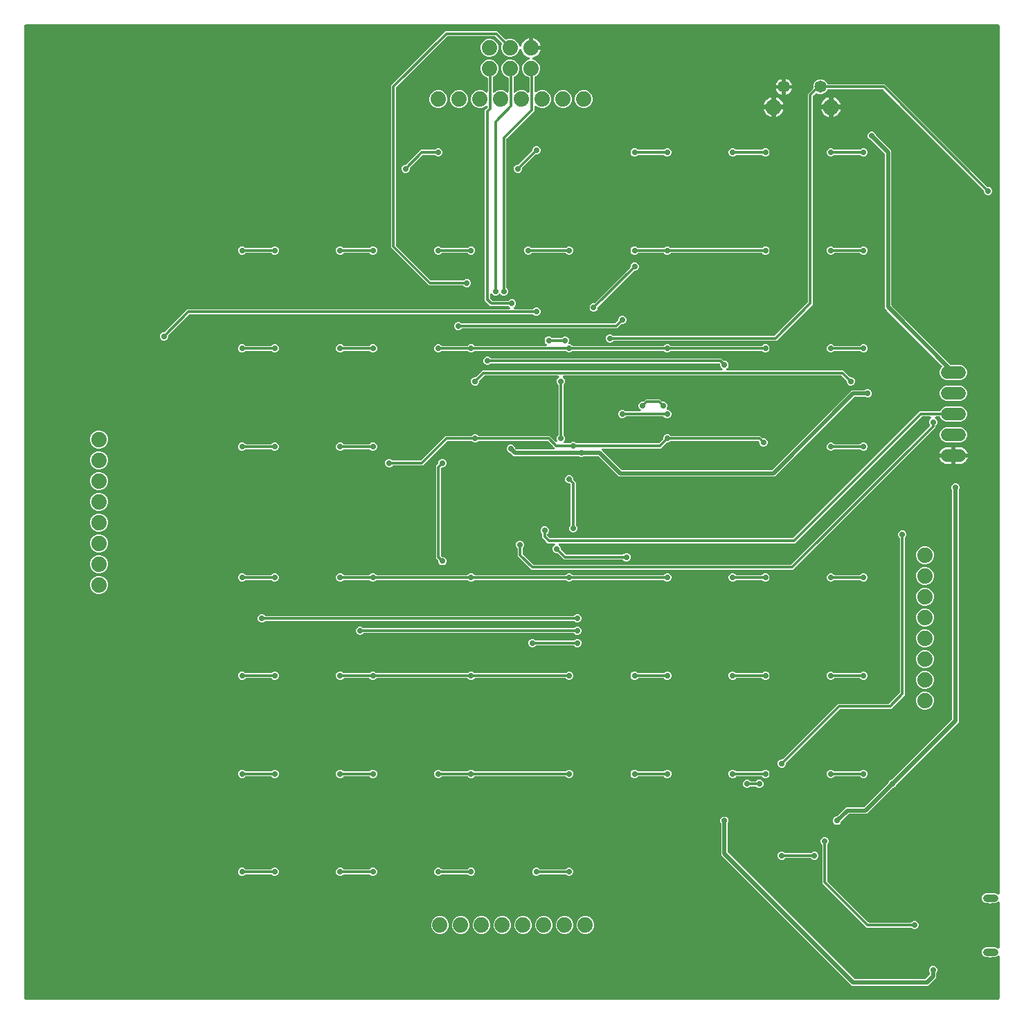
<source format=gbr>
G04 EAGLE Gerber RS-274X export*
G75*
%MOMM*%
%FSLAX34Y34*%
%LPD*%
%INBottom Copper*%
%IPPOS*%
%AMOC8*
5,1,8,0,0,1.08239X$1,22.5*%
G01*
%ADD10C,1.485000*%
%ADD11C,1.950000*%
%ADD12C,0.900000*%
%ADD13C,1.524000*%
%ADD14C,1.879600*%
%ADD15C,0.705600*%
%ADD16C,0.500000*%
%ADD17C,0.300000*%

G36*
X1194725Y3815D02*
X1194725Y3815D01*
X1194761Y3812D01*
X1194897Y3835D01*
X1195033Y3851D01*
X1195067Y3863D01*
X1195102Y3868D01*
X1195229Y3921D01*
X1195359Y3968D01*
X1195388Y3987D01*
X1195421Y4001D01*
X1195533Y4082D01*
X1195648Y4157D01*
X1195673Y4183D01*
X1195701Y4203D01*
X1195792Y4307D01*
X1195887Y4407D01*
X1195905Y4438D01*
X1195928Y4464D01*
X1195992Y4587D01*
X1196062Y4705D01*
X1196072Y4739D01*
X1196089Y4771D01*
X1196123Y4904D01*
X1196164Y5036D01*
X1196166Y5071D01*
X1196175Y5105D01*
X1196189Y5310D01*
X1196189Y56550D01*
X1196177Y56653D01*
X1196175Y56757D01*
X1196157Y56824D01*
X1196149Y56893D01*
X1196114Y56991D01*
X1196088Y57092D01*
X1196055Y57153D01*
X1196032Y57218D01*
X1195975Y57306D01*
X1195926Y57398D01*
X1195881Y57450D01*
X1195843Y57508D01*
X1195768Y57580D01*
X1195699Y57658D01*
X1195643Y57699D01*
X1195593Y57746D01*
X1195503Y57799D01*
X1195418Y57860D01*
X1195354Y57886D01*
X1195295Y57921D01*
X1195195Y57952D01*
X1195099Y57992D01*
X1195030Y58003D01*
X1194964Y58023D01*
X1194860Y58031D01*
X1194757Y58047D01*
X1194688Y58042D01*
X1194619Y58047D01*
X1194517Y58030D01*
X1194412Y58023D01*
X1194346Y58002D01*
X1194278Y57991D01*
X1194182Y57951D01*
X1194082Y57920D01*
X1194023Y57885D01*
X1193959Y57858D01*
X1193874Y57797D01*
X1193785Y57744D01*
X1193706Y57676D01*
X1193679Y57656D01*
X1193664Y57639D01*
X1193630Y57610D01*
X1192913Y56892D01*
X1190698Y55975D01*
X1187244Y55975D01*
X1187225Y55973D01*
X1187207Y55975D01*
X1187054Y55953D01*
X1186901Y55935D01*
X1186883Y55929D01*
X1186865Y55926D01*
X1186670Y55861D01*
X1186255Y55689D01*
X1183745Y55689D01*
X1183330Y55861D01*
X1183312Y55866D01*
X1183296Y55875D01*
X1183146Y55914D01*
X1182997Y55956D01*
X1182979Y55957D01*
X1182961Y55961D01*
X1182756Y55975D01*
X1179302Y55975D01*
X1177087Y56892D01*
X1175392Y58587D01*
X1174475Y60802D01*
X1174475Y63198D01*
X1175392Y65413D01*
X1177087Y67108D01*
X1179302Y68025D01*
X1182756Y68025D01*
X1182775Y68027D01*
X1182793Y68025D01*
X1182946Y68047D01*
X1183099Y68065D01*
X1183117Y68071D01*
X1183135Y68074D01*
X1183330Y68139D01*
X1183745Y68311D01*
X1186255Y68311D01*
X1186670Y68139D01*
X1186688Y68134D01*
X1186704Y68125D01*
X1186854Y68086D01*
X1187003Y68044D01*
X1187021Y68043D01*
X1187039Y68039D01*
X1187244Y68025D01*
X1190698Y68025D01*
X1192913Y67108D01*
X1193630Y66390D01*
X1193712Y66325D01*
X1193787Y66254D01*
X1193847Y66219D01*
X1193901Y66176D01*
X1193996Y66131D01*
X1194085Y66079D01*
X1194151Y66058D01*
X1194214Y66029D01*
X1194316Y66007D01*
X1194416Y65977D01*
X1194485Y65972D01*
X1194552Y65958D01*
X1194656Y65960D01*
X1194761Y65953D01*
X1194829Y65964D01*
X1194898Y65966D01*
X1194999Y65992D01*
X1195102Y66009D01*
X1195165Y66035D01*
X1195232Y66053D01*
X1195325Y66102D01*
X1195421Y66142D01*
X1195477Y66182D01*
X1195538Y66214D01*
X1195617Y66283D01*
X1195701Y66344D01*
X1195747Y66396D01*
X1195799Y66441D01*
X1195860Y66526D01*
X1195928Y66605D01*
X1195960Y66666D01*
X1196001Y66722D01*
X1196040Y66818D01*
X1196089Y66911D01*
X1196106Y66978D01*
X1196132Y67042D01*
X1196149Y67145D01*
X1196175Y67246D01*
X1196182Y67350D01*
X1196188Y67383D01*
X1196186Y67405D01*
X1196189Y67450D01*
X1196189Y122550D01*
X1196177Y122653D01*
X1196175Y122757D01*
X1196157Y122824D01*
X1196149Y122893D01*
X1196114Y122991D01*
X1196088Y123092D01*
X1196055Y123153D01*
X1196032Y123218D01*
X1195975Y123306D01*
X1195926Y123398D01*
X1195881Y123450D01*
X1195843Y123508D01*
X1195768Y123580D01*
X1195699Y123658D01*
X1195643Y123699D01*
X1195593Y123746D01*
X1195503Y123799D01*
X1195418Y123860D01*
X1195354Y123886D01*
X1195295Y123921D01*
X1195195Y123952D01*
X1195099Y123992D01*
X1195030Y124003D01*
X1194964Y124023D01*
X1194860Y124031D01*
X1194757Y124047D01*
X1194688Y124042D01*
X1194619Y124047D01*
X1194517Y124030D01*
X1194412Y124023D01*
X1194346Y124002D01*
X1194278Y123991D01*
X1194182Y123951D01*
X1194082Y123920D01*
X1194023Y123885D01*
X1193959Y123858D01*
X1193874Y123797D01*
X1193785Y123744D01*
X1193706Y123676D01*
X1193679Y123656D01*
X1193664Y123639D01*
X1193630Y123610D01*
X1192913Y122892D01*
X1190698Y121975D01*
X1187244Y121975D01*
X1187225Y121973D01*
X1187207Y121975D01*
X1187054Y121953D01*
X1186901Y121935D01*
X1186883Y121929D01*
X1186865Y121926D01*
X1186670Y121861D01*
X1186255Y121689D01*
X1183745Y121689D01*
X1183330Y121861D01*
X1183312Y121866D01*
X1183296Y121875D01*
X1183146Y121914D01*
X1182997Y121956D01*
X1182979Y121957D01*
X1182961Y121961D01*
X1182756Y121975D01*
X1179302Y121975D01*
X1177087Y122892D01*
X1175392Y124587D01*
X1174475Y126802D01*
X1174475Y129198D01*
X1175392Y131413D01*
X1177087Y133108D01*
X1179302Y134025D01*
X1182756Y134025D01*
X1182775Y134027D01*
X1182793Y134025D01*
X1182946Y134047D01*
X1183099Y134065D01*
X1183117Y134071D01*
X1183135Y134074D01*
X1183330Y134139D01*
X1183745Y134311D01*
X1186255Y134311D01*
X1186670Y134139D01*
X1186688Y134134D01*
X1186704Y134125D01*
X1186854Y134086D01*
X1187003Y134044D01*
X1187021Y134043D01*
X1187039Y134039D01*
X1187244Y134025D01*
X1190698Y134025D01*
X1192913Y133108D01*
X1193630Y132390D01*
X1193712Y132325D01*
X1193787Y132254D01*
X1193847Y132219D01*
X1193901Y132176D01*
X1193996Y132131D01*
X1194085Y132079D01*
X1194151Y132058D01*
X1194214Y132029D01*
X1194316Y132007D01*
X1194416Y131977D01*
X1194485Y131972D01*
X1194552Y131958D01*
X1194656Y131960D01*
X1194761Y131953D01*
X1194829Y131964D01*
X1194898Y131966D01*
X1194999Y131992D01*
X1195102Y132009D01*
X1195165Y132035D01*
X1195232Y132053D01*
X1195325Y132102D01*
X1195421Y132142D01*
X1195477Y132182D01*
X1195538Y132214D01*
X1195617Y132283D01*
X1195701Y132344D01*
X1195747Y132396D01*
X1195799Y132441D01*
X1195860Y132526D01*
X1195928Y132605D01*
X1195960Y132666D01*
X1196001Y132722D01*
X1196040Y132818D01*
X1196089Y132911D01*
X1196106Y132978D01*
X1196132Y133042D01*
X1196149Y133145D01*
X1196175Y133246D01*
X1196182Y133350D01*
X1196188Y133383D01*
X1196186Y133405D01*
X1196189Y133450D01*
X1196189Y1194690D01*
X1196185Y1194725D01*
X1196188Y1194761D01*
X1196165Y1194897D01*
X1196149Y1195033D01*
X1196137Y1195067D01*
X1196132Y1195102D01*
X1196079Y1195229D01*
X1196032Y1195359D01*
X1196013Y1195388D01*
X1195999Y1195421D01*
X1195918Y1195533D01*
X1195843Y1195648D01*
X1195817Y1195673D01*
X1195797Y1195701D01*
X1195693Y1195792D01*
X1195593Y1195887D01*
X1195562Y1195905D01*
X1195536Y1195928D01*
X1195413Y1195992D01*
X1195295Y1196062D01*
X1195261Y1196072D01*
X1195229Y1196089D01*
X1195096Y1196123D01*
X1194964Y1196164D01*
X1194929Y1196166D01*
X1194895Y1196175D01*
X1194690Y1196189D01*
X5310Y1196189D01*
X5275Y1196185D01*
X5239Y1196188D01*
X5103Y1196165D01*
X4967Y1196149D01*
X4933Y1196137D01*
X4898Y1196132D01*
X4771Y1196079D01*
X4641Y1196032D01*
X4612Y1196013D01*
X4579Y1195999D01*
X4467Y1195918D01*
X4352Y1195843D01*
X4327Y1195817D01*
X4299Y1195797D01*
X4208Y1195693D01*
X4113Y1195593D01*
X4095Y1195562D01*
X4072Y1195536D01*
X4008Y1195413D01*
X3938Y1195295D01*
X3928Y1195261D01*
X3911Y1195229D01*
X3877Y1195096D01*
X3836Y1194964D01*
X3834Y1194929D01*
X3825Y1194895D01*
X3811Y1194690D01*
X3811Y5310D01*
X3815Y5275D01*
X3812Y5239D01*
X3835Y5103D01*
X3851Y4967D01*
X3863Y4933D01*
X3868Y4898D01*
X3921Y4771D01*
X3968Y4641D01*
X3987Y4612D01*
X4001Y4579D01*
X4082Y4467D01*
X4157Y4352D01*
X4183Y4327D01*
X4203Y4299D01*
X4307Y4208D01*
X4407Y4113D01*
X4438Y4095D01*
X4464Y4072D01*
X4587Y4008D01*
X4705Y3938D01*
X4739Y3928D01*
X4771Y3911D01*
X4904Y3877D01*
X5036Y3836D01*
X5071Y3834D01*
X5105Y3825D01*
X5310Y3811D01*
X1194690Y3811D01*
X1194725Y3815D01*
G37*
%LPC*%
G36*
X173295Y809947D02*
X173295Y809947D01*
X171438Y810716D01*
X170016Y812138D01*
X169247Y813995D01*
X169247Y816005D01*
X170016Y817862D01*
X171438Y819284D01*
X173295Y820053D01*
X174454Y820053D01*
X174592Y820069D01*
X174732Y820079D01*
X174764Y820089D01*
X174798Y820093D01*
X174928Y820140D01*
X175062Y820181D01*
X175091Y820199D01*
X175123Y820210D01*
X175240Y820286D01*
X175360Y820357D01*
X175394Y820387D01*
X175412Y820399D01*
X175436Y820423D01*
X175514Y820492D01*
X203047Y848025D01*
X596210Y848025D01*
X596314Y848037D01*
X596418Y848039D01*
X596485Y848057D01*
X596554Y848065D01*
X596652Y848100D01*
X596753Y848126D01*
X596814Y848159D01*
X596879Y848182D01*
X596966Y848239D01*
X597058Y848288D01*
X597110Y848333D01*
X597168Y848371D01*
X597240Y848446D01*
X597319Y848515D01*
X597359Y848571D01*
X597407Y848621D01*
X597460Y848711D01*
X597521Y848796D01*
X597547Y848860D01*
X597582Y848919D01*
X597613Y849019D01*
X597653Y849115D01*
X597664Y849184D01*
X597684Y849250D01*
X597691Y849354D01*
X597708Y849457D01*
X597703Y849526D01*
X597708Y849595D01*
X597691Y849697D01*
X597683Y849802D01*
X597663Y849868D01*
X597652Y849936D01*
X597612Y850032D01*
X597581Y850132D01*
X597546Y850191D01*
X597519Y850255D01*
X597458Y850340D01*
X597405Y850429D01*
X597337Y850508D01*
X597317Y850535D01*
X597300Y850550D01*
X597270Y850584D01*
X596318Y851536D01*
X596209Y851623D01*
X596104Y851714D01*
X596074Y851730D01*
X596047Y851751D01*
X595921Y851810D01*
X595798Y851875D01*
X595765Y851883D01*
X595734Y851898D01*
X595598Y851926D01*
X595463Y851961D01*
X595418Y851964D01*
X595396Y851969D01*
X595362Y851968D01*
X595258Y851975D01*
X573747Y851975D01*
X569186Y856536D01*
X566975Y858747D01*
X566975Y1091253D01*
X569186Y1093463D01*
X569186Y1093464D01*
X570036Y1094314D01*
X570123Y1094423D01*
X570214Y1094528D01*
X570230Y1094558D01*
X570251Y1094585D01*
X570310Y1094711D01*
X570375Y1094834D01*
X570383Y1094867D01*
X570398Y1094898D01*
X570426Y1095034D01*
X570461Y1095169D01*
X570464Y1095214D01*
X570469Y1095236D01*
X570468Y1095270D01*
X570475Y1095374D01*
X570475Y1095609D01*
X570463Y1095712D01*
X570461Y1095817D01*
X570443Y1095883D01*
X570435Y1095952D01*
X570400Y1096050D01*
X570374Y1096151D01*
X570341Y1096212D01*
X570318Y1096277D01*
X570261Y1096365D01*
X570212Y1096457D01*
X570167Y1096509D01*
X570129Y1096567D01*
X570054Y1096639D01*
X569985Y1096718D01*
X569929Y1096758D01*
X569879Y1096806D01*
X569789Y1096858D01*
X569704Y1096919D01*
X569640Y1096946D01*
X569581Y1096981D01*
X569481Y1097011D01*
X569385Y1097051D01*
X569316Y1097062D01*
X569250Y1097083D01*
X569146Y1097090D01*
X569043Y1097106D01*
X568974Y1097102D01*
X568905Y1097106D01*
X568803Y1097089D01*
X568698Y1097082D01*
X568632Y1097061D01*
X568564Y1097050D01*
X568468Y1097010D01*
X568368Y1096979D01*
X568309Y1096944D01*
X568245Y1096918D01*
X568160Y1096857D01*
X568071Y1096804D01*
X567992Y1096735D01*
X567965Y1096715D01*
X567950Y1096699D01*
X567916Y1096669D01*
X566987Y1095740D01*
X562973Y1094077D01*
X558627Y1094077D01*
X554613Y1095740D01*
X551540Y1098813D01*
X549877Y1102827D01*
X549877Y1107173D01*
X551540Y1111187D01*
X554613Y1114260D01*
X558627Y1115923D01*
X562973Y1115923D01*
X566987Y1114260D01*
X567916Y1113331D01*
X567998Y1113266D01*
X568073Y1113194D01*
X568133Y1113159D01*
X568187Y1113117D01*
X568281Y1113072D01*
X568371Y1113019D01*
X568437Y1112999D01*
X568500Y1112970D01*
X568602Y1112948D01*
X568702Y1112917D01*
X568771Y1112913D01*
X568838Y1112898D01*
X568942Y1112901D01*
X569047Y1112894D01*
X569115Y1112905D01*
X569184Y1112907D01*
X569285Y1112933D01*
X569388Y1112950D01*
X569451Y1112976D01*
X569518Y1112994D01*
X569611Y1113042D01*
X569707Y1113082D01*
X569763Y1113123D01*
X569824Y1113155D01*
X569903Y1113224D01*
X569987Y1113285D01*
X570033Y1113337D01*
X570085Y1113382D01*
X570146Y1113467D01*
X570214Y1113546D01*
X570246Y1113607D01*
X570287Y1113663D01*
X570326Y1113759D01*
X570375Y1113852D01*
X570392Y1113919D01*
X570418Y1113983D01*
X570435Y1114085D01*
X570461Y1114187D01*
X570468Y1114291D01*
X570474Y1114324D01*
X570472Y1114346D01*
X570475Y1114391D01*
X570475Y1130514D01*
X570465Y1130601D01*
X570465Y1130689D01*
X570445Y1130772D01*
X570435Y1130858D01*
X570406Y1130940D01*
X570386Y1131025D01*
X570347Y1131102D01*
X570318Y1131183D01*
X570270Y1131256D01*
X570231Y1131334D01*
X570176Y1131400D01*
X570129Y1131472D01*
X570066Y1131533D01*
X570010Y1131600D01*
X569941Y1131652D01*
X569879Y1131711D01*
X569803Y1131755D01*
X569733Y1131808D01*
X569605Y1131872D01*
X569581Y1131886D01*
X569569Y1131890D01*
X569550Y1131899D01*
X566313Y1133240D01*
X563240Y1136313D01*
X561577Y1140327D01*
X561577Y1144673D01*
X563240Y1148687D01*
X566313Y1151760D01*
X570327Y1153423D01*
X574673Y1153423D01*
X578687Y1151760D01*
X581760Y1148687D01*
X583423Y1144673D01*
X583423Y1140327D01*
X581760Y1136313D01*
X578687Y1133240D01*
X577450Y1132728D01*
X577374Y1132685D01*
X577293Y1132652D01*
X577223Y1132601D01*
X577148Y1132560D01*
X577084Y1132501D01*
X577013Y1132449D01*
X576956Y1132384D01*
X576893Y1132327D01*
X576843Y1132254D01*
X576786Y1132188D01*
X576746Y1132112D01*
X576697Y1132041D01*
X576666Y1131960D01*
X576625Y1131882D01*
X576604Y1131799D01*
X576573Y1131719D01*
X576561Y1131632D01*
X576539Y1131547D01*
X576529Y1131404D01*
X576525Y1131376D01*
X576526Y1131364D01*
X576525Y1131343D01*
X576525Y1114391D01*
X576537Y1114288D01*
X576539Y1114183D01*
X576557Y1114117D01*
X576565Y1114048D01*
X576600Y1113950D01*
X576626Y1113849D01*
X576659Y1113788D01*
X576682Y1113723D01*
X576739Y1113635D01*
X576788Y1113543D01*
X576833Y1113491D01*
X576871Y1113433D01*
X576946Y1113361D01*
X577015Y1113282D01*
X577071Y1113242D01*
X577121Y1113194D01*
X577211Y1113142D01*
X577296Y1113081D01*
X577360Y1113054D01*
X577419Y1113019D01*
X577519Y1112989D01*
X577615Y1112949D01*
X577684Y1112938D01*
X577750Y1112917D01*
X577854Y1112910D01*
X577957Y1112894D01*
X578026Y1112898D01*
X578095Y1112894D01*
X578197Y1112911D01*
X578302Y1112918D01*
X578368Y1112939D01*
X578436Y1112950D01*
X578532Y1112990D01*
X578632Y1113021D01*
X578691Y1113056D01*
X578755Y1113082D01*
X578840Y1113143D01*
X578929Y1113196D01*
X579008Y1113265D01*
X579035Y1113285D01*
X579050Y1113301D01*
X579084Y1113331D01*
X580013Y1114260D01*
X584027Y1115923D01*
X588373Y1115923D01*
X592387Y1114260D01*
X593316Y1113331D01*
X593398Y1113266D01*
X593473Y1113194D01*
X593533Y1113159D01*
X593587Y1113117D01*
X593681Y1113072D01*
X593771Y1113019D01*
X593837Y1112999D01*
X593900Y1112970D01*
X594002Y1112948D01*
X594102Y1112917D01*
X594171Y1112913D01*
X594238Y1112898D01*
X594342Y1112901D01*
X594447Y1112894D01*
X594515Y1112905D01*
X594584Y1112907D01*
X594685Y1112933D01*
X594788Y1112950D01*
X594851Y1112976D01*
X594918Y1112994D01*
X595011Y1113042D01*
X595107Y1113082D01*
X595163Y1113123D01*
X595224Y1113155D01*
X595303Y1113224D01*
X595387Y1113285D01*
X595433Y1113337D01*
X595485Y1113382D01*
X595546Y1113467D01*
X595614Y1113546D01*
X595646Y1113607D01*
X595687Y1113663D01*
X595726Y1113759D01*
X595775Y1113852D01*
X595792Y1113919D01*
X595818Y1113983D01*
X595835Y1114085D01*
X595861Y1114187D01*
X595868Y1114291D01*
X595874Y1114324D01*
X595872Y1114346D01*
X595875Y1114391D01*
X595875Y1130514D01*
X595865Y1130601D01*
X595865Y1130689D01*
X595845Y1130772D01*
X595835Y1130858D01*
X595806Y1130940D01*
X595786Y1131025D01*
X595747Y1131102D01*
X595718Y1131183D01*
X595670Y1131256D01*
X595631Y1131334D01*
X595576Y1131400D01*
X595529Y1131472D01*
X595466Y1131533D01*
X595410Y1131600D01*
X595341Y1131652D01*
X595279Y1131711D01*
X595203Y1131755D01*
X595133Y1131808D01*
X595005Y1131872D01*
X594981Y1131886D01*
X594969Y1131890D01*
X594950Y1131899D01*
X591713Y1133240D01*
X588640Y1136313D01*
X586977Y1140327D01*
X586977Y1144673D01*
X588640Y1148687D01*
X591713Y1151760D01*
X595727Y1153423D01*
X600073Y1153423D01*
X604087Y1151760D01*
X607160Y1148687D01*
X608823Y1144673D01*
X608823Y1140327D01*
X607160Y1136313D01*
X604087Y1133240D01*
X602850Y1132728D01*
X602774Y1132685D01*
X602693Y1132652D01*
X602623Y1132601D01*
X602548Y1132560D01*
X602484Y1132501D01*
X602413Y1132449D01*
X602356Y1132384D01*
X602293Y1132327D01*
X602243Y1132254D01*
X602186Y1132188D01*
X602146Y1132112D01*
X602097Y1132041D01*
X602066Y1131960D01*
X602025Y1131882D01*
X602004Y1131799D01*
X601973Y1131719D01*
X601961Y1131632D01*
X601939Y1131547D01*
X601929Y1131404D01*
X601925Y1131376D01*
X601926Y1131364D01*
X601925Y1131343D01*
X601925Y1114391D01*
X601937Y1114288D01*
X601939Y1114183D01*
X601957Y1114117D01*
X601965Y1114048D01*
X602000Y1113950D01*
X602026Y1113849D01*
X602059Y1113788D01*
X602082Y1113723D01*
X602139Y1113635D01*
X602188Y1113543D01*
X602233Y1113491D01*
X602271Y1113433D01*
X602346Y1113361D01*
X602415Y1113282D01*
X602471Y1113242D01*
X602521Y1113194D01*
X602611Y1113142D01*
X602696Y1113081D01*
X602760Y1113054D01*
X602819Y1113019D01*
X602919Y1112989D01*
X603015Y1112949D01*
X603084Y1112938D01*
X603150Y1112917D01*
X603254Y1112910D01*
X603357Y1112894D01*
X603426Y1112898D01*
X603495Y1112894D01*
X603597Y1112911D01*
X603702Y1112918D01*
X603768Y1112939D01*
X603836Y1112950D01*
X603932Y1112990D01*
X604032Y1113021D01*
X604091Y1113056D01*
X604155Y1113082D01*
X604240Y1113143D01*
X604329Y1113196D01*
X604408Y1113265D01*
X604435Y1113285D01*
X604450Y1113301D01*
X604484Y1113331D01*
X605413Y1114260D01*
X609427Y1115923D01*
X613773Y1115923D01*
X617787Y1114260D01*
X618916Y1113131D01*
X618998Y1113066D01*
X619073Y1112994D01*
X619133Y1112959D01*
X619187Y1112917D01*
X619281Y1112872D01*
X619371Y1112819D01*
X619437Y1112799D01*
X619500Y1112770D01*
X619602Y1112748D01*
X619702Y1112717D01*
X619771Y1112713D01*
X619838Y1112698D01*
X619942Y1112701D01*
X620047Y1112694D01*
X620115Y1112705D01*
X620184Y1112707D01*
X620285Y1112733D01*
X620388Y1112750D01*
X620452Y1112776D01*
X620518Y1112794D01*
X620611Y1112842D01*
X620707Y1112882D01*
X620763Y1112923D01*
X620824Y1112955D01*
X620903Y1113024D01*
X620987Y1113085D01*
X621033Y1113137D01*
X621085Y1113182D01*
X621146Y1113267D01*
X621214Y1113346D01*
X621246Y1113407D01*
X621287Y1113463D01*
X621326Y1113559D01*
X621375Y1113652D01*
X621392Y1113719D01*
X621418Y1113783D01*
X621435Y1113885D01*
X621461Y1113987D01*
X621468Y1114091D01*
X621474Y1114124D01*
X621472Y1114146D01*
X621475Y1114191D01*
X621475Y1130431D01*
X621465Y1130518D01*
X621465Y1130606D01*
X621445Y1130690D01*
X621435Y1130775D01*
X621406Y1130857D01*
X621386Y1130942D01*
X621347Y1131019D01*
X621318Y1131100D01*
X621270Y1131173D01*
X621231Y1131252D01*
X621176Y1131318D01*
X621129Y1131390D01*
X621066Y1131450D01*
X621010Y1131517D01*
X620941Y1131569D01*
X620879Y1131628D01*
X620803Y1131673D01*
X620733Y1131725D01*
X620605Y1131789D01*
X620581Y1131803D01*
X620569Y1131807D01*
X620550Y1131817D01*
X617113Y1133240D01*
X614040Y1136313D01*
X612377Y1140327D01*
X612377Y1144673D01*
X614040Y1148687D01*
X617113Y1151760D01*
X620991Y1153366D01*
X621085Y1153418D01*
X621183Y1153462D01*
X621235Y1153502D01*
X621293Y1153534D01*
X621372Y1153607D01*
X621458Y1153672D01*
X621499Y1153723D01*
X621548Y1153767D01*
X621609Y1153856D01*
X621677Y1153939D01*
X621706Y1153998D01*
X621743Y1154053D01*
X621782Y1154153D01*
X621830Y1154250D01*
X621844Y1154314D01*
X621868Y1154375D01*
X621883Y1154482D01*
X621907Y1154587D01*
X621907Y1154652D01*
X621916Y1154717D01*
X621906Y1154825D01*
X621905Y1154932D01*
X621890Y1154996D01*
X621884Y1155062D01*
X621849Y1155164D01*
X621824Y1155269D01*
X621794Y1155327D01*
X621773Y1155389D01*
X621717Y1155481D01*
X621668Y1155577D01*
X621626Y1155627D01*
X621591Y1155683D01*
X621515Y1155759D01*
X621446Y1155842D01*
X621393Y1155881D01*
X621346Y1155927D01*
X621255Y1155984D01*
X621168Y1156048D01*
X621108Y1156075D01*
X621052Y1156109D01*
X620950Y1156143D01*
X620851Y1156186D01*
X620756Y1156208D01*
X620724Y1156219D01*
X620700Y1156221D01*
X620651Y1156232D01*
X620504Y1156255D01*
X618717Y1156836D01*
X617043Y1157689D01*
X615522Y1158794D01*
X614194Y1160122D01*
X613089Y1161643D01*
X612236Y1163317D01*
X611655Y1165104D01*
X611632Y1165251D01*
X611603Y1165355D01*
X611583Y1165461D01*
X611557Y1165521D01*
X611539Y1165584D01*
X611487Y1165679D01*
X611443Y1165777D01*
X611404Y1165829D01*
X611372Y1165887D01*
X611300Y1165967D01*
X611235Y1166053D01*
X611184Y1166095D01*
X611140Y1166144D01*
X611052Y1166205D01*
X610969Y1166274D01*
X610910Y1166303D01*
X610856Y1166340D01*
X610756Y1166379D01*
X610659Y1166427D01*
X610595Y1166442D01*
X610534Y1166466D01*
X610427Y1166482D01*
X610322Y1166506D01*
X610257Y1166506D01*
X610192Y1166515D01*
X610085Y1166506D01*
X609977Y1166506D01*
X609913Y1166491D01*
X609847Y1166485D01*
X609745Y1166451D01*
X609640Y1166426D01*
X609581Y1166397D01*
X609519Y1166376D01*
X609427Y1166320D01*
X609331Y1166272D01*
X609280Y1166230D01*
X609224Y1166195D01*
X609148Y1166119D01*
X609065Y1166050D01*
X609026Y1165998D01*
X608979Y1165952D01*
X608922Y1165860D01*
X608857Y1165774D01*
X608814Y1165687D01*
X608796Y1165658D01*
X608788Y1165635D01*
X608766Y1165590D01*
X607160Y1161713D01*
X604087Y1158640D01*
X600073Y1156977D01*
X595727Y1156977D01*
X591713Y1158640D01*
X588640Y1161713D01*
X586977Y1165727D01*
X586977Y1170073D01*
X587904Y1172310D01*
X587928Y1172394D01*
X587961Y1172475D01*
X587975Y1172560D01*
X587998Y1172642D01*
X588002Y1172730D01*
X588016Y1172816D01*
X588010Y1172902D01*
X588014Y1172988D01*
X587998Y1173074D01*
X587992Y1173161D01*
X587967Y1173243D01*
X587951Y1173327D01*
X587915Y1173407D01*
X587889Y1173491D01*
X587846Y1173565D01*
X587811Y1173644D01*
X587758Y1173713D01*
X587714Y1173789D01*
X587619Y1173897D01*
X587602Y1173919D01*
X587593Y1173927D01*
X587579Y1173944D01*
X579986Y1181536D01*
X579877Y1181623D01*
X579772Y1181714D01*
X579742Y1181730D01*
X579715Y1181751D01*
X579589Y1181810D01*
X579466Y1181875D01*
X579433Y1181883D01*
X579402Y1181898D01*
X579266Y1181926D01*
X579131Y1181961D01*
X579086Y1181964D01*
X579064Y1181969D01*
X579030Y1181968D01*
X578926Y1181975D01*
X521874Y1181975D01*
X521736Y1181959D01*
X521596Y1181949D01*
X521564Y1181939D01*
X521530Y1181935D01*
X521400Y1181888D01*
X521266Y1181847D01*
X521237Y1181829D01*
X521205Y1181818D01*
X521088Y1181742D01*
X520968Y1181671D01*
X520934Y1181641D01*
X520916Y1181629D01*
X520892Y1181605D01*
X520814Y1181536D01*
X458464Y1119186D01*
X458377Y1119077D01*
X458286Y1118972D01*
X458270Y1118942D01*
X458249Y1118915D01*
X458190Y1118789D01*
X458125Y1118666D01*
X458117Y1118633D01*
X458102Y1118602D01*
X458074Y1118466D01*
X458039Y1118331D01*
X458036Y1118286D01*
X458031Y1118264D01*
X458032Y1118230D01*
X458025Y1118126D01*
X458025Y926874D01*
X458041Y926736D01*
X458051Y926596D01*
X458061Y926564D01*
X458065Y926530D01*
X458112Y926400D01*
X458153Y926266D01*
X458171Y926237D01*
X458182Y926205D01*
X458258Y926088D01*
X458329Y925968D01*
X458359Y925934D01*
X458371Y925916D01*
X458395Y925892D01*
X458464Y925814D01*
X500814Y883464D01*
X500923Y883377D01*
X501028Y883286D01*
X501058Y883270D01*
X501085Y883249D01*
X501211Y883190D01*
X501334Y883125D01*
X501367Y883117D01*
X501398Y883102D01*
X501534Y883074D01*
X501669Y883039D01*
X501714Y883036D01*
X501736Y883031D01*
X501770Y883032D01*
X501874Y883025D01*
X540258Y883025D01*
X540396Y883041D01*
X540536Y883051D01*
X540568Y883061D01*
X540601Y883065D01*
X540732Y883112D01*
X540866Y883153D01*
X540895Y883171D01*
X540927Y883182D01*
X541043Y883258D01*
X541164Y883329D01*
X541198Y883359D01*
X541216Y883371D01*
X541240Y883395D01*
X541318Y883464D01*
X542138Y884284D01*
X543995Y885053D01*
X546005Y885053D01*
X547862Y884284D01*
X549284Y882862D01*
X550053Y881005D01*
X550053Y878995D01*
X549284Y877138D01*
X547862Y875716D01*
X546005Y874947D01*
X543995Y874947D01*
X542138Y875716D01*
X541318Y876536D01*
X541209Y876623D01*
X541104Y876714D01*
X541074Y876730D01*
X541047Y876751D01*
X540921Y876810D01*
X540798Y876875D01*
X540765Y876883D01*
X540734Y876898D01*
X540598Y876926D01*
X540463Y876961D01*
X540418Y876964D01*
X540396Y876969D01*
X540362Y876968D01*
X540258Y876975D01*
X498747Y876975D01*
X451975Y923747D01*
X451975Y1121253D01*
X518747Y1188025D01*
X582053Y1188025D01*
X584264Y1185814D01*
X591856Y1178221D01*
X591925Y1178167D01*
X591987Y1178105D01*
X592060Y1178060D01*
X592127Y1178006D01*
X592207Y1177969D01*
X592281Y1177923D01*
X592363Y1177896D01*
X592440Y1177860D01*
X592526Y1177842D01*
X592609Y1177814D01*
X592695Y1177806D01*
X592779Y1177788D01*
X592866Y1177790D01*
X592953Y1177782D01*
X593038Y1177794D01*
X593124Y1177796D01*
X593209Y1177819D01*
X593296Y1177831D01*
X593432Y1177877D01*
X593459Y1177884D01*
X593470Y1177889D01*
X593490Y1177896D01*
X595727Y1178823D01*
X600073Y1178823D01*
X604087Y1177160D01*
X607160Y1174087D01*
X608766Y1170210D01*
X608818Y1170115D01*
X608862Y1170017D01*
X608902Y1169965D01*
X608934Y1169907D01*
X609007Y1169828D01*
X609072Y1169742D01*
X609123Y1169701D01*
X609167Y1169652D01*
X609256Y1169591D01*
X609339Y1169523D01*
X609398Y1169494D01*
X609453Y1169457D01*
X609553Y1169418D01*
X609650Y1169370D01*
X609714Y1169356D01*
X609775Y1169332D01*
X609882Y1169317D01*
X609987Y1169293D01*
X610052Y1169293D01*
X610117Y1169284D01*
X610225Y1169294D01*
X610332Y1169295D01*
X610396Y1169310D01*
X610462Y1169317D01*
X610564Y1169351D01*
X610669Y1169376D01*
X610727Y1169406D01*
X610789Y1169427D01*
X610881Y1169483D01*
X610977Y1169532D01*
X611027Y1169574D01*
X611083Y1169609D01*
X611159Y1169685D01*
X611242Y1169754D01*
X611281Y1169807D01*
X611327Y1169854D01*
X611384Y1169946D01*
X611448Y1170032D01*
X611475Y1170092D01*
X611509Y1170148D01*
X611543Y1170250D01*
X611586Y1170349D01*
X611608Y1170444D01*
X611619Y1170476D01*
X611621Y1170500D01*
X611632Y1170549D01*
X611655Y1170696D01*
X612236Y1172483D01*
X613089Y1174157D01*
X614194Y1175678D01*
X615522Y1177006D01*
X617043Y1178111D01*
X618717Y1178964D01*
X620504Y1179545D01*
X620761Y1179585D01*
X620761Y1168940D01*
X620765Y1168905D01*
X620762Y1168870D01*
X620785Y1168734D01*
X620801Y1168597D01*
X620813Y1168563D01*
X620818Y1168528D01*
X620871Y1168401D01*
X620918Y1168272D01*
X620937Y1168242D01*
X620951Y1168209D01*
X621032Y1168097D01*
X621107Y1167982D01*
X621133Y1167958D01*
X621153Y1167929D01*
X621257Y1167838D01*
X621357Y1167743D01*
X621388Y1167725D01*
X621414Y1167702D01*
X621537Y1167638D01*
X621655Y1167568D01*
X621689Y1167558D01*
X621720Y1167541D01*
X621854Y1167507D01*
X621986Y1167466D01*
X622021Y1167464D01*
X622055Y1167455D01*
X622260Y1167441D01*
X622841Y1167441D01*
X622841Y1166860D01*
X622845Y1166825D01*
X622843Y1166789D01*
X622865Y1166653D01*
X622881Y1166517D01*
X622893Y1166483D01*
X622899Y1166448D01*
X622951Y1166321D01*
X622998Y1166191D01*
X623018Y1166162D01*
X623031Y1166129D01*
X623112Y1166017D01*
X623187Y1165902D01*
X623213Y1165877D01*
X623234Y1165849D01*
X623338Y1165758D01*
X623437Y1165663D01*
X623468Y1165645D01*
X623495Y1165622D01*
X623617Y1165558D01*
X623735Y1165488D01*
X623769Y1165478D01*
X623801Y1165461D01*
X623934Y1165427D01*
X624066Y1165386D01*
X624101Y1165384D01*
X624136Y1165375D01*
X624340Y1165361D01*
X634985Y1165361D01*
X634945Y1165104D01*
X634364Y1163317D01*
X633511Y1161643D01*
X632406Y1160122D01*
X631078Y1158794D01*
X629557Y1157689D01*
X627883Y1156836D01*
X626096Y1156255D01*
X625949Y1156232D01*
X625845Y1156203D01*
X625739Y1156183D01*
X625679Y1156157D01*
X625616Y1156139D01*
X625521Y1156087D01*
X625423Y1156043D01*
X625371Y1156004D01*
X625313Y1155972D01*
X625233Y1155900D01*
X625147Y1155835D01*
X625105Y1155784D01*
X625056Y1155740D01*
X624995Y1155652D01*
X624926Y1155569D01*
X624897Y1155510D01*
X624860Y1155456D01*
X624821Y1155356D01*
X624773Y1155259D01*
X624758Y1155195D01*
X624734Y1155134D01*
X624718Y1155027D01*
X624694Y1154922D01*
X624694Y1154857D01*
X624685Y1154792D01*
X624694Y1154685D01*
X624694Y1154577D01*
X624709Y1154513D01*
X624715Y1154447D01*
X624749Y1154345D01*
X624774Y1154240D01*
X624803Y1154181D01*
X624824Y1154119D01*
X624880Y1154027D01*
X624928Y1153931D01*
X624970Y1153880D01*
X625005Y1153824D01*
X625081Y1153748D01*
X625150Y1153665D01*
X625202Y1153626D01*
X625248Y1153579D01*
X625340Y1153522D01*
X625426Y1153457D01*
X625513Y1153414D01*
X625542Y1153396D01*
X625564Y1153388D01*
X625609Y1153366D01*
X629487Y1151760D01*
X632560Y1148687D01*
X634223Y1144673D01*
X634223Y1140327D01*
X632560Y1136313D01*
X629487Y1133240D01*
X628450Y1132811D01*
X628374Y1132768D01*
X628293Y1132734D01*
X628223Y1132684D01*
X628148Y1132642D01*
X628084Y1132583D01*
X628013Y1132532D01*
X627956Y1132467D01*
X627893Y1132409D01*
X627843Y1132337D01*
X627786Y1132271D01*
X627746Y1132195D01*
X627697Y1132124D01*
X627666Y1132043D01*
X627625Y1131965D01*
X627604Y1131882D01*
X627573Y1131802D01*
X627561Y1131715D01*
X627539Y1131630D01*
X627529Y1131487D01*
X627525Y1131459D01*
X627526Y1131447D01*
X627525Y1131426D01*
X627525Y1114591D01*
X627537Y1114488D01*
X627539Y1114383D01*
X627557Y1114317D01*
X627565Y1114248D01*
X627600Y1114150D01*
X627626Y1114049D01*
X627659Y1113988D01*
X627682Y1113923D01*
X627739Y1113835D01*
X627788Y1113743D01*
X627833Y1113691D01*
X627871Y1113633D01*
X627946Y1113561D01*
X628015Y1113482D01*
X628071Y1113442D01*
X628121Y1113394D01*
X628211Y1113342D01*
X628296Y1113281D01*
X628360Y1113254D01*
X628419Y1113219D01*
X628519Y1113189D01*
X628615Y1113149D01*
X628684Y1113138D01*
X628750Y1113117D01*
X628854Y1113110D01*
X628957Y1113094D01*
X629026Y1113098D01*
X629095Y1113094D01*
X629197Y1113111D01*
X629302Y1113118D01*
X629368Y1113139D01*
X629436Y1113150D01*
X629532Y1113190D01*
X629632Y1113221D01*
X629691Y1113256D01*
X629755Y1113282D01*
X629840Y1113343D01*
X629929Y1113396D01*
X630008Y1113465D01*
X630035Y1113485D01*
X630050Y1113501D01*
X630084Y1113531D01*
X630813Y1114260D01*
X634827Y1115923D01*
X639173Y1115923D01*
X643187Y1114260D01*
X646260Y1111187D01*
X647923Y1107173D01*
X647923Y1102827D01*
X646260Y1098813D01*
X643187Y1095740D01*
X639173Y1094077D01*
X634827Y1094077D01*
X630813Y1095740D01*
X630084Y1096469D01*
X630002Y1096534D01*
X629927Y1096606D01*
X629867Y1096641D01*
X629813Y1096683D01*
X629718Y1096728D01*
X629629Y1096781D01*
X629563Y1096801D01*
X629500Y1096830D01*
X629398Y1096852D01*
X629298Y1096883D01*
X629229Y1096887D01*
X629162Y1096902D01*
X629058Y1096899D01*
X628953Y1096906D01*
X628885Y1096895D01*
X628816Y1096893D01*
X628715Y1096867D01*
X628612Y1096850D01*
X628549Y1096824D01*
X628482Y1096806D01*
X628389Y1096758D01*
X628293Y1096718D01*
X628237Y1096677D01*
X628176Y1096645D01*
X628097Y1096576D01*
X628013Y1096515D01*
X627967Y1096463D01*
X627915Y1096418D01*
X627854Y1096333D01*
X627786Y1096254D01*
X627754Y1096193D01*
X627713Y1096137D01*
X627674Y1096041D01*
X627625Y1095948D01*
X627608Y1095881D01*
X627582Y1095817D01*
X627565Y1095715D01*
X627539Y1095613D01*
X627532Y1095509D01*
X627526Y1095476D01*
X627528Y1095454D01*
X627525Y1095409D01*
X627525Y1090747D01*
X625314Y1088536D01*
X593464Y1056686D01*
X593377Y1056577D01*
X593286Y1056472D01*
X593270Y1056442D01*
X593249Y1056415D01*
X593190Y1056289D01*
X593125Y1056166D01*
X593117Y1056133D01*
X593102Y1056102D01*
X593074Y1055966D01*
X593039Y1055831D01*
X593036Y1055786D01*
X593031Y1055764D01*
X593032Y1055730D01*
X593025Y1055626D01*
X593025Y874742D01*
X593041Y874604D01*
X593051Y874464D01*
X593061Y874432D01*
X593065Y874398D01*
X593112Y874267D01*
X593153Y874134D01*
X593171Y874105D01*
X593182Y874073D01*
X593258Y873956D01*
X593329Y873836D01*
X593359Y873802D01*
X593371Y873784D01*
X593395Y873760D01*
X593464Y873682D01*
X594284Y872862D01*
X595053Y871005D01*
X595053Y868995D01*
X594284Y867138D01*
X592862Y865716D01*
X591005Y864947D01*
X588995Y864947D01*
X587138Y865716D01*
X586060Y866794D01*
X586032Y866816D01*
X586009Y866843D01*
X585897Y866923D01*
X585789Y867009D01*
X585757Y867024D01*
X585728Y867045D01*
X585601Y867097D01*
X585476Y867156D01*
X585441Y867163D01*
X585409Y867177D01*
X585272Y867199D01*
X585138Y867227D01*
X585102Y867226D01*
X585067Y867232D01*
X584930Y867222D01*
X584792Y867219D01*
X584758Y867210D01*
X584722Y867207D01*
X584591Y867166D01*
X584458Y867132D01*
X584426Y867115D01*
X584392Y867105D01*
X584274Y867035D01*
X584152Y866970D01*
X584125Y866947D01*
X584095Y866929D01*
X583940Y866794D01*
X582862Y865716D01*
X581005Y864947D01*
X578995Y864947D01*
X577138Y865716D01*
X575584Y867270D01*
X575502Y867335D01*
X575427Y867407D01*
X575367Y867442D01*
X575313Y867485D01*
X575219Y867529D01*
X575129Y867582D01*
X575063Y867602D01*
X575000Y867632D01*
X574898Y867653D01*
X574798Y867684D01*
X574729Y867689D01*
X574662Y867703D01*
X574558Y867701D01*
X574453Y867708D01*
X574385Y867697D01*
X574316Y867695D01*
X574215Y867669D01*
X574112Y867652D01*
X574048Y867625D01*
X573982Y867608D01*
X573889Y867559D01*
X573793Y867519D01*
X573737Y867479D01*
X573676Y867446D01*
X573597Y867378D01*
X573513Y867317D01*
X573467Y867265D01*
X573415Y867219D01*
X573354Y867135D01*
X573286Y867056D01*
X573254Y866994D01*
X573213Y866938D01*
X573174Y866842D01*
X573125Y866750D01*
X573108Y866682D01*
X573082Y866619D01*
X573065Y866516D01*
X573039Y866415D01*
X573032Y866311D01*
X573026Y866277D01*
X573028Y866255D01*
X573025Y866210D01*
X573025Y861874D01*
X573041Y861736D01*
X573051Y861596D01*
X573061Y861564D01*
X573065Y861530D01*
X573112Y861399D01*
X573153Y861266D01*
X573171Y861237D01*
X573182Y861205D01*
X573258Y861088D01*
X573329Y860968D01*
X573359Y860934D01*
X573371Y860916D01*
X573395Y860892D01*
X573464Y860814D01*
X575814Y858464D01*
X575923Y858377D01*
X576028Y858286D01*
X576058Y858270D01*
X576085Y858249D01*
X576211Y858190D01*
X576334Y858125D01*
X576367Y858117D01*
X576398Y858102D01*
X576534Y858074D01*
X576669Y858039D01*
X576714Y858036D01*
X576736Y858031D01*
X576770Y858032D01*
X576874Y858025D01*
X595258Y858025D01*
X595396Y858041D01*
X595536Y858051D01*
X595568Y858061D01*
X595602Y858065D01*
X595733Y858112D01*
X595866Y858153D01*
X595895Y858171D01*
X595927Y858182D01*
X596044Y858258D01*
X596164Y858329D01*
X596198Y858359D01*
X596216Y858371D01*
X596240Y858395D01*
X596318Y858464D01*
X597138Y859284D01*
X598995Y860053D01*
X601005Y860053D01*
X602862Y859284D01*
X604284Y857862D01*
X605053Y856005D01*
X605053Y853995D01*
X604284Y852138D01*
X602730Y850584D01*
X602665Y850502D01*
X602593Y850427D01*
X602558Y850367D01*
X602515Y850313D01*
X602471Y850219D01*
X602418Y850129D01*
X602398Y850063D01*
X602368Y850000D01*
X602347Y849898D01*
X602316Y849798D01*
X602311Y849729D01*
X602297Y849662D01*
X602299Y849558D01*
X602292Y849453D01*
X602303Y849385D01*
X602305Y849316D01*
X602331Y849215D01*
X602348Y849112D01*
X602375Y849048D01*
X602392Y848982D01*
X602441Y848889D01*
X602481Y848793D01*
X602521Y848737D01*
X602554Y848676D01*
X602622Y848597D01*
X602683Y848513D01*
X602735Y848467D01*
X602781Y848415D01*
X602865Y848354D01*
X602944Y848286D01*
X603006Y848254D01*
X603062Y848213D01*
X603158Y848174D01*
X603250Y848125D01*
X603318Y848108D01*
X603381Y848082D01*
X603484Y848065D01*
X603585Y848039D01*
X603689Y848032D01*
X603723Y848026D01*
X603745Y848028D01*
X603790Y848025D01*
X625258Y848025D01*
X625396Y848041D01*
X625536Y848051D01*
X625568Y848061D01*
X625601Y848065D01*
X625732Y848112D01*
X625866Y848153D01*
X625895Y848171D01*
X625927Y848182D01*
X626043Y848258D01*
X626164Y848329D01*
X626198Y848359D01*
X626216Y848371D01*
X626240Y848395D01*
X626318Y848464D01*
X627138Y849284D01*
X628995Y850053D01*
X631005Y850053D01*
X632862Y849284D01*
X634284Y847862D01*
X635053Y846005D01*
X635053Y843995D01*
X634284Y842138D01*
X632862Y840716D01*
X631005Y839947D01*
X628995Y839947D01*
X627138Y840716D01*
X626318Y841536D01*
X626209Y841623D01*
X626104Y841714D01*
X626074Y841730D01*
X626047Y841751D01*
X625921Y841810D01*
X625798Y841875D01*
X625765Y841883D01*
X625734Y841898D01*
X625598Y841926D01*
X625463Y841961D01*
X625418Y841964D01*
X625396Y841969D01*
X625362Y841968D01*
X625258Y841975D01*
X206174Y841975D01*
X206036Y841959D01*
X205896Y841949D01*
X205864Y841939D01*
X205830Y841935D01*
X205700Y841888D01*
X205566Y841847D01*
X205537Y841829D01*
X205505Y841818D01*
X205388Y841742D01*
X205268Y841671D01*
X205234Y841641D01*
X205216Y841629D01*
X205192Y841605D01*
X205114Y841536D01*
X179792Y816214D01*
X179705Y816105D01*
X179614Y816000D01*
X179598Y815970D01*
X179577Y815943D01*
X179518Y815817D01*
X179453Y815694D01*
X179445Y815661D01*
X179430Y815630D01*
X179402Y815494D01*
X179367Y815359D01*
X179364Y815314D01*
X179359Y815292D01*
X179360Y815258D01*
X179353Y815154D01*
X179353Y813995D01*
X178584Y812138D01*
X177162Y810716D01*
X175305Y809947D01*
X173295Y809947D01*
G37*
%LPD*%
%LPC*%
G36*
X730833Y643475D02*
X730833Y643475D01*
X706272Y668036D01*
X706163Y668123D01*
X706057Y668214D01*
X706027Y668230D01*
X706001Y668251D01*
X705875Y668310D01*
X705751Y668375D01*
X705719Y668383D01*
X705688Y668398D01*
X705552Y668426D01*
X705417Y668461D01*
X705371Y668464D01*
X705350Y668469D01*
X705316Y668468D01*
X705212Y668475D01*
X688742Y668475D01*
X688604Y668459D01*
X688464Y668449D01*
X688432Y668439D01*
X688399Y668435D01*
X688268Y668388D01*
X688134Y668347D01*
X688105Y668329D01*
X688073Y668318D01*
X688015Y668280D01*
X686005Y667447D01*
X683995Y667447D01*
X681988Y668278D01*
X681921Y668310D01*
X681798Y668375D01*
X681765Y668383D01*
X681734Y668398D01*
X681598Y668426D01*
X681463Y668461D01*
X681418Y668464D01*
X681396Y668469D01*
X681362Y668468D01*
X681258Y668475D01*
X601833Y668475D01*
X598300Y672008D01*
X598191Y672095D01*
X598085Y672186D01*
X598055Y672202D01*
X598029Y672223D01*
X597903Y672282D01*
X597779Y672347D01*
X597747Y672355D01*
X597716Y672370D01*
X597647Y672384D01*
X595638Y673216D01*
X594216Y674638D01*
X593447Y676495D01*
X593447Y678505D01*
X594216Y680362D01*
X595638Y681784D01*
X597495Y682553D01*
X599505Y682553D01*
X601362Y681784D01*
X602784Y680362D01*
X603615Y678355D01*
X603640Y678286D01*
X603681Y678152D01*
X603699Y678123D01*
X603710Y678091D01*
X603786Y677975D01*
X603857Y677855D01*
X603887Y677821D01*
X603899Y677802D01*
X603923Y677779D01*
X603992Y677700D01*
X604728Y676964D01*
X604837Y676877D01*
X604943Y676786D01*
X604973Y676770D01*
X604999Y676749D01*
X605125Y676690D01*
X605249Y676625D01*
X605281Y676617D01*
X605312Y676602D01*
X605448Y676574D01*
X605583Y676539D01*
X605629Y676536D01*
X605650Y676531D01*
X605684Y676532D01*
X605788Y676525D01*
X650578Y676525D01*
X650682Y676537D01*
X650786Y676539D01*
X650853Y676557D01*
X650922Y676565D01*
X651020Y676600D01*
X651121Y676626D01*
X651182Y676659D01*
X651247Y676682D01*
X651334Y676739D01*
X651426Y676788D01*
X651479Y676833D01*
X651536Y676871D01*
X651608Y676946D01*
X651687Y677015D01*
X651727Y677071D01*
X651775Y677121D01*
X651828Y677211D01*
X651889Y677296D01*
X651915Y677360D01*
X651950Y677419D01*
X651981Y677519D01*
X652021Y677615D01*
X652032Y677684D01*
X652052Y677750D01*
X652059Y677854D01*
X652076Y677957D01*
X652071Y678026D01*
X652076Y678095D01*
X652059Y678197D01*
X652052Y678302D01*
X652031Y678368D01*
X652020Y678436D01*
X651980Y678532D01*
X651949Y678632D01*
X651914Y678691D01*
X651887Y678755D01*
X651826Y678840D01*
X651773Y678929D01*
X651705Y679008D01*
X651685Y679035D01*
X651668Y679050D01*
X651638Y679084D01*
X650536Y680186D01*
X644186Y686536D01*
X644077Y686623D01*
X643972Y686714D01*
X643942Y686730D01*
X643915Y686751D01*
X643789Y686810D01*
X643666Y686875D01*
X643633Y686883D01*
X643602Y686898D01*
X643466Y686926D01*
X643331Y686961D01*
X643286Y686964D01*
X643264Y686969D01*
X643230Y686968D01*
X643126Y686975D01*
X559742Y686975D01*
X559604Y686959D01*
X559464Y686949D01*
X559432Y686939D01*
X559399Y686935D01*
X559268Y686888D01*
X559134Y686847D01*
X559105Y686829D01*
X559073Y686818D01*
X558957Y686742D01*
X558836Y686671D01*
X558802Y686641D01*
X558784Y686629D01*
X558760Y686605D01*
X558682Y686536D01*
X557862Y685716D01*
X556005Y684947D01*
X553995Y684947D01*
X552138Y685716D01*
X551318Y686536D01*
X551209Y686623D01*
X551104Y686714D01*
X551074Y686730D01*
X551047Y686751D01*
X550921Y686810D01*
X550798Y686875D01*
X550765Y686883D01*
X550734Y686898D01*
X550598Y686926D01*
X550463Y686961D01*
X550418Y686964D01*
X550396Y686969D01*
X550362Y686968D01*
X550258Y686975D01*
X521874Y686975D01*
X521736Y686959D01*
X521596Y686949D01*
X521564Y686939D01*
X521530Y686935D01*
X521400Y686888D01*
X521266Y686847D01*
X521237Y686829D01*
X521205Y686818D01*
X521088Y686742D01*
X520968Y686671D01*
X520934Y686641D01*
X520916Y686629D01*
X520892Y686605D01*
X520814Y686536D01*
X491253Y656975D01*
X454742Y656975D01*
X454604Y656959D01*
X454464Y656949D01*
X454432Y656939D01*
X454399Y656935D01*
X454268Y656888D01*
X454134Y656847D01*
X454105Y656829D01*
X454073Y656818D01*
X453957Y656742D01*
X453836Y656671D01*
X453802Y656641D01*
X453784Y656629D01*
X453760Y656605D01*
X453682Y656536D01*
X452862Y655716D01*
X451005Y654947D01*
X448995Y654947D01*
X447138Y655716D01*
X445716Y657138D01*
X444947Y658995D01*
X444947Y661005D01*
X445716Y662862D01*
X447138Y664284D01*
X448995Y665053D01*
X451005Y665053D01*
X452862Y664284D01*
X453682Y663464D01*
X453791Y663377D01*
X453896Y663286D01*
X453926Y663270D01*
X453953Y663249D01*
X454079Y663190D01*
X454202Y663125D01*
X454235Y663117D01*
X454266Y663102D01*
X454402Y663074D01*
X454537Y663039D01*
X454582Y663036D01*
X454604Y663031D01*
X454638Y663032D01*
X454742Y663025D01*
X488126Y663025D01*
X488264Y663041D01*
X488404Y663051D01*
X488436Y663061D01*
X488470Y663065D01*
X488600Y663112D01*
X488734Y663153D01*
X488763Y663171D01*
X488795Y663182D01*
X488912Y663258D01*
X489032Y663329D01*
X489066Y663359D01*
X489084Y663371D01*
X489108Y663395D01*
X489186Y663464D01*
X518747Y693025D01*
X550258Y693025D01*
X550396Y693041D01*
X550536Y693051D01*
X550568Y693061D01*
X550601Y693065D01*
X550732Y693112D01*
X550866Y693153D01*
X550895Y693171D01*
X550927Y693182D01*
X551043Y693258D01*
X551164Y693329D01*
X551198Y693359D01*
X551216Y693371D01*
X551240Y693395D01*
X551318Y693464D01*
X552138Y694284D01*
X553995Y695053D01*
X556005Y695053D01*
X557862Y694284D01*
X558682Y693464D01*
X558791Y693377D01*
X558896Y693286D01*
X558926Y693270D01*
X558953Y693249D01*
X559079Y693190D01*
X559202Y693125D01*
X559235Y693117D01*
X559266Y693102D01*
X559402Y693074D01*
X559537Y693039D01*
X559582Y693036D01*
X559604Y693031D01*
X559638Y693032D01*
X559742Y693025D01*
X646253Y693025D01*
X652916Y686362D01*
X652957Y686329D01*
X652992Y686290D01*
X653092Y686222D01*
X653187Y686147D01*
X653234Y686125D01*
X653278Y686095D01*
X653391Y686051D01*
X653500Y686000D01*
X653551Y685989D01*
X653600Y685970D01*
X653720Y685954D01*
X653838Y685929D01*
X653891Y685930D01*
X653942Y685923D01*
X654063Y685934D01*
X654184Y685937D01*
X654235Y685950D01*
X654287Y685955D01*
X654401Y685994D01*
X654519Y686024D01*
X654565Y686048D01*
X654614Y686065D01*
X654718Y686129D01*
X654824Y686185D01*
X654864Y686220D01*
X654908Y686247D01*
X654994Y686333D01*
X655085Y686413D01*
X655115Y686455D01*
X655152Y686492D01*
X655216Y686595D01*
X655287Y686693D01*
X655307Y686742D01*
X655334Y686786D01*
X655372Y686901D01*
X655419Y687013D01*
X655427Y687065D01*
X655444Y687114D01*
X655455Y687235D01*
X655474Y687354D01*
X655470Y687407D01*
X655475Y687459D01*
X655458Y687578D01*
X655449Y687699D01*
X655434Y687749D01*
X655427Y687801D01*
X655361Y687995D01*
X654947Y688995D01*
X654947Y691005D01*
X655716Y692862D01*
X656536Y693682D01*
X656623Y693791D01*
X656714Y693896D01*
X656730Y693926D01*
X656751Y693953D01*
X656810Y694079D01*
X656875Y694202D01*
X656883Y694235D01*
X656898Y694266D01*
X656926Y694402D01*
X656961Y694537D01*
X656964Y694582D01*
X656969Y694604D01*
X656968Y694638D01*
X656975Y694742D01*
X656975Y755258D01*
X656959Y755396D01*
X656949Y755536D01*
X656939Y755568D01*
X656935Y755601D01*
X656888Y755732D01*
X656847Y755866D01*
X656829Y755895D01*
X656818Y755927D01*
X656742Y756043D01*
X656671Y756164D01*
X656641Y756198D01*
X656629Y756216D01*
X656605Y756240D01*
X656536Y756318D01*
X655716Y757138D01*
X654947Y758995D01*
X654947Y761005D01*
X655716Y762862D01*
X657270Y764416D01*
X657335Y764498D01*
X657407Y764573D01*
X657442Y764633D01*
X657485Y764687D01*
X657529Y764781D01*
X657582Y764871D01*
X657602Y764937D01*
X657632Y765000D01*
X657653Y765102D01*
X657684Y765202D01*
X657689Y765271D01*
X657703Y765338D01*
X657701Y765442D01*
X657708Y765547D01*
X657697Y765615D01*
X657695Y765684D01*
X657669Y765785D01*
X657652Y765888D01*
X657625Y765952D01*
X657608Y766018D01*
X657559Y766111D01*
X657519Y766207D01*
X657479Y766263D01*
X657446Y766324D01*
X657378Y766403D01*
X657317Y766487D01*
X657265Y766533D01*
X657219Y766585D01*
X657135Y766646D01*
X657056Y766714D01*
X656994Y766746D01*
X656938Y766787D01*
X656842Y766826D01*
X656750Y766875D01*
X656682Y766892D01*
X656619Y766918D01*
X656516Y766935D01*
X656415Y766961D01*
X656311Y766968D01*
X656277Y766974D01*
X656255Y766972D01*
X656210Y766975D01*
X566874Y766975D01*
X566736Y766959D01*
X566596Y766949D01*
X566564Y766939D01*
X566530Y766935D01*
X566400Y766888D01*
X566266Y766847D01*
X566237Y766829D01*
X566205Y766818D01*
X566088Y766742D01*
X565968Y766671D01*
X565934Y766641D01*
X565916Y766629D01*
X565892Y766605D01*
X565814Y766536D01*
X560492Y761214D01*
X560405Y761105D01*
X560314Y761000D01*
X560298Y760970D01*
X560277Y760943D01*
X560218Y760817D01*
X560153Y760694D01*
X560145Y760661D01*
X560130Y760630D01*
X560102Y760494D01*
X560067Y760359D01*
X560064Y760314D01*
X560059Y760292D01*
X560060Y760258D01*
X560053Y760154D01*
X560053Y758995D01*
X559284Y757138D01*
X557862Y755716D01*
X556005Y754947D01*
X553995Y754947D01*
X552138Y755716D01*
X550716Y757138D01*
X549947Y758995D01*
X549947Y761005D01*
X550716Y762862D01*
X552138Y764284D01*
X553995Y765053D01*
X555154Y765053D01*
X555292Y765069D01*
X555432Y765079D01*
X555464Y765089D01*
X555498Y765093D01*
X555628Y765140D01*
X555762Y765181D01*
X555791Y765199D01*
X555823Y765210D01*
X555940Y765286D01*
X556060Y765357D01*
X556094Y765387D01*
X556112Y765399D01*
X556136Y765423D01*
X556214Y765492D01*
X563747Y773025D01*
X856210Y773025D01*
X856314Y773037D01*
X856418Y773039D01*
X856485Y773057D01*
X856554Y773065D01*
X856652Y773100D01*
X856753Y773126D01*
X856814Y773159D01*
X856879Y773182D01*
X856966Y773239D01*
X857058Y773288D01*
X857110Y773333D01*
X857168Y773371D01*
X857240Y773446D01*
X857319Y773515D01*
X857359Y773571D01*
X857407Y773621D01*
X857460Y773711D01*
X857521Y773796D01*
X857547Y773860D01*
X857582Y773919D01*
X857613Y774019D01*
X857653Y774115D01*
X857664Y774184D01*
X857684Y774250D01*
X857691Y774354D01*
X857708Y774457D01*
X857703Y774526D01*
X857708Y774595D01*
X857691Y774697D01*
X857683Y774802D01*
X857663Y774868D01*
X857652Y774936D01*
X857612Y775032D01*
X857581Y775132D01*
X857546Y775191D01*
X857519Y775255D01*
X857458Y775339D01*
X857405Y775429D01*
X857336Y775508D01*
X857317Y775535D01*
X857300Y775550D01*
X857270Y775584D01*
X855716Y777138D01*
X854947Y778995D01*
X854947Y780154D01*
X854931Y780292D01*
X854921Y780432D01*
X854911Y780464D01*
X854907Y780498D01*
X854860Y780628D01*
X854819Y780762D01*
X854801Y780791D01*
X854790Y780823D01*
X854714Y780940D01*
X854643Y781060D01*
X854613Y781094D01*
X854601Y781112D01*
X854577Y781136D01*
X854508Y781214D01*
X854186Y781536D01*
X854077Y781623D01*
X853972Y781714D01*
X853942Y781730D01*
X853915Y781751D01*
X853789Y781810D01*
X853666Y781875D01*
X853633Y781883D01*
X853602Y781898D01*
X853466Y781926D01*
X853331Y781961D01*
X853286Y781964D01*
X853264Y781969D01*
X853230Y781968D01*
X853126Y781975D01*
X574742Y781975D01*
X574604Y781959D01*
X574464Y781949D01*
X574432Y781939D01*
X574399Y781935D01*
X574268Y781888D01*
X574134Y781847D01*
X574105Y781829D01*
X574073Y781818D01*
X573957Y781742D01*
X573836Y781671D01*
X573802Y781641D01*
X573784Y781629D01*
X573760Y781605D01*
X573682Y781536D01*
X572862Y780716D01*
X571005Y779947D01*
X568995Y779947D01*
X567138Y780716D01*
X565716Y782138D01*
X564947Y783995D01*
X564947Y786005D01*
X565716Y787862D01*
X567138Y789284D01*
X568995Y790053D01*
X571005Y790053D01*
X572862Y789284D01*
X573682Y788464D01*
X573791Y788377D01*
X573896Y788286D01*
X573926Y788270D01*
X573953Y788249D01*
X574079Y788190D01*
X574202Y788125D01*
X574235Y788117D01*
X574266Y788102D01*
X574402Y788074D01*
X574537Y788039D01*
X574582Y788036D01*
X574604Y788031D01*
X574638Y788032D01*
X574742Y788025D01*
X856253Y788025D01*
X858786Y785492D01*
X858895Y785405D01*
X859000Y785314D01*
X859030Y785298D01*
X859057Y785277D01*
X859183Y785218D01*
X859306Y785153D01*
X859339Y785145D01*
X859370Y785130D01*
X859506Y785102D01*
X859641Y785067D01*
X859686Y785064D01*
X859708Y785059D01*
X859742Y785060D01*
X859846Y785053D01*
X861005Y785053D01*
X862862Y784284D01*
X864284Y782862D01*
X865053Y781005D01*
X865053Y778995D01*
X864284Y777138D01*
X862730Y775584D01*
X862665Y775502D01*
X862593Y775427D01*
X862558Y775367D01*
X862515Y775313D01*
X862471Y775219D01*
X862418Y775129D01*
X862398Y775063D01*
X862368Y775000D01*
X862347Y774898D01*
X862316Y774798D01*
X862311Y774729D01*
X862297Y774662D01*
X862299Y774558D01*
X862292Y774453D01*
X862303Y774385D01*
X862305Y774316D01*
X862331Y774215D01*
X862348Y774112D01*
X862375Y774048D01*
X862392Y773982D01*
X862441Y773889D01*
X862481Y773793D01*
X862521Y773737D01*
X862554Y773676D01*
X862622Y773597D01*
X862683Y773513D01*
X862735Y773467D01*
X862781Y773415D01*
X862865Y773354D01*
X862944Y773286D01*
X863006Y773254D01*
X863062Y773213D01*
X863158Y773174D01*
X863250Y773125D01*
X863318Y773108D01*
X863381Y773082D01*
X863484Y773065D01*
X863585Y773039D01*
X863689Y773032D01*
X863723Y773026D01*
X863745Y773028D01*
X863790Y773025D01*
X1005553Y773025D01*
X1013086Y765492D01*
X1013195Y765405D01*
X1013300Y765314D01*
X1013330Y765298D01*
X1013357Y765277D01*
X1013483Y765218D01*
X1013606Y765153D01*
X1013639Y765145D01*
X1013670Y765130D01*
X1013806Y765102D01*
X1013941Y765067D01*
X1013986Y765064D01*
X1014008Y765059D01*
X1014042Y765060D01*
X1014146Y765053D01*
X1015305Y765053D01*
X1017162Y764284D01*
X1018584Y762862D01*
X1019353Y761005D01*
X1019353Y758995D01*
X1018584Y757138D01*
X1017162Y755716D01*
X1015305Y754947D01*
X1013295Y754947D01*
X1011438Y755716D01*
X1010016Y757138D01*
X1009247Y758995D01*
X1009247Y760154D01*
X1009231Y760292D01*
X1009221Y760432D01*
X1009211Y760464D01*
X1009207Y760498D01*
X1009160Y760628D01*
X1009119Y760762D01*
X1009101Y760791D01*
X1009090Y760823D01*
X1009014Y760940D01*
X1008943Y761060D01*
X1008913Y761094D01*
X1008901Y761112D01*
X1008877Y761136D01*
X1008808Y761214D01*
X1003486Y766536D01*
X1003377Y766623D01*
X1003272Y766714D01*
X1003242Y766730D01*
X1003215Y766751D01*
X1003089Y766810D01*
X1002966Y766875D01*
X1002933Y766883D01*
X1002902Y766898D01*
X1002766Y766926D01*
X1002631Y766961D01*
X1002586Y766964D01*
X1002564Y766969D01*
X1002530Y766968D01*
X1002426Y766975D01*
X663790Y766975D01*
X663686Y766963D01*
X663582Y766961D01*
X663515Y766943D01*
X663446Y766935D01*
X663348Y766900D01*
X663247Y766874D01*
X663186Y766841D01*
X663121Y766818D01*
X663034Y766761D01*
X662942Y766712D01*
X662890Y766667D01*
X662832Y766629D01*
X662760Y766554D01*
X662681Y766485D01*
X662641Y766429D01*
X662593Y766379D01*
X662540Y766289D01*
X662479Y766204D01*
X662453Y766140D01*
X662418Y766081D01*
X662387Y765981D01*
X662347Y765885D01*
X662336Y765816D01*
X662316Y765750D01*
X662309Y765646D01*
X662292Y765543D01*
X662297Y765474D01*
X662292Y765405D01*
X662309Y765303D01*
X662317Y765198D01*
X662337Y765132D01*
X662348Y765064D01*
X662388Y764968D01*
X662419Y764868D01*
X662454Y764809D01*
X662481Y764745D01*
X662542Y764661D01*
X662595Y764571D01*
X662664Y764492D01*
X662683Y764465D01*
X662700Y764450D01*
X662730Y764416D01*
X664284Y762862D01*
X665053Y761005D01*
X665053Y758995D01*
X664284Y757138D01*
X663464Y756318D01*
X663377Y756209D01*
X663286Y756104D01*
X663270Y756074D01*
X663249Y756047D01*
X663190Y755921D01*
X663125Y755798D01*
X663117Y755765D01*
X663102Y755734D01*
X663074Y755598D01*
X663039Y755463D01*
X663036Y755418D01*
X663031Y755396D01*
X663032Y755362D01*
X663025Y755258D01*
X663025Y694742D01*
X663041Y694604D01*
X663051Y694464D01*
X663061Y694432D01*
X663065Y694399D01*
X663112Y694268D01*
X663153Y694134D01*
X663171Y694105D01*
X663182Y694073D01*
X663258Y693957D01*
X663329Y693836D01*
X663359Y693802D01*
X663371Y693784D01*
X663395Y693760D01*
X663464Y693682D01*
X664284Y692862D01*
X665053Y691005D01*
X665053Y688995D01*
X664284Y687138D01*
X663730Y686584D01*
X663665Y686502D01*
X663593Y686427D01*
X663558Y686367D01*
X663515Y686313D01*
X663471Y686218D01*
X663418Y686129D01*
X663398Y686063D01*
X663368Y686000D01*
X663347Y685898D01*
X663316Y685798D01*
X663311Y685729D01*
X663297Y685662D01*
X663299Y685558D01*
X663292Y685453D01*
X663303Y685385D01*
X663305Y685316D01*
X663331Y685215D01*
X663348Y685112D01*
X663375Y685049D01*
X663392Y684982D01*
X663441Y684889D01*
X663481Y684793D01*
X663521Y684737D01*
X663554Y684676D01*
X663622Y684597D01*
X663683Y684513D01*
X663735Y684467D01*
X663781Y684415D01*
X663865Y684354D01*
X663944Y684286D01*
X664006Y684254D01*
X664062Y684213D01*
X664158Y684174D01*
X664250Y684125D01*
X664317Y684108D01*
X664381Y684082D01*
X664484Y684065D01*
X664585Y684039D01*
X664689Y684032D01*
X664723Y684026D01*
X664745Y684028D01*
X664790Y684025D01*
X670258Y684025D01*
X670396Y684041D01*
X670536Y684051D01*
X670568Y684061D01*
X670601Y684065D01*
X670732Y684112D01*
X670866Y684153D01*
X670895Y684171D01*
X670927Y684182D01*
X671043Y684258D01*
X671164Y684329D01*
X671198Y684359D01*
X671216Y684371D01*
X671240Y684395D01*
X671318Y684464D01*
X672138Y685284D01*
X673995Y686053D01*
X676005Y686053D01*
X677862Y685284D01*
X678682Y684464D01*
X678791Y684377D01*
X678896Y684286D01*
X678926Y684270D01*
X678953Y684249D01*
X679079Y684190D01*
X679202Y684125D01*
X679235Y684117D01*
X679266Y684102D01*
X679402Y684074D01*
X679537Y684039D01*
X679582Y684036D01*
X679604Y684031D01*
X679638Y684032D01*
X679742Y684025D01*
X779126Y684025D01*
X779264Y684041D01*
X779404Y684051D01*
X779436Y684061D01*
X779470Y684065D01*
X779600Y684112D01*
X779734Y684153D01*
X779763Y684171D01*
X779795Y684182D01*
X779912Y684258D01*
X780032Y684329D01*
X780066Y684359D01*
X780084Y684371D01*
X780108Y684395D01*
X780186Y684464D01*
X784508Y688786D01*
X784595Y688895D01*
X784686Y689000D01*
X784702Y689030D01*
X784723Y689057D01*
X784782Y689183D01*
X784847Y689306D01*
X784855Y689339D01*
X784870Y689370D01*
X784898Y689506D01*
X784933Y689641D01*
X784936Y689686D01*
X784941Y689708D01*
X784940Y689742D01*
X784947Y689846D01*
X784947Y691005D01*
X785716Y692862D01*
X787138Y694284D01*
X788995Y695053D01*
X791005Y695053D01*
X792862Y694284D01*
X793682Y693464D01*
X793791Y693377D01*
X793896Y693286D01*
X793926Y693270D01*
X793953Y693249D01*
X794079Y693190D01*
X794202Y693125D01*
X794235Y693117D01*
X794266Y693102D01*
X794402Y693074D01*
X794537Y693039D01*
X794582Y693036D01*
X794604Y693031D01*
X794638Y693032D01*
X794742Y693025D01*
X903753Y693025D01*
X906286Y690492D01*
X906395Y690405D01*
X906500Y690314D01*
X906530Y690298D01*
X906557Y690277D01*
X906683Y690218D01*
X906806Y690153D01*
X906839Y690145D01*
X906870Y690130D01*
X907006Y690102D01*
X907141Y690067D01*
X907186Y690064D01*
X907208Y690059D01*
X907242Y690060D01*
X907346Y690053D01*
X908505Y690053D01*
X910362Y689284D01*
X911784Y687862D01*
X912553Y686005D01*
X912553Y683995D01*
X911784Y682138D01*
X910362Y680716D01*
X908505Y679947D01*
X906495Y679947D01*
X904638Y680716D01*
X903216Y682138D01*
X902447Y683995D01*
X902447Y685154D01*
X902431Y685292D01*
X902421Y685432D01*
X902411Y685464D01*
X902407Y685498D01*
X902360Y685628D01*
X902319Y685762D01*
X902301Y685791D01*
X902290Y685823D01*
X902214Y685940D01*
X902143Y686060D01*
X902113Y686094D01*
X902101Y686112D01*
X902077Y686136D01*
X902008Y686214D01*
X901686Y686536D01*
X901577Y686623D01*
X901472Y686714D01*
X901442Y686730D01*
X901415Y686751D01*
X901289Y686810D01*
X901166Y686875D01*
X901133Y686883D01*
X901102Y686898D01*
X900966Y686926D01*
X900831Y686961D01*
X900786Y686964D01*
X900764Y686969D01*
X900730Y686968D01*
X900626Y686975D01*
X794742Y686975D01*
X794604Y686959D01*
X794464Y686949D01*
X794432Y686939D01*
X794399Y686935D01*
X794268Y686888D01*
X794134Y686847D01*
X794105Y686829D01*
X794073Y686818D01*
X793957Y686742D01*
X793836Y686671D01*
X793802Y686641D01*
X793784Y686629D01*
X793760Y686605D01*
X793682Y686536D01*
X792862Y685716D01*
X791005Y684947D01*
X789846Y684947D01*
X789708Y684931D01*
X789568Y684921D01*
X789536Y684911D01*
X789502Y684907D01*
X789372Y684860D01*
X789238Y684819D01*
X789209Y684801D01*
X789177Y684790D01*
X789060Y684714D01*
X788940Y684643D01*
X788906Y684613D01*
X788888Y684601D01*
X788864Y684577D01*
X788786Y684508D01*
X782253Y677975D01*
X711336Y677975D01*
X711233Y677963D01*
X711128Y677961D01*
X711061Y677943D01*
X710993Y677935D01*
X710895Y677900D01*
X710794Y677874D01*
X710733Y677841D01*
X710667Y677818D01*
X710580Y677761D01*
X710488Y677712D01*
X710436Y677667D01*
X710378Y677629D01*
X710306Y677554D01*
X710227Y677485D01*
X710187Y677429D01*
X710139Y677379D01*
X710086Y677289D01*
X710026Y677204D01*
X709999Y677140D01*
X709964Y677081D01*
X709933Y676981D01*
X709894Y676885D01*
X709882Y676816D01*
X709862Y676750D01*
X709855Y676646D01*
X709838Y676543D01*
X709843Y676474D01*
X709838Y676405D01*
X709855Y676303D01*
X709863Y676198D01*
X709883Y676132D01*
X709894Y676064D01*
X709934Y675968D01*
X709965Y675868D01*
X710001Y675809D01*
X710027Y675745D01*
X710088Y675660D01*
X710141Y675571D01*
X710210Y675492D01*
X710229Y675465D01*
X710246Y675450D01*
X710276Y675416D01*
X733728Y651964D01*
X733837Y651877D01*
X733943Y651786D01*
X733973Y651770D01*
X733999Y651749D01*
X734125Y651690D01*
X734249Y651625D01*
X734281Y651617D01*
X734312Y651602D01*
X734448Y651574D01*
X734583Y651539D01*
X734629Y651536D01*
X734650Y651531D01*
X734684Y651532D01*
X734788Y651525D01*
X917712Y651525D01*
X917850Y651541D01*
X917989Y651551D01*
X918022Y651561D01*
X918055Y651565D01*
X918186Y651612D01*
X918320Y651653D01*
X918349Y651671D01*
X918381Y651682D01*
X918497Y651758D01*
X918617Y651829D01*
X918651Y651859D01*
X918670Y651871D01*
X918693Y651895D01*
X918772Y651964D01*
X1015833Y749025D01*
X1031258Y749025D01*
X1031396Y749041D01*
X1031536Y749051D01*
X1031568Y749061D01*
X1031601Y749065D01*
X1031732Y749112D01*
X1031866Y749153D01*
X1031895Y749171D01*
X1031927Y749182D01*
X1031985Y749220D01*
X1033995Y750053D01*
X1036005Y750053D01*
X1037862Y749284D01*
X1039284Y747862D01*
X1040053Y746005D01*
X1040053Y743995D01*
X1039284Y742138D01*
X1037862Y740716D01*
X1036005Y739947D01*
X1033995Y739947D01*
X1031988Y740778D01*
X1031921Y740810D01*
X1031798Y740875D01*
X1031765Y740883D01*
X1031734Y740898D01*
X1031598Y740926D01*
X1031463Y740961D01*
X1031418Y740964D01*
X1031396Y740969D01*
X1031362Y740968D01*
X1031258Y740975D01*
X1019788Y740975D01*
X1019650Y740959D01*
X1019511Y740949D01*
X1019478Y740939D01*
X1019445Y740935D01*
X1019314Y740888D01*
X1019180Y740847D01*
X1019151Y740829D01*
X1019119Y740818D01*
X1019003Y740742D01*
X1018883Y740671D01*
X1018849Y740641D01*
X1018830Y740629D01*
X1018807Y740605D01*
X1018728Y740536D01*
X921667Y643475D01*
X730833Y643475D01*
G37*
%LPD*%
%LPC*%
G36*
X623747Y529475D02*
X623747Y529475D01*
X606975Y546247D01*
X606975Y555258D01*
X606959Y555396D01*
X606949Y555536D01*
X606939Y555568D01*
X606935Y555601D01*
X606888Y555732D01*
X606847Y555866D01*
X606829Y555895D01*
X606818Y555927D01*
X606742Y556043D01*
X606671Y556164D01*
X606641Y556198D01*
X606629Y556216D01*
X606605Y556240D01*
X606536Y556318D01*
X605716Y557138D01*
X604947Y558995D01*
X604947Y561005D01*
X605716Y562862D01*
X607138Y564284D01*
X608995Y565053D01*
X611005Y565053D01*
X612862Y564284D01*
X614284Y562862D01*
X615053Y561005D01*
X615053Y558995D01*
X614284Y557138D01*
X613464Y556318D01*
X613377Y556209D01*
X613286Y556104D01*
X613270Y556074D01*
X613249Y556047D01*
X613190Y555921D01*
X613125Y555798D01*
X613117Y555765D01*
X613102Y555734D01*
X613074Y555598D01*
X613039Y555463D01*
X613036Y555418D01*
X613031Y555396D01*
X613032Y555362D01*
X613025Y555258D01*
X613025Y549374D01*
X613041Y549236D01*
X613051Y549096D01*
X613061Y549064D01*
X613065Y549030D01*
X613112Y548900D01*
X613153Y548766D01*
X613171Y548737D01*
X613182Y548705D01*
X613258Y548588D01*
X613329Y548468D01*
X613359Y548434D01*
X613371Y548416D01*
X613395Y548392D01*
X613464Y548314D01*
X625814Y535964D01*
X625923Y535877D01*
X626028Y535786D01*
X626058Y535770D01*
X626085Y535749D01*
X626211Y535690D01*
X626334Y535625D01*
X626367Y535617D01*
X626398Y535602D01*
X626534Y535574D01*
X626669Y535539D01*
X626714Y535536D01*
X626736Y535531D01*
X626770Y535532D01*
X626874Y535525D01*
X940626Y535525D01*
X940764Y535541D01*
X940904Y535551D01*
X940936Y535561D01*
X940970Y535565D01*
X941100Y535612D01*
X941234Y535653D01*
X941263Y535671D01*
X941295Y535682D01*
X941412Y535758D01*
X941532Y535829D01*
X941566Y535859D01*
X941584Y535871D01*
X941608Y535895D01*
X941686Y535964D01*
X1110728Y705006D01*
X1110750Y705034D01*
X1110777Y705057D01*
X1110857Y705169D01*
X1110943Y705277D01*
X1110958Y705309D01*
X1110979Y705338D01*
X1111031Y705465D01*
X1111090Y705590D01*
X1111097Y705624D01*
X1111111Y705657D01*
X1111133Y705794D01*
X1111161Y705928D01*
X1111160Y705964D01*
X1111166Y705999D01*
X1111156Y706136D01*
X1111153Y706274D01*
X1111144Y706308D01*
X1111141Y706343D01*
X1111100Y706475D01*
X1111066Y706608D01*
X1111049Y706640D01*
X1111039Y706674D01*
X1110969Y706793D01*
X1110904Y706914D01*
X1110881Y706941D01*
X1110863Y706971D01*
X1110728Y707126D01*
X1110716Y707138D01*
X1109947Y708995D01*
X1109947Y711005D01*
X1110716Y712862D01*
X1112270Y714416D01*
X1112335Y714498D01*
X1112407Y714573D01*
X1112442Y714633D01*
X1112485Y714687D01*
X1112529Y714781D01*
X1112582Y714871D01*
X1112602Y714937D01*
X1112632Y715000D01*
X1112653Y715102D01*
X1112684Y715202D01*
X1112689Y715271D01*
X1112703Y715338D01*
X1112701Y715442D01*
X1112708Y715547D01*
X1112697Y715615D01*
X1112695Y715684D01*
X1112669Y715785D01*
X1112652Y715888D01*
X1112625Y715952D01*
X1112608Y716018D01*
X1112559Y716111D01*
X1112519Y716207D01*
X1112479Y716263D01*
X1112446Y716324D01*
X1112378Y716403D01*
X1112317Y716487D01*
X1112265Y716533D01*
X1112219Y716585D01*
X1112135Y716646D01*
X1112056Y716714D01*
X1111994Y716746D01*
X1111938Y716787D01*
X1111842Y716826D01*
X1111750Y716875D01*
X1111682Y716892D01*
X1111619Y716918D01*
X1111516Y716935D01*
X1111415Y716961D01*
X1111311Y716968D01*
X1111277Y716974D01*
X1111255Y716972D01*
X1111210Y716975D01*
X1101874Y716975D01*
X1101736Y716959D01*
X1101596Y716949D01*
X1101564Y716939D01*
X1101530Y716935D01*
X1101400Y716888D01*
X1101266Y716847D01*
X1101237Y716829D01*
X1101205Y716818D01*
X1101088Y716742D01*
X1100968Y716671D01*
X1100934Y716641D01*
X1100916Y716629D01*
X1100892Y716605D01*
X1100814Y716536D01*
X946253Y561975D01*
X658790Y561975D01*
X658686Y561963D01*
X658582Y561961D01*
X658515Y561943D01*
X658446Y561935D01*
X658348Y561900D01*
X658247Y561874D01*
X658186Y561841D01*
X658121Y561818D01*
X658034Y561761D01*
X657942Y561712D01*
X657890Y561667D01*
X657832Y561629D01*
X657760Y561554D01*
X657681Y561485D01*
X657641Y561429D01*
X657593Y561379D01*
X657540Y561289D01*
X657479Y561204D01*
X657453Y561140D01*
X657418Y561081D01*
X657387Y560981D01*
X657347Y560885D01*
X657336Y560816D01*
X657316Y560750D01*
X657309Y560646D01*
X657292Y560543D01*
X657297Y560474D01*
X657292Y560405D01*
X657309Y560303D01*
X657317Y560198D01*
X657337Y560132D01*
X657348Y560064D01*
X657388Y559968D01*
X657419Y559868D01*
X657454Y559809D01*
X657481Y559745D01*
X657542Y559661D01*
X657595Y559571D01*
X657664Y559492D01*
X657683Y559465D01*
X657700Y559450D01*
X657730Y559416D01*
X659284Y557862D01*
X660053Y556005D01*
X660053Y554846D01*
X660069Y554708D01*
X660079Y554568D01*
X660089Y554536D01*
X660093Y554502D01*
X660140Y554372D01*
X660181Y554238D01*
X660199Y554209D01*
X660210Y554177D01*
X660286Y554060D01*
X660357Y553940D01*
X660387Y553906D01*
X660399Y553888D01*
X660423Y553864D01*
X660492Y553786D01*
X665814Y548464D01*
X665923Y548377D01*
X666028Y548286D01*
X666058Y548270D01*
X666085Y548249D01*
X666211Y548190D01*
X666334Y548125D01*
X666367Y548117D01*
X666398Y548102D01*
X666534Y548074D01*
X666669Y548039D01*
X666714Y548036D01*
X666736Y548031D01*
X666770Y548032D01*
X666874Y548025D01*
X735258Y548025D01*
X735396Y548041D01*
X735536Y548051D01*
X735568Y548061D01*
X735601Y548065D01*
X735732Y548112D01*
X735866Y548153D01*
X735895Y548171D01*
X735927Y548182D01*
X736043Y548258D01*
X736164Y548329D01*
X736198Y548359D01*
X736216Y548371D01*
X736228Y548384D01*
X736230Y548385D01*
X736243Y548399D01*
X736318Y548464D01*
X737138Y549284D01*
X738995Y550053D01*
X741005Y550053D01*
X742862Y549284D01*
X744284Y547862D01*
X745053Y546005D01*
X745053Y543995D01*
X744284Y542138D01*
X742862Y540716D01*
X741005Y539947D01*
X738995Y539947D01*
X737138Y540716D01*
X736318Y541536D01*
X736209Y541623D01*
X736104Y541714D01*
X736074Y541730D01*
X736047Y541751D01*
X735921Y541810D01*
X735798Y541875D01*
X735765Y541883D01*
X735734Y541898D01*
X735598Y541926D01*
X735463Y541961D01*
X735418Y541964D01*
X735396Y541969D01*
X735362Y541968D01*
X735258Y541975D01*
X663747Y541975D01*
X656214Y549508D01*
X656105Y549595D01*
X656000Y549686D01*
X655970Y549702D01*
X655943Y549723D01*
X655817Y549782D01*
X655694Y549847D01*
X655661Y549855D01*
X655630Y549870D01*
X655494Y549898D01*
X655359Y549933D01*
X655314Y549936D01*
X655292Y549941D01*
X655258Y549940D01*
X655154Y549947D01*
X653995Y549947D01*
X652138Y550716D01*
X650716Y552138D01*
X649947Y553995D01*
X649947Y556005D01*
X650716Y557862D01*
X652270Y559416D01*
X652335Y559498D01*
X652407Y559573D01*
X652442Y559633D01*
X652485Y559687D01*
X652529Y559781D01*
X652582Y559871D01*
X652602Y559937D01*
X652632Y560000D01*
X652653Y560102D01*
X652684Y560202D01*
X652689Y560271D01*
X652703Y560338D01*
X652701Y560442D01*
X652708Y560547D01*
X652697Y560615D01*
X652695Y560684D01*
X652669Y560785D01*
X652652Y560888D01*
X652625Y560952D01*
X652608Y561018D01*
X652559Y561111D01*
X652519Y561207D01*
X652479Y561263D01*
X652446Y561324D01*
X652378Y561403D01*
X652317Y561487D01*
X652265Y561533D01*
X652219Y561585D01*
X652135Y561646D01*
X652056Y561714D01*
X651994Y561746D01*
X651938Y561787D01*
X651842Y561826D01*
X651750Y561875D01*
X651682Y561892D01*
X651619Y561918D01*
X651516Y561935D01*
X651415Y561961D01*
X651311Y561968D01*
X651277Y561974D01*
X651255Y561972D01*
X651210Y561975D01*
X643747Y561975D01*
X641536Y564186D01*
X639186Y566536D01*
X636975Y568747D01*
X636975Y572758D01*
X636959Y572896D01*
X636949Y573036D01*
X636939Y573068D01*
X636935Y573101D01*
X636888Y573232D01*
X636847Y573366D01*
X636829Y573395D01*
X636818Y573427D01*
X636742Y573543D01*
X636671Y573664D01*
X636641Y573698D01*
X636629Y573716D01*
X636605Y573740D01*
X636536Y573818D01*
X635716Y574638D01*
X634947Y576495D01*
X634947Y578505D01*
X635716Y580362D01*
X637138Y581784D01*
X638995Y582553D01*
X641005Y582553D01*
X642862Y581784D01*
X644284Y580362D01*
X645053Y578505D01*
X645053Y576495D01*
X644284Y574638D01*
X643464Y573818D01*
X643377Y573709D01*
X643286Y573604D01*
X643270Y573574D01*
X643249Y573547D01*
X643190Y573421D01*
X643125Y573298D01*
X643117Y573265D01*
X643102Y573234D01*
X643074Y573098D01*
X643039Y572963D01*
X643036Y572918D01*
X643031Y572896D01*
X643032Y572862D01*
X643025Y572758D01*
X643025Y571874D01*
X643041Y571736D01*
X643051Y571596D01*
X643061Y571564D01*
X643065Y571530D01*
X643112Y571400D01*
X643153Y571266D01*
X643171Y571237D01*
X643182Y571205D01*
X643258Y571088D01*
X643329Y570968D01*
X643359Y570934D01*
X643371Y570916D01*
X643395Y570892D01*
X643464Y570814D01*
X645814Y568464D01*
X645923Y568377D01*
X646028Y568286D01*
X646058Y568270D01*
X646085Y568249D01*
X646211Y568190D01*
X646334Y568125D01*
X646367Y568117D01*
X646398Y568102D01*
X646534Y568074D01*
X646669Y568039D01*
X646714Y568036D01*
X646736Y568031D01*
X646770Y568032D01*
X646874Y568025D01*
X943126Y568025D01*
X943264Y568041D01*
X943404Y568051D01*
X943436Y568061D01*
X943470Y568065D01*
X943600Y568112D01*
X943734Y568153D01*
X943763Y568171D01*
X943795Y568182D01*
X943912Y568258D01*
X944032Y568329D01*
X944066Y568359D01*
X944084Y568371D01*
X944108Y568395D01*
X944186Y568464D01*
X1098747Y723025D01*
X1122733Y723025D01*
X1122820Y723035D01*
X1122907Y723035D01*
X1122991Y723055D01*
X1123076Y723065D01*
X1123159Y723094D01*
X1123244Y723114D01*
X1123321Y723153D01*
X1123402Y723182D01*
X1123475Y723230D01*
X1123553Y723269D01*
X1123619Y723324D01*
X1123691Y723371D01*
X1123752Y723434D01*
X1123819Y723490D01*
X1123870Y723559D01*
X1123930Y723621D01*
X1123974Y723696D01*
X1124027Y723767D01*
X1124091Y723896D01*
X1124105Y723919D01*
X1124108Y723931D01*
X1124118Y723950D01*
X1124627Y725180D01*
X1127200Y727753D01*
X1130561Y729145D01*
X1149439Y729145D01*
X1152800Y727753D01*
X1155373Y725180D01*
X1156765Y721819D01*
X1156765Y718181D01*
X1155373Y714820D01*
X1152800Y712247D01*
X1149439Y710855D01*
X1130561Y710855D01*
X1127200Y712247D01*
X1124627Y714820D01*
X1124118Y716050D01*
X1124075Y716126D01*
X1124042Y716207D01*
X1123992Y716277D01*
X1123950Y716352D01*
X1123891Y716417D01*
X1123840Y716487D01*
X1123775Y716544D01*
X1123717Y716607D01*
X1123645Y716657D01*
X1123578Y716714D01*
X1123502Y716754D01*
X1123432Y716803D01*
X1123350Y716834D01*
X1123272Y716875D01*
X1123189Y716896D01*
X1123109Y716927D01*
X1123022Y716939D01*
X1122938Y716961D01*
X1122794Y716971D01*
X1122767Y716975D01*
X1122755Y716974D01*
X1122733Y716975D01*
X1118790Y716975D01*
X1118686Y716963D01*
X1118582Y716961D01*
X1118515Y716943D01*
X1118446Y716935D01*
X1118348Y716900D01*
X1118247Y716874D01*
X1118186Y716841D01*
X1118121Y716818D01*
X1118034Y716761D01*
X1117942Y716712D01*
X1117890Y716667D01*
X1117832Y716629D01*
X1117760Y716554D01*
X1117681Y716485D01*
X1117641Y716429D01*
X1117593Y716379D01*
X1117540Y716289D01*
X1117479Y716204D01*
X1117453Y716140D01*
X1117418Y716081D01*
X1117387Y715981D01*
X1117347Y715885D01*
X1117336Y715816D01*
X1117316Y715750D01*
X1117309Y715646D01*
X1117292Y715543D01*
X1117297Y715474D01*
X1117292Y715405D01*
X1117309Y715303D01*
X1117317Y715198D01*
X1117337Y715132D01*
X1117348Y715064D01*
X1117388Y714968D01*
X1117419Y714868D01*
X1117454Y714809D01*
X1117481Y714745D01*
X1117542Y714661D01*
X1117595Y714571D01*
X1117664Y714492D01*
X1117683Y714465D01*
X1117700Y714450D01*
X1117730Y714416D01*
X1119284Y712862D01*
X1120053Y711005D01*
X1120053Y708995D01*
X1119284Y707138D01*
X1118464Y706318D01*
X1118377Y706209D01*
X1118286Y706104D01*
X1118270Y706074D01*
X1118249Y706047D01*
X1118190Y705921D01*
X1118125Y705798D01*
X1118117Y705765D01*
X1118102Y705734D01*
X1118074Y705598D01*
X1118039Y705463D01*
X1118036Y705418D01*
X1118031Y705396D01*
X1118032Y705362D01*
X1118025Y705258D01*
X1118025Y703747D01*
X943753Y529475D01*
X623747Y529475D01*
G37*
%LPD*%
%LPC*%
G36*
X718995Y807447D02*
X718995Y807447D01*
X717138Y808216D01*
X715716Y809638D01*
X714947Y811495D01*
X714947Y813505D01*
X715716Y815362D01*
X717138Y816784D01*
X718995Y817553D01*
X721005Y817553D01*
X722862Y816784D01*
X723682Y815964D01*
X723791Y815877D01*
X723896Y815786D01*
X723926Y815770D01*
X723953Y815749D01*
X724079Y815690D01*
X724202Y815625D01*
X724235Y815617D01*
X724266Y815602D01*
X724402Y815574D01*
X724537Y815539D01*
X724582Y815536D01*
X724604Y815531D01*
X724638Y815532D01*
X724742Y815525D01*
X920626Y815525D01*
X920764Y815541D01*
X920904Y815551D01*
X920936Y815561D01*
X920970Y815565D01*
X921100Y815612D01*
X921234Y815653D01*
X921263Y815671D01*
X921295Y815682D01*
X921412Y815758D01*
X921532Y815829D01*
X921566Y815859D01*
X921584Y815871D01*
X921608Y815895D01*
X921686Y815964D01*
X961536Y855814D01*
X961623Y855923D01*
X961714Y856028D01*
X961730Y856058D01*
X961751Y856085D01*
X961810Y856211D01*
X961829Y856247D01*
X961848Y856279D01*
X961851Y856289D01*
X961875Y856334D01*
X961883Y856367D01*
X961898Y856398D01*
X961926Y856532D01*
X961950Y856610D01*
X961951Y856631D01*
X961961Y856669D01*
X961964Y856714D01*
X961969Y856736D01*
X961968Y856770D01*
X961975Y856874D01*
X961975Y1111253D01*
X964186Y1113464D01*
X968111Y1117389D01*
X968198Y1117498D01*
X968289Y1117603D01*
X968305Y1117633D01*
X968326Y1117660D01*
X968385Y1117786D01*
X968450Y1117909D01*
X968458Y1117942D01*
X968473Y1117973D01*
X968501Y1118109D01*
X968536Y1118244D01*
X968539Y1118289D01*
X968544Y1118311D01*
X968543Y1118345D01*
X968550Y1118449D01*
X968550Y1121780D01*
X969913Y1125070D01*
X972430Y1127587D01*
X975720Y1128950D01*
X979280Y1128950D01*
X982570Y1127587D01*
X985087Y1125070D01*
X985551Y1123950D01*
X985594Y1123874D01*
X985627Y1123793D01*
X985677Y1123723D01*
X985719Y1123648D01*
X985778Y1123583D01*
X985829Y1123513D01*
X985894Y1123456D01*
X985952Y1123393D01*
X986024Y1123343D01*
X986090Y1123286D01*
X986167Y1123246D01*
X986237Y1123197D01*
X986319Y1123166D01*
X986397Y1123125D01*
X986480Y1123104D01*
X986560Y1123073D01*
X986647Y1123061D01*
X986731Y1123039D01*
X986875Y1123029D01*
X986902Y1123025D01*
X986914Y1123026D01*
X986936Y1123025D01*
X1056253Y1123025D01*
X1181286Y997992D01*
X1181395Y997905D01*
X1181500Y997814D01*
X1181530Y997798D01*
X1181557Y997777D01*
X1181683Y997718D01*
X1181806Y997653D01*
X1181839Y997645D01*
X1181870Y997630D01*
X1182006Y997602D01*
X1182141Y997567D01*
X1182186Y997564D01*
X1182208Y997559D01*
X1182242Y997560D01*
X1182346Y997553D01*
X1183505Y997553D01*
X1185362Y996784D01*
X1186784Y995362D01*
X1187553Y993505D01*
X1187553Y991495D01*
X1186784Y989638D01*
X1185362Y988216D01*
X1183505Y987447D01*
X1181495Y987447D01*
X1179638Y988216D01*
X1178216Y989638D01*
X1177447Y991495D01*
X1177447Y992654D01*
X1177431Y992792D01*
X1177421Y992932D01*
X1177411Y992964D01*
X1177407Y992998D01*
X1177360Y993128D01*
X1177319Y993262D01*
X1177301Y993291D01*
X1177290Y993323D01*
X1177214Y993440D01*
X1177143Y993560D01*
X1177113Y993594D01*
X1177101Y993612D01*
X1177077Y993636D01*
X1177008Y993714D01*
X1054186Y1116536D01*
X1054077Y1116623D01*
X1053972Y1116714D01*
X1053942Y1116730D01*
X1053915Y1116751D01*
X1053789Y1116810D01*
X1053666Y1116875D01*
X1053633Y1116883D01*
X1053602Y1116898D01*
X1053466Y1116926D01*
X1053331Y1116961D01*
X1053286Y1116964D01*
X1053264Y1116969D01*
X1053230Y1116968D01*
X1053126Y1116975D01*
X986936Y1116975D01*
X986849Y1116965D01*
X986762Y1116965D01*
X986678Y1116945D01*
X986593Y1116935D01*
X986510Y1116906D01*
X986425Y1116886D01*
X986348Y1116847D01*
X986267Y1116818D01*
X986194Y1116770D01*
X986116Y1116731D01*
X986050Y1116676D01*
X985978Y1116629D01*
X985917Y1116566D01*
X985850Y1116510D01*
X985798Y1116441D01*
X985739Y1116379D01*
X985695Y1116303D01*
X985642Y1116233D01*
X985578Y1116105D01*
X985564Y1116081D01*
X985561Y1116069D01*
X985551Y1116050D01*
X985087Y1114930D01*
X982570Y1112413D01*
X979280Y1111050D01*
X975720Y1111050D01*
X972833Y1112246D01*
X972749Y1112270D01*
X972668Y1112304D01*
X972583Y1112317D01*
X972500Y1112341D01*
X972413Y1112345D01*
X972326Y1112359D01*
X972240Y1112353D01*
X972155Y1112357D01*
X972069Y1112341D01*
X971981Y1112334D01*
X971899Y1112309D01*
X971815Y1112293D01*
X971735Y1112258D01*
X971651Y1112232D01*
X971577Y1112188D01*
X971499Y1112153D01*
X971429Y1112100D01*
X971353Y1112056D01*
X971245Y1111961D01*
X971223Y1111945D01*
X971215Y1111935D01*
X971199Y1111921D01*
X968464Y1109186D01*
X968377Y1109077D01*
X968286Y1108972D01*
X968270Y1108942D01*
X968249Y1108915D01*
X968190Y1108789D01*
X968125Y1108666D01*
X968117Y1108633D01*
X968102Y1108602D01*
X968074Y1108466D01*
X968039Y1108331D01*
X968036Y1108286D01*
X968031Y1108264D01*
X968032Y1108230D01*
X968025Y1108126D01*
X968025Y853747D01*
X923753Y809475D01*
X724742Y809475D01*
X724604Y809459D01*
X724464Y809449D01*
X724432Y809439D01*
X724399Y809435D01*
X724268Y809388D01*
X724134Y809347D01*
X724105Y809329D01*
X724073Y809318D01*
X723957Y809242D01*
X723836Y809171D01*
X723802Y809141D01*
X723784Y809129D01*
X723760Y809105D01*
X723682Y809036D01*
X722862Y808216D01*
X721005Y807447D01*
X718995Y807447D01*
G37*
%LPD*%
%LPC*%
G36*
X996495Y217447D02*
X996495Y217447D01*
X994638Y218216D01*
X993216Y219638D01*
X992447Y221495D01*
X992447Y223505D01*
X993216Y225362D01*
X994638Y226784D01*
X996645Y227615D01*
X996714Y227640D01*
X996848Y227681D01*
X996877Y227699D01*
X996909Y227710D01*
X997025Y227786D01*
X997145Y227857D01*
X997179Y227887D01*
X997198Y227899D01*
X997221Y227923D01*
X997300Y227992D01*
X1008333Y239025D01*
X1030212Y239025D01*
X1030350Y239041D01*
X1030489Y239051D01*
X1030522Y239061D01*
X1030555Y239065D01*
X1030686Y239112D01*
X1030820Y239153D01*
X1030849Y239171D01*
X1030881Y239182D01*
X1030997Y239258D01*
X1031117Y239329D01*
X1031151Y239359D01*
X1031170Y239371D01*
X1031193Y239395D01*
X1031272Y239464D01*
X1059508Y267700D01*
X1059595Y267809D01*
X1059686Y267915D01*
X1059702Y267945D01*
X1059723Y267971D01*
X1059782Y268097D01*
X1059847Y268221D01*
X1059855Y268253D01*
X1059870Y268284D01*
X1059884Y268353D01*
X1060716Y270362D01*
X1062138Y271784D01*
X1064145Y272615D01*
X1064214Y272640D01*
X1064348Y272681D01*
X1064377Y272699D01*
X1064409Y272710D01*
X1064525Y272786D01*
X1064645Y272857D01*
X1064679Y272887D01*
X1064698Y272899D01*
X1064721Y272923D01*
X1064800Y272992D01*
X1138036Y346228D01*
X1138123Y346337D01*
X1138214Y346443D01*
X1138230Y346473D01*
X1138251Y346499D01*
X1138310Y346625D01*
X1138375Y346749D01*
X1138383Y346781D01*
X1138398Y346812D01*
X1138426Y346948D01*
X1138461Y347083D01*
X1138464Y347129D01*
X1138469Y347150D01*
X1138468Y347184D01*
X1138475Y347288D01*
X1138475Y626258D01*
X1138459Y626396D01*
X1138449Y626536D01*
X1138439Y626568D01*
X1138435Y626601D01*
X1138388Y626732D01*
X1138347Y626866D01*
X1138329Y626895D01*
X1138318Y626927D01*
X1138280Y626985D01*
X1137447Y628995D01*
X1137447Y631005D01*
X1138216Y632862D01*
X1139638Y634284D01*
X1141495Y635053D01*
X1143505Y635053D01*
X1145362Y634284D01*
X1146784Y632862D01*
X1147553Y631005D01*
X1147553Y628995D01*
X1146722Y626988D01*
X1146690Y626921D01*
X1146625Y626798D01*
X1146617Y626765D01*
X1146602Y626734D01*
X1146574Y626598D01*
X1146539Y626463D01*
X1146536Y626418D01*
X1146531Y626396D01*
X1146532Y626362D01*
X1146525Y626258D01*
X1146525Y343333D01*
X1070492Y267300D01*
X1070405Y267191D01*
X1070314Y267085D01*
X1070298Y267055D01*
X1070277Y267029D01*
X1070218Y266903D01*
X1070153Y266779D01*
X1070145Y266747D01*
X1070130Y266716D01*
X1070116Y266647D01*
X1069284Y264638D01*
X1067862Y263216D01*
X1065855Y262385D01*
X1065786Y262360D01*
X1065652Y262319D01*
X1065623Y262301D01*
X1065591Y262290D01*
X1065475Y262214D01*
X1065355Y262143D01*
X1065321Y262113D01*
X1065302Y262101D01*
X1065279Y262077D01*
X1065200Y262008D01*
X1034167Y230975D01*
X1012288Y230975D01*
X1012150Y230959D01*
X1012011Y230949D01*
X1011978Y230939D01*
X1011945Y230935D01*
X1011814Y230888D01*
X1011680Y230847D01*
X1011651Y230829D01*
X1011619Y230818D01*
X1011503Y230742D01*
X1011383Y230671D01*
X1011349Y230641D01*
X1011330Y230629D01*
X1011307Y230605D01*
X1011228Y230536D01*
X1002992Y222300D01*
X1002905Y222191D01*
X1002814Y222085D01*
X1002798Y222055D01*
X1002777Y222029D01*
X1002718Y221903D01*
X1002653Y221779D01*
X1002645Y221747D01*
X1002630Y221716D01*
X1002616Y221647D01*
X1001784Y219638D01*
X1000362Y218216D01*
X998505Y217447D01*
X996495Y217447D01*
G37*
%LPD*%
%LPC*%
G36*
X1130561Y761655D02*
X1130561Y761655D01*
X1127200Y763047D01*
X1124627Y765620D01*
X1123235Y768981D01*
X1123235Y772619D01*
X1124627Y775980D01*
X1125818Y777170D01*
X1125840Y777198D01*
X1125866Y777221D01*
X1125947Y777333D01*
X1126032Y777441D01*
X1126047Y777473D01*
X1126068Y777502D01*
X1126121Y777630D01*
X1126179Y777754D01*
X1126187Y777789D01*
X1126200Y777822D01*
X1126222Y777958D01*
X1126250Y778093D01*
X1126250Y778128D01*
X1126255Y778163D01*
X1126246Y778301D01*
X1126242Y778438D01*
X1126233Y778473D01*
X1126231Y778508D01*
X1126190Y778640D01*
X1126155Y778773D01*
X1126139Y778804D01*
X1126128Y778838D01*
X1126058Y778957D01*
X1125994Y779079D01*
X1125970Y779105D01*
X1125952Y779136D01*
X1125818Y779291D01*
X1058772Y846336D01*
X1055975Y849133D01*
X1055975Y1037712D01*
X1055959Y1037850D01*
X1055949Y1037989D01*
X1055939Y1038022D01*
X1055935Y1038055D01*
X1055888Y1038186D01*
X1055847Y1038320D01*
X1055829Y1038349D01*
X1055818Y1038381D01*
X1055742Y1038497D01*
X1055671Y1038617D01*
X1055641Y1038651D01*
X1055629Y1038670D01*
X1055605Y1038693D01*
X1055536Y1038772D01*
X1039800Y1054508D01*
X1039691Y1054595D01*
X1039585Y1054686D01*
X1039555Y1054702D01*
X1039529Y1054723D01*
X1039403Y1054782D01*
X1039279Y1054847D01*
X1039247Y1054855D01*
X1039216Y1054870D01*
X1039147Y1054884D01*
X1037138Y1055716D01*
X1035716Y1057138D01*
X1034947Y1058995D01*
X1034947Y1061005D01*
X1035716Y1062862D01*
X1037138Y1064284D01*
X1038995Y1065053D01*
X1041005Y1065053D01*
X1042862Y1064284D01*
X1044284Y1062862D01*
X1045115Y1060855D01*
X1045140Y1060786D01*
X1045181Y1060652D01*
X1045199Y1060623D01*
X1045210Y1060591D01*
X1045286Y1060475D01*
X1045357Y1060355D01*
X1045387Y1060321D01*
X1045399Y1060302D01*
X1045423Y1060279D01*
X1045492Y1060200D01*
X1064025Y1041667D01*
X1064025Y853088D01*
X1064041Y852950D01*
X1064051Y852811D01*
X1064061Y852778D01*
X1064065Y852745D01*
X1064112Y852614D01*
X1064153Y852480D01*
X1064171Y852451D01*
X1064182Y852419D01*
X1064258Y852303D01*
X1064329Y852183D01*
X1064359Y852149D01*
X1064371Y852130D01*
X1064395Y852107D01*
X1064464Y852028D01*
X1136108Y780384D01*
X1136217Y780297D01*
X1136323Y780206D01*
X1136353Y780190D01*
X1136379Y780169D01*
X1136505Y780110D01*
X1136629Y780045D01*
X1136661Y780037D01*
X1136692Y780022D01*
X1136828Y779994D01*
X1136963Y779959D01*
X1137009Y779956D01*
X1137030Y779951D01*
X1137064Y779952D01*
X1137168Y779945D01*
X1149439Y779945D01*
X1152800Y778553D01*
X1155373Y775980D01*
X1156765Y772619D01*
X1156765Y768981D01*
X1155373Y765620D01*
X1152800Y763047D01*
X1149439Y761655D01*
X1130561Y761655D01*
G37*
%LPD*%
%LPC*%
G36*
X1015833Y20975D02*
X1015833Y20975D01*
X855975Y180833D01*
X855975Y218758D01*
X855959Y218896D01*
X855949Y219036D01*
X855939Y219068D01*
X855935Y219101D01*
X855888Y219232D01*
X855847Y219366D01*
X855829Y219395D01*
X855818Y219427D01*
X855780Y219485D01*
X854947Y221495D01*
X854947Y223505D01*
X855716Y225362D01*
X857138Y226784D01*
X858995Y227553D01*
X861005Y227553D01*
X862862Y226784D01*
X864284Y225362D01*
X865053Y223505D01*
X865053Y221495D01*
X864222Y219488D01*
X864190Y219421D01*
X864125Y219298D01*
X864117Y219265D01*
X864102Y219234D01*
X864074Y219098D01*
X864039Y218963D01*
X864036Y218918D01*
X864031Y218896D01*
X864032Y218862D01*
X864025Y218758D01*
X864025Y184788D01*
X864041Y184650D01*
X864051Y184511D01*
X864061Y184478D01*
X864065Y184445D01*
X864112Y184314D01*
X864153Y184180D01*
X864171Y184151D01*
X864182Y184119D01*
X864258Y184003D01*
X864329Y183883D01*
X864359Y183849D01*
X864371Y183830D01*
X864395Y183807D01*
X864464Y183728D01*
X1018728Y29464D01*
X1018837Y29377D01*
X1018943Y29286D01*
X1018973Y29270D01*
X1018999Y29249D01*
X1019125Y29190D01*
X1019249Y29125D01*
X1019281Y29117D01*
X1019312Y29102D01*
X1019448Y29074D01*
X1019583Y29039D01*
X1019629Y29036D01*
X1019650Y29031D01*
X1019684Y29032D01*
X1019788Y29025D01*
X1105212Y29025D01*
X1105350Y29041D01*
X1105489Y29051D01*
X1105522Y29061D01*
X1105555Y29065D01*
X1105686Y29112D01*
X1105820Y29153D01*
X1105849Y29171D01*
X1105881Y29182D01*
X1105997Y29258D01*
X1106117Y29329D01*
X1106151Y29359D01*
X1106170Y29371D01*
X1106193Y29395D01*
X1106272Y29464D01*
X1110536Y33728D01*
X1110623Y33837D01*
X1110714Y33943D01*
X1110730Y33973D01*
X1110751Y33999D01*
X1110810Y34125D01*
X1110875Y34249D01*
X1110883Y34281D01*
X1110898Y34312D01*
X1110926Y34448D01*
X1110961Y34583D01*
X1110964Y34629D01*
X1110969Y34650D01*
X1110968Y34684D01*
X1110975Y34788D01*
X1110975Y36258D01*
X1110959Y36396D01*
X1110949Y36536D01*
X1110939Y36568D01*
X1110935Y36601D01*
X1110888Y36732D01*
X1110847Y36866D01*
X1110829Y36895D01*
X1110818Y36927D01*
X1110780Y36985D01*
X1109947Y38995D01*
X1109947Y41005D01*
X1110716Y42862D01*
X1112138Y44284D01*
X1113995Y45053D01*
X1116005Y45053D01*
X1117862Y44284D01*
X1119284Y42862D01*
X1120053Y41005D01*
X1120053Y38995D01*
X1119222Y36988D01*
X1119190Y36921D01*
X1119125Y36798D01*
X1119117Y36765D01*
X1119102Y36734D01*
X1119074Y36598D01*
X1119039Y36463D01*
X1119036Y36418D01*
X1119031Y36396D01*
X1119032Y36362D01*
X1119025Y36258D01*
X1119025Y30833D01*
X1109167Y20975D01*
X1015833Y20975D01*
G37*
%LPD*%
%LPC*%
G36*
X508995Y794947D02*
X508995Y794947D01*
X507138Y795716D01*
X505716Y797138D01*
X504947Y798995D01*
X504947Y801005D01*
X505716Y802862D01*
X507138Y804284D01*
X508995Y805053D01*
X511005Y805053D01*
X512862Y804284D01*
X513682Y803464D01*
X513791Y803377D01*
X513896Y803286D01*
X513926Y803270D01*
X513953Y803249D01*
X514079Y803190D01*
X514202Y803125D01*
X514235Y803117D01*
X514266Y803102D01*
X514402Y803074D01*
X514537Y803039D01*
X514582Y803036D01*
X514604Y803031D01*
X514638Y803032D01*
X514742Y803025D01*
X545258Y803025D01*
X545396Y803041D01*
X545536Y803051D01*
X545568Y803061D01*
X545602Y803065D01*
X545733Y803112D01*
X545866Y803153D01*
X545895Y803171D01*
X545927Y803182D01*
X546044Y803258D01*
X546164Y803329D01*
X546198Y803359D01*
X546216Y803371D01*
X546240Y803395D01*
X546318Y803464D01*
X547138Y804284D01*
X548995Y805053D01*
X551005Y805053D01*
X552862Y804284D01*
X553682Y803464D01*
X553791Y803377D01*
X553896Y803286D01*
X553926Y803270D01*
X553953Y803249D01*
X554079Y803190D01*
X554202Y803125D01*
X554235Y803117D01*
X554266Y803102D01*
X554402Y803074D01*
X554537Y803039D01*
X554582Y803036D01*
X554604Y803031D01*
X554638Y803032D01*
X554742Y803025D01*
X641210Y803025D01*
X641314Y803037D01*
X641418Y803039D01*
X641485Y803057D01*
X641554Y803065D01*
X641652Y803100D01*
X641753Y803126D01*
X641814Y803159D01*
X641879Y803182D01*
X641966Y803239D01*
X642058Y803288D01*
X642110Y803333D01*
X642168Y803371D01*
X642240Y803446D01*
X642319Y803515D01*
X642359Y803571D01*
X642407Y803621D01*
X642460Y803711D01*
X642521Y803796D01*
X642547Y803860D01*
X642582Y803919D01*
X642613Y804019D01*
X642653Y804115D01*
X642664Y804184D01*
X642684Y804250D01*
X642691Y804354D01*
X642708Y804457D01*
X642703Y804526D01*
X642708Y804595D01*
X642691Y804697D01*
X642683Y804802D01*
X642663Y804868D01*
X642652Y804936D01*
X642612Y805032D01*
X642581Y805132D01*
X642546Y805191D01*
X642519Y805255D01*
X642458Y805339D01*
X642405Y805429D01*
X642336Y805508D01*
X642317Y805535D01*
X642300Y805550D01*
X642270Y805584D01*
X640716Y807138D01*
X639947Y808995D01*
X639947Y811005D01*
X640716Y812862D01*
X642138Y814284D01*
X643995Y815053D01*
X646005Y815053D01*
X647862Y814284D01*
X648682Y813464D01*
X648791Y813377D01*
X648896Y813286D01*
X648926Y813270D01*
X648953Y813249D01*
X649079Y813190D01*
X649202Y813125D01*
X649235Y813117D01*
X649266Y813102D01*
X649402Y813074D01*
X649537Y813039D01*
X649582Y813036D01*
X649604Y813031D01*
X649638Y813032D01*
X649742Y813025D01*
X660258Y813025D01*
X660396Y813041D01*
X660536Y813051D01*
X660568Y813061D01*
X660601Y813065D01*
X660732Y813112D01*
X660866Y813153D01*
X660895Y813171D01*
X660927Y813182D01*
X661043Y813258D01*
X661164Y813329D01*
X661198Y813359D01*
X661216Y813371D01*
X661240Y813395D01*
X661318Y813464D01*
X662138Y814284D01*
X663995Y815053D01*
X666005Y815053D01*
X667862Y814284D01*
X669284Y812862D01*
X670053Y811005D01*
X670053Y808995D01*
X669278Y807126D01*
X669236Y806976D01*
X669190Y806826D01*
X669189Y806809D01*
X669184Y806793D01*
X669177Y806638D01*
X669166Y806481D01*
X669169Y806465D01*
X669168Y806448D01*
X669197Y806294D01*
X669222Y806140D01*
X669228Y806125D01*
X669232Y806108D01*
X669295Y805965D01*
X669355Y805821D01*
X669365Y805807D01*
X669371Y805792D01*
X669466Y805667D01*
X669557Y805541D01*
X669570Y805529D01*
X669580Y805516D01*
X669700Y805416D01*
X669818Y805314D01*
X669833Y805306D01*
X669846Y805295D01*
X669986Y805226D01*
X670124Y805153D01*
X670141Y805149D01*
X670156Y805141D01*
X670307Y805106D01*
X670459Y805067D01*
X670481Y805065D01*
X670492Y805063D01*
X670520Y805063D01*
X670664Y805053D01*
X671005Y805053D01*
X672862Y804284D01*
X673682Y803464D01*
X673791Y803377D01*
X673896Y803286D01*
X673926Y803270D01*
X673953Y803249D01*
X674079Y803190D01*
X674202Y803125D01*
X674235Y803117D01*
X674266Y803102D01*
X674402Y803074D01*
X674537Y803039D01*
X674582Y803036D01*
X674604Y803031D01*
X674638Y803032D01*
X674742Y803025D01*
X785258Y803025D01*
X785396Y803041D01*
X785536Y803051D01*
X785568Y803061D01*
X785602Y803065D01*
X785733Y803112D01*
X785866Y803153D01*
X785895Y803171D01*
X785927Y803182D01*
X786044Y803258D01*
X786164Y803329D01*
X786198Y803359D01*
X786216Y803371D01*
X786240Y803395D01*
X786318Y803464D01*
X787138Y804284D01*
X788995Y805053D01*
X791005Y805053D01*
X792862Y804284D01*
X793682Y803464D01*
X793791Y803377D01*
X793896Y803286D01*
X793926Y803270D01*
X793953Y803249D01*
X794079Y803190D01*
X794202Y803125D01*
X794235Y803117D01*
X794266Y803102D01*
X794402Y803074D01*
X794537Y803039D01*
X794582Y803036D01*
X794604Y803031D01*
X794638Y803032D01*
X794742Y803025D01*
X905258Y803025D01*
X905396Y803041D01*
X905536Y803051D01*
X905568Y803061D01*
X905601Y803065D01*
X905732Y803112D01*
X905866Y803153D01*
X905895Y803171D01*
X905927Y803182D01*
X906043Y803258D01*
X906164Y803329D01*
X906198Y803359D01*
X906216Y803371D01*
X906240Y803395D01*
X906318Y803464D01*
X907138Y804284D01*
X908995Y805053D01*
X911005Y805053D01*
X912862Y804284D01*
X914284Y802862D01*
X915053Y801005D01*
X915053Y798995D01*
X914284Y797138D01*
X912862Y795716D01*
X911005Y794947D01*
X908995Y794947D01*
X907138Y795716D01*
X906318Y796536D01*
X906209Y796623D01*
X906104Y796714D01*
X906074Y796730D01*
X906047Y796751D01*
X905921Y796810D01*
X905798Y796875D01*
X905765Y796883D01*
X905734Y796898D01*
X905598Y796926D01*
X905463Y796961D01*
X905418Y796964D01*
X905396Y796969D01*
X905362Y796968D01*
X905258Y796975D01*
X794742Y796975D01*
X794604Y796959D01*
X794464Y796949D01*
X794432Y796939D01*
X794398Y796935D01*
X794267Y796888D01*
X794134Y796847D01*
X794105Y796829D01*
X794073Y796818D01*
X793956Y796742D01*
X793836Y796671D01*
X793802Y796641D01*
X793784Y796629D01*
X793760Y796605D01*
X793682Y796536D01*
X792862Y795716D01*
X791005Y794947D01*
X788995Y794947D01*
X787138Y795716D01*
X786318Y796536D01*
X786209Y796623D01*
X786104Y796714D01*
X786074Y796730D01*
X786047Y796751D01*
X785921Y796810D01*
X785798Y796875D01*
X785765Y796883D01*
X785734Y796898D01*
X785598Y796926D01*
X785463Y796961D01*
X785418Y796964D01*
X785396Y796969D01*
X785362Y796968D01*
X785258Y796975D01*
X674742Y796975D01*
X674604Y796959D01*
X674464Y796949D01*
X674432Y796939D01*
X674398Y796935D01*
X674267Y796888D01*
X674134Y796847D01*
X674105Y796829D01*
X674073Y796818D01*
X673956Y796742D01*
X673836Y796671D01*
X673802Y796641D01*
X673784Y796629D01*
X673760Y796605D01*
X673682Y796536D01*
X672862Y795716D01*
X671005Y794947D01*
X668995Y794947D01*
X667138Y795716D01*
X666318Y796536D01*
X666209Y796623D01*
X666104Y796714D01*
X666074Y796730D01*
X666047Y796751D01*
X665921Y796810D01*
X665798Y796875D01*
X665765Y796883D01*
X665734Y796898D01*
X665598Y796926D01*
X665463Y796961D01*
X665418Y796964D01*
X665396Y796969D01*
X665362Y796968D01*
X665258Y796975D01*
X554742Y796975D01*
X554604Y796959D01*
X554464Y796949D01*
X554432Y796939D01*
X554398Y796935D01*
X554267Y796888D01*
X554134Y796847D01*
X554105Y796829D01*
X554073Y796818D01*
X553956Y796742D01*
X553836Y796671D01*
X553802Y796641D01*
X553784Y796629D01*
X553760Y796605D01*
X553682Y796536D01*
X552862Y795716D01*
X551005Y794947D01*
X548995Y794947D01*
X547138Y795716D01*
X546318Y796536D01*
X546209Y796623D01*
X546104Y796714D01*
X546074Y796730D01*
X546047Y796751D01*
X545921Y796810D01*
X545798Y796875D01*
X545765Y796883D01*
X545734Y796898D01*
X545598Y796926D01*
X545463Y796961D01*
X545418Y796964D01*
X545396Y796969D01*
X545362Y796968D01*
X545258Y796975D01*
X514742Y796975D01*
X514604Y796959D01*
X514464Y796949D01*
X514432Y796939D01*
X514398Y796935D01*
X514267Y796888D01*
X514134Y796847D01*
X514105Y796829D01*
X514073Y796818D01*
X513956Y796742D01*
X513836Y796671D01*
X513802Y796641D01*
X513784Y796629D01*
X513760Y796605D01*
X513682Y796536D01*
X512862Y795716D01*
X511005Y794947D01*
X508995Y794947D01*
G37*
%LPD*%
%LPC*%
G36*
X388995Y514947D02*
X388995Y514947D01*
X387138Y515716D01*
X385716Y517138D01*
X384947Y518995D01*
X384947Y521005D01*
X385716Y522862D01*
X387138Y524284D01*
X388995Y525053D01*
X391005Y525053D01*
X392862Y524284D01*
X393682Y523464D01*
X393791Y523377D01*
X393896Y523286D01*
X393926Y523270D01*
X393953Y523249D01*
X394079Y523190D01*
X394202Y523125D01*
X394235Y523117D01*
X394266Y523102D01*
X394402Y523074D01*
X394537Y523039D01*
X394582Y523036D01*
X394604Y523031D01*
X394638Y523032D01*
X394742Y523025D01*
X425258Y523025D01*
X425396Y523041D01*
X425536Y523051D01*
X425568Y523061D01*
X425602Y523065D01*
X425733Y523112D01*
X425866Y523153D01*
X425895Y523171D01*
X425927Y523182D01*
X426044Y523258D01*
X426164Y523329D01*
X426198Y523359D01*
X426216Y523371D01*
X426240Y523395D01*
X426318Y523464D01*
X427138Y524284D01*
X428995Y525053D01*
X431005Y525053D01*
X432862Y524284D01*
X433682Y523464D01*
X433791Y523377D01*
X433896Y523286D01*
X433926Y523270D01*
X433953Y523249D01*
X434079Y523190D01*
X434202Y523125D01*
X434235Y523117D01*
X434266Y523102D01*
X434402Y523074D01*
X434537Y523039D01*
X434582Y523036D01*
X434604Y523031D01*
X434638Y523032D01*
X434742Y523025D01*
X545258Y523025D01*
X545396Y523041D01*
X545536Y523051D01*
X545568Y523061D01*
X545602Y523065D01*
X545733Y523112D01*
X545866Y523153D01*
X545895Y523171D01*
X545927Y523182D01*
X546044Y523258D01*
X546164Y523329D01*
X546198Y523359D01*
X546216Y523371D01*
X546240Y523395D01*
X546318Y523464D01*
X547138Y524284D01*
X548995Y525053D01*
X551005Y525053D01*
X552862Y524284D01*
X553682Y523464D01*
X553791Y523377D01*
X553896Y523286D01*
X553926Y523270D01*
X553953Y523249D01*
X554079Y523190D01*
X554202Y523125D01*
X554235Y523117D01*
X554266Y523102D01*
X554402Y523074D01*
X554537Y523039D01*
X554582Y523036D01*
X554604Y523031D01*
X554638Y523032D01*
X554742Y523025D01*
X665258Y523025D01*
X665396Y523041D01*
X665536Y523051D01*
X665568Y523061D01*
X665602Y523065D01*
X665733Y523112D01*
X665866Y523153D01*
X665895Y523171D01*
X665927Y523182D01*
X666044Y523258D01*
X666164Y523329D01*
X666198Y523359D01*
X666216Y523371D01*
X666240Y523395D01*
X666318Y523464D01*
X667138Y524284D01*
X668995Y525053D01*
X671005Y525053D01*
X672862Y524284D01*
X673682Y523464D01*
X673791Y523377D01*
X673896Y523286D01*
X673926Y523270D01*
X673953Y523249D01*
X674079Y523190D01*
X674202Y523125D01*
X674235Y523117D01*
X674266Y523102D01*
X674402Y523074D01*
X674537Y523039D01*
X674582Y523036D01*
X674604Y523031D01*
X674638Y523032D01*
X674742Y523025D01*
X785258Y523025D01*
X785396Y523041D01*
X785536Y523051D01*
X785568Y523061D01*
X785601Y523065D01*
X785732Y523112D01*
X785866Y523153D01*
X785895Y523171D01*
X785927Y523182D01*
X786043Y523258D01*
X786164Y523329D01*
X786198Y523359D01*
X786216Y523371D01*
X786240Y523395D01*
X786318Y523464D01*
X787138Y524284D01*
X788995Y525053D01*
X791005Y525053D01*
X792862Y524284D01*
X794284Y522862D01*
X795053Y521005D01*
X795053Y518995D01*
X794284Y517138D01*
X792862Y515716D01*
X791005Y514947D01*
X788995Y514947D01*
X787138Y515716D01*
X786318Y516536D01*
X786209Y516623D01*
X786104Y516714D01*
X786074Y516730D01*
X786047Y516751D01*
X785921Y516810D01*
X785798Y516875D01*
X785765Y516883D01*
X785734Y516898D01*
X785598Y516926D01*
X785463Y516961D01*
X785418Y516964D01*
X785396Y516969D01*
X785362Y516968D01*
X785258Y516975D01*
X674742Y516975D01*
X674604Y516959D01*
X674464Y516949D01*
X674432Y516939D01*
X674398Y516935D01*
X674267Y516888D01*
X674134Y516847D01*
X674105Y516829D01*
X674073Y516818D01*
X673956Y516742D01*
X673836Y516671D01*
X673802Y516641D01*
X673784Y516629D01*
X673760Y516605D01*
X673682Y516536D01*
X672862Y515716D01*
X671005Y514947D01*
X668995Y514947D01*
X667138Y515716D01*
X666318Y516536D01*
X666209Y516623D01*
X666104Y516714D01*
X666074Y516730D01*
X666047Y516751D01*
X665921Y516810D01*
X665798Y516875D01*
X665765Y516883D01*
X665734Y516898D01*
X665598Y516926D01*
X665463Y516961D01*
X665418Y516964D01*
X665396Y516969D01*
X665362Y516968D01*
X665258Y516975D01*
X554742Y516975D01*
X554604Y516959D01*
X554464Y516949D01*
X554432Y516939D01*
X554398Y516935D01*
X554267Y516888D01*
X554134Y516847D01*
X554105Y516829D01*
X554073Y516818D01*
X553956Y516742D01*
X553836Y516671D01*
X553802Y516641D01*
X553784Y516629D01*
X553760Y516605D01*
X553682Y516536D01*
X552862Y515716D01*
X551005Y514947D01*
X548995Y514947D01*
X547138Y515716D01*
X546318Y516536D01*
X546209Y516623D01*
X546104Y516714D01*
X546074Y516730D01*
X546047Y516751D01*
X545921Y516810D01*
X545798Y516875D01*
X545765Y516883D01*
X545734Y516898D01*
X545598Y516926D01*
X545463Y516961D01*
X545418Y516964D01*
X545396Y516969D01*
X545362Y516968D01*
X545258Y516975D01*
X434742Y516975D01*
X434604Y516959D01*
X434464Y516949D01*
X434432Y516939D01*
X434398Y516935D01*
X434267Y516888D01*
X434134Y516847D01*
X434105Y516829D01*
X434073Y516818D01*
X433956Y516742D01*
X433836Y516671D01*
X433802Y516641D01*
X433784Y516629D01*
X433760Y516605D01*
X433682Y516536D01*
X432862Y515716D01*
X431005Y514947D01*
X428995Y514947D01*
X427138Y515716D01*
X426318Y516536D01*
X426209Y516623D01*
X426104Y516714D01*
X426074Y516730D01*
X426047Y516751D01*
X425921Y516810D01*
X425798Y516875D01*
X425765Y516883D01*
X425734Y516898D01*
X425598Y516926D01*
X425463Y516961D01*
X425418Y516964D01*
X425396Y516969D01*
X425362Y516968D01*
X425258Y516975D01*
X394742Y516975D01*
X394604Y516959D01*
X394464Y516949D01*
X394432Y516939D01*
X394399Y516935D01*
X394268Y516888D01*
X394134Y516847D01*
X394105Y516829D01*
X394073Y516818D01*
X393957Y516742D01*
X393836Y516671D01*
X393802Y516641D01*
X393784Y516629D01*
X393760Y516605D01*
X393682Y516536D01*
X392862Y515716D01*
X391005Y514947D01*
X388995Y514947D01*
G37*
%LPD*%
%LPC*%
G36*
X293295Y464947D02*
X293295Y464947D01*
X291438Y465716D01*
X290016Y467138D01*
X289247Y468995D01*
X289247Y471005D01*
X290016Y472862D01*
X291438Y474284D01*
X293295Y475053D01*
X295305Y475053D01*
X297162Y474284D01*
X297982Y473464D01*
X298091Y473377D01*
X298196Y473286D01*
X298226Y473270D01*
X298253Y473249D01*
X298379Y473190D01*
X298502Y473125D01*
X298535Y473117D01*
X298566Y473102D01*
X298702Y473074D01*
X298837Y473039D01*
X298882Y473036D01*
X298904Y473031D01*
X298938Y473032D01*
X299042Y473025D01*
X675258Y473025D01*
X675396Y473041D01*
X675536Y473051D01*
X675568Y473061D01*
X675601Y473065D01*
X675732Y473112D01*
X675866Y473153D01*
X675895Y473171D01*
X675927Y473182D01*
X676043Y473258D01*
X676164Y473329D01*
X676198Y473359D01*
X676216Y473371D01*
X676240Y473395D01*
X676318Y473464D01*
X677138Y474284D01*
X678995Y475053D01*
X681005Y475053D01*
X682862Y474284D01*
X684284Y472862D01*
X685053Y471005D01*
X685053Y468995D01*
X684284Y467138D01*
X682862Y465716D01*
X681005Y464947D01*
X678995Y464947D01*
X677138Y465716D01*
X676318Y466536D01*
X676209Y466623D01*
X676104Y466714D01*
X676074Y466730D01*
X676047Y466751D01*
X675921Y466810D01*
X675798Y466875D01*
X675765Y466883D01*
X675734Y466898D01*
X675598Y466926D01*
X675463Y466961D01*
X675418Y466964D01*
X675396Y466969D01*
X675362Y466968D01*
X675258Y466975D01*
X299042Y466975D01*
X298904Y466959D01*
X298764Y466949D01*
X298732Y466939D01*
X298699Y466935D01*
X298568Y466888D01*
X298434Y466847D01*
X298405Y466829D01*
X298373Y466818D01*
X298257Y466742D01*
X298136Y466671D01*
X298102Y466641D01*
X298084Y466629D01*
X298060Y466605D01*
X297982Y466536D01*
X297162Y465716D01*
X295305Y464947D01*
X293295Y464947D01*
G37*
%LPD*%
%LPC*%
G36*
X928995Y287447D02*
X928995Y287447D01*
X927138Y288216D01*
X925716Y289638D01*
X924947Y291495D01*
X924947Y293505D01*
X925716Y295362D01*
X927138Y296784D01*
X928995Y297553D01*
X930154Y297553D01*
X930292Y297569D01*
X930432Y297579D01*
X930464Y297589D01*
X930498Y297593D01*
X930628Y297640D01*
X930762Y297681D01*
X930791Y297699D01*
X930823Y297710D01*
X930940Y297786D01*
X931060Y297857D01*
X931094Y297887D01*
X931112Y297899D01*
X931136Y297923D01*
X931214Y297992D01*
X998747Y365525D01*
X1060626Y365525D01*
X1060764Y365541D01*
X1060904Y365551D01*
X1060936Y365561D01*
X1060970Y365565D01*
X1061100Y365612D01*
X1061234Y365653D01*
X1061263Y365671D01*
X1061295Y365682D01*
X1061412Y365758D01*
X1061532Y365829D01*
X1061566Y365859D01*
X1061584Y365871D01*
X1061608Y365895D01*
X1061686Y365964D01*
X1074036Y378314D01*
X1074123Y378423D01*
X1074214Y378528D01*
X1074230Y378558D01*
X1074251Y378585D01*
X1074310Y378711D01*
X1074375Y378834D01*
X1074383Y378867D01*
X1074398Y378898D01*
X1074426Y379034D01*
X1074461Y379169D01*
X1074464Y379214D01*
X1074469Y379236D01*
X1074468Y379270D01*
X1074475Y379374D01*
X1074475Y567758D01*
X1074459Y567896D01*
X1074449Y568036D01*
X1074439Y568068D01*
X1074435Y568101D01*
X1074388Y568232D01*
X1074347Y568366D01*
X1074329Y568395D01*
X1074318Y568427D01*
X1074242Y568543D01*
X1074171Y568664D01*
X1074141Y568698D01*
X1074129Y568716D01*
X1074105Y568740D01*
X1074036Y568818D01*
X1073216Y569638D01*
X1072447Y571495D01*
X1072447Y573505D01*
X1073216Y575362D01*
X1074638Y576784D01*
X1076495Y577553D01*
X1078505Y577553D01*
X1080362Y576784D01*
X1081784Y575362D01*
X1082553Y573505D01*
X1082553Y571495D01*
X1081784Y569638D01*
X1080964Y568818D01*
X1080877Y568709D01*
X1080786Y568604D01*
X1080770Y568574D01*
X1080749Y568547D01*
X1080690Y568421D01*
X1080625Y568298D01*
X1080617Y568265D01*
X1080602Y568234D01*
X1080574Y568098D01*
X1080539Y567963D01*
X1080536Y567918D01*
X1080531Y567896D01*
X1080532Y567862D01*
X1080525Y567758D01*
X1080525Y376247D01*
X1063753Y359475D01*
X1001874Y359475D01*
X1001736Y359459D01*
X1001596Y359449D01*
X1001564Y359439D01*
X1001530Y359435D01*
X1001400Y359388D01*
X1001266Y359347D01*
X1001237Y359329D01*
X1001205Y359318D01*
X1001088Y359242D01*
X1000968Y359171D01*
X1000934Y359141D01*
X1000916Y359129D01*
X1000892Y359105D01*
X1000814Y359036D01*
X935492Y293714D01*
X935405Y293605D01*
X935314Y293500D01*
X935298Y293470D01*
X935277Y293443D01*
X935218Y293317D01*
X935153Y293194D01*
X935145Y293161D01*
X935130Y293130D01*
X935102Y292994D01*
X935067Y292859D01*
X935064Y292814D01*
X935059Y292792D01*
X935060Y292758D01*
X935053Y292654D01*
X935053Y291495D01*
X934284Y289638D01*
X932862Y288216D01*
X931005Y287447D01*
X928995Y287447D01*
G37*
%LPD*%
%LPC*%
G36*
X388995Y394947D02*
X388995Y394947D01*
X387138Y395716D01*
X385716Y397138D01*
X384947Y398995D01*
X384947Y401005D01*
X385716Y402862D01*
X387138Y404284D01*
X388995Y405053D01*
X391005Y405053D01*
X392862Y404284D01*
X393682Y403464D01*
X393791Y403377D01*
X393896Y403286D01*
X393926Y403270D01*
X393953Y403249D01*
X394079Y403190D01*
X394202Y403125D01*
X394235Y403117D01*
X394266Y403102D01*
X394402Y403074D01*
X394537Y403039D01*
X394582Y403036D01*
X394604Y403031D01*
X394638Y403032D01*
X394742Y403025D01*
X425258Y403025D01*
X425396Y403041D01*
X425536Y403051D01*
X425568Y403061D01*
X425601Y403065D01*
X425732Y403112D01*
X425866Y403153D01*
X425895Y403171D01*
X425927Y403182D01*
X426043Y403258D01*
X426164Y403329D01*
X426198Y403359D01*
X426216Y403371D01*
X426240Y403395D01*
X426318Y403464D01*
X427138Y404284D01*
X428995Y405053D01*
X431005Y405053D01*
X432862Y404284D01*
X433682Y403464D01*
X433791Y403377D01*
X433896Y403286D01*
X433926Y403270D01*
X433953Y403249D01*
X434079Y403190D01*
X434202Y403125D01*
X434235Y403117D01*
X434266Y403102D01*
X434402Y403074D01*
X434537Y403039D01*
X434582Y403036D01*
X434604Y403031D01*
X434638Y403032D01*
X434742Y403025D01*
X545258Y403025D01*
X545396Y403041D01*
X545536Y403051D01*
X545568Y403061D01*
X545601Y403065D01*
X545732Y403112D01*
X545866Y403153D01*
X545895Y403171D01*
X545927Y403182D01*
X546043Y403258D01*
X546164Y403329D01*
X546198Y403359D01*
X546216Y403371D01*
X546240Y403395D01*
X546318Y403464D01*
X547138Y404284D01*
X548995Y405053D01*
X551005Y405053D01*
X552862Y404284D01*
X553682Y403464D01*
X553791Y403377D01*
X553896Y403286D01*
X553926Y403270D01*
X553953Y403249D01*
X554079Y403190D01*
X554202Y403125D01*
X554235Y403117D01*
X554266Y403102D01*
X554402Y403074D01*
X554537Y403039D01*
X554582Y403036D01*
X554604Y403031D01*
X554638Y403032D01*
X554742Y403025D01*
X665258Y403025D01*
X665396Y403041D01*
X665536Y403051D01*
X665568Y403061D01*
X665601Y403065D01*
X665732Y403112D01*
X665866Y403153D01*
X665895Y403171D01*
X665927Y403182D01*
X666043Y403258D01*
X666164Y403329D01*
X666198Y403359D01*
X666216Y403371D01*
X666240Y403395D01*
X666318Y403464D01*
X667138Y404284D01*
X668995Y405053D01*
X671005Y405053D01*
X672862Y404284D01*
X674284Y402862D01*
X675053Y401005D01*
X675053Y398995D01*
X674284Y397138D01*
X672862Y395716D01*
X671005Y394947D01*
X668995Y394947D01*
X667138Y395716D01*
X666318Y396536D01*
X666209Y396623D01*
X666104Y396714D01*
X666074Y396730D01*
X666047Y396751D01*
X665921Y396810D01*
X665798Y396875D01*
X665765Y396883D01*
X665734Y396898D01*
X665598Y396926D01*
X665463Y396961D01*
X665418Y396964D01*
X665396Y396969D01*
X665362Y396968D01*
X665258Y396975D01*
X554742Y396975D01*
X554604Y396959D01*
X554464Y396949D01*
X554432Y396939D01*
X554399Y396935D01*
X554268Y396888D01*
X554134Y396847D01*
X554105Y396829D01*
X554073Y396818D01*
X553957Y396742D01*
X553836Y396671D01*
X553802Y396641D01*
X553784Y396629D01*
X553760Y396605D01*
X553682Y396536D01*
X552862Y395716D01*
X551005Y394947D01*
X548995Y394947D01*
X547138Y395716D01*
X546318Y396536D01*
X546209Y396623D01*
X546104Y396714D01*
X546074Y396730D01*
X546047Y396751D01*
X545921Y396810D01*
X545798Y396875D01*
X545765Y396883D01*
X545734Y396898D01*
X545598Y396926D01*
X545463Y396961D01*
X545418Y396964D01*
X545396Y396969D01*
X545362Y396968D01*
X545258Y396975D01*
X434742Y396975D01*
X434604Y396959D01*
X434464Y396949D01*
X434432Y396939D01*
X434398Y396935D01*
X434267Y396888D01*
X434134Y396847D01*
X434105Y396829D01*
X434073Y396818D01*
X433956Y396742D01*
X433836Y396671D01*
X433802Y396641D01*
X433784Y396629D01*
X433760Y396605D01*
X433682Y396536D01*
X432862Y395716D01*
X431005Y394947D01*
X428995Y394947D01*
X427138Y395716D01*
X426318Y396536D01*
X426209Y396623D01*
X426104Y396714D01*
X426074Y396730D01*
X426047Y396751D01*
X425921Y396810D01*
X425798Y396875D01*
X425765Y396883D01*
X425734Y396898D01*
X425598Y396926D01*
X425463Y396961D01*
X425418Y396964D01*
X425396Y396969D01*
X425362Y396968D01*
X425258Y396975D01*
X394742Y396975D01*
X394604Y396959D01*
X394464Y396949D01*
X394432Y396939D01*
X394399Y396935D01*
X394268Y396888D01*
X394134Y396847D01*
X394105Y396829D01*
X394073Y396818D01*
X393957Y396742D01*
X393836Y396671D01*
X393802Y396641D01*
X393784Y396629D01*
X393760Y396605D01*
X393682Y396536D01*
X392862Y395716D01*
X391005Y394947D01*
X388995Y394947D01*
G37*
%LPD*%
%LPC*%
G36*
X413295Y449947D02*
X413295Y449947D01*
X411438Y450716D01*
X410016Y452138D01*
X409247Y453995D01*
X409247Y456005D01*
X410016Y457862D01*
X411438Y459284D01*
X413295Y460053D01*
X415305Y460053D01*
X417162Y459284D01*
X417982Y458464D01*
X418091Y458377D01*
X418196Y458286D01*
X418226Y458270D01*
X418253Y458249D01*
X418379Y458190D01*
X418502Y458125D01*
X418535Y458117D01*
X418566Y458102D01*
X418702Y458074D01*
X418837Y458039D01*
X418882Y458036D01*
X418904Y458031D01*
X418938Y458032D01*
X419042Y458025D01*
X675258Y458025D01*
X675396Y458041D01*
X675536Y458051D01*
X675568Y458061D01*
X675601Y458065D01*
X675732Y458112D01*
X675866Y458153D01*
X675895Y458171D01*
X675927Y458182D01*
X676043Y458258D01*
X676164Y458329D01*
X676198Y458359D01*
X676216Y458371D01*
X676240Y458395D01*
X676318Y458464D01*
X677138Y459284D01*
X678995Y460053D01*
X681005Y460053D01*
X682862Y459284D01*
X684284Y457862D01*
X685053Y456005D01*
X685053Y453995D01*
X684284Y452138D01*
X682862Y450716D01*
X681005Y449947D01*
X678995Y449947D01*
X677138Y450716D01*
X676318Y451536D01*
X676209Y451623D01*
X676104Y451714D01*
X676074Y451730D01*
X676047Y451751D01*
X675921Y451810D01*
X675798Y451875D01*
X675765Y451883D01*
X675734Y451898D01*
X675598Y451926D01*
X675463Y451961D01*
X675418Y451964D01*
X675396Y451969D01*
X675362Y451968D01*
X675258Y451975D01*
X419042Y451975D01*
X418904Y451959D01*
X418764Y451949D01*
X418732Y451939D01*
X418699Y451935D01*
X418568Y451888D01*
X418434Y451847D01*
X418405Y451829D01*
X418373Y451818D01*
X418257Y451742D01*
X418136Y451671D01*
X418102Y451641D01*
X418084Y451629D01*
X418060Y451605D01*
X417982Y451536D01*
X417162Y450716D01*
X415305Y449947D01*
X413295Y449947D01*
G37*
%LPD*%
%LPC*%
G36*
X533295Y822447D02*
X533295Y822447D01*
X531438Y823216D01*
X530016Y824638D01*
X529247Y826495D01*
X529247Y828505D01*
X530016Y830362D01*
X531438Y831784D01*
X533295Y832553D01*
X535305Y832553D01*
X537162Y831784D01*
X537982Y830964D01*
X538091Y830877D01*
X538196Y830786D01*
X538226Y830770D01*
X538253Y830749D01*
X538379Y830690D01*
X538502Y830625D01*
X538535Y830617D01*
X538566Y830602D01*
X538702Y830574D01*
X538837Y830539D01*
X538882Y830536D01*
X538904Y830531D01*
X538938Y830532D01*
X539042Y830525D01*
X725626Y830525D01*
X725764Y830541D01*
X725904Y830551D01*
X725936Y830561D01*
X725970Y830565D01*
X726100Y830612D01*
X726234Y830653D01*
X726263Y830671D01*
X726295Y830682D01*
X726412Y830758D01*
X726532Y830829D01*
X726566Y830859D01*
X726584Y830871D01*
X726608Y830895D01*
X726686Y830964D01*
X729508Y833786D01*
X729595Y833895D01*
X729686Y834000D01*
X729702Y834030D01*
X729723Y834057D01*
X729782Y834183D01*
X729847Y834306D01*
X729855Y834339D01*
X729870Y834370D01*
X729898Y834506D01*
X729933Y834641D01*
X729936Y834686D01*
X729941Y834708D01*
X729940Y834742D01*
X729947Y834846D01*
X729947Y836005D01*
X730716Y837862D01*
X732138Y839284D01*
X733995Y840053D01*
X736005Y840053D01*
X737862Y839284D01*
X739284Y837862D01*
X740053Y836005D01*
X740053Y833995D01*
X739284Y832138D01*
X737862Y830716D01*
X736005Y829947D01*
X734846Y829947D01*
X734708Y829931D01*
X734568Y829921D01*
X734536Y829911D01*
X734502Y829907D01*
X734372Y829860D01*
X734238Y829819D01*
X734209Y829801D01*
X734177Y829790D01*
X734060Y829714D01*
X733940Y829643D01*
X733906Y829613D01*
X733888Y829601D01*
X733864Y829577D01*
X733786Y829508D01*
X728753Y824475D01*
X539042Y824475D01*
X538904Y824459D01*
X538764Y824449D01*
X538732Y824439D01*
X538699Y824435D01*
X538568Y824388D01*
X538434Y824347D01*
X538405Y824329D01*
X538373Y824318D01*
X538257Y824242D01*
X538136Y824171D01*
X538102Y824141D01*
X538084Y824129D01*
X538060Y824105D01*
X537982Y824036D01*
X537162Y823216D01*
X535305Y822447D01*
X533295Y822447D01*
G37*
%LPD*%
%LPC*%
G36*
X1091495Y89947D02*
X1091495Y89947D01*
X1089638Y90716D01*
X1088818Y91536D01*
X1088709Y91623D01*
X1088604Y91714D01*
X1088574Y91730D01*
X1088547Y91751D01*
X1088421Y91810D01*
X1088298Y91875D01*
X1088265Y91883D01*
X1088234Y91898D01*
X1088098Y91926D01*
X1087963Y91961D01*
X1087918Y91964D01*
X1087896Y91969D01*
X1087862Y91968D01*
X1087758Y91975D01*
X1033747Y91975D01*
X979475Y146247D01*
X979475Y192758D01*
X979473Y192778D01*
X979474Y192787D01*
X979468Y192822D01*
X979459Y192896D01*
X979449Y193036D01*
X979439Y193068D01*
X979435Y193101D01*
X979388Y193232D01*
X979347Y193366D01*
X979329Y193395D01*
X979318Y193427D01*
X979242Y193543D01*
X979171Y193664D01*
X979141Y193698D01*
X979129Y193716D01*
X979105Y193740D01*
X979036Y193818D01*
X978216Y194638D01*
X977447Y196495D01*
X977447Y198505D01*
X978216Y200362D01*
X979638Y201784D01*
X981495Y202553D01*
X983505Y202553D01*
X985362Y201784D01*
X986784Y200362D01*
X987553Y198505D01*
X987553Y196495D01*
X986784Y194638D01*
X985964Y193818D01*
X985877Y193709D01*
X985786Y193604D01*
X985770Y193574D01*
X985749Y193547D01*
X985690Y193421D01*
X985625Y193298D01*
X985617Y193265D01*
X985602Y193234D01*
X985574Y193098D01*
X985539Y192963D01*
X985536Y192918D01*
X985531Y192896D01*
X985532Y192862D01*
X985525Y192758D01*
X985525Y149374D01*
X985541Y149236D01*
X985551Y149096D01*
X985561Y149064D01*
X985565Y149030D01*
X985612Y148900D01*
X985653Y148766D01*
X985671Y148737D01*
X985682Y148705D01*
X985758Y148588D01*
X985829Y148468D01*
X985859Y148434D01*
X985871Y148416D01*
X985895Y148392D01*
X985964Y148314D01*
X1035814Y98464D01*
X1035923Y98377D01*
X1036028Y98286D01*
X1036058Y98270D01*
X1036085Y98249D01*
X1036211Y98190D01*
X1036334Y98125D01*
X1036367Y98117D01*
X1036398Y98102D01*
X1036534Y98074D01*
X1036669Y98039D01*
X1036714Y98036D01*
X1036736Y98031D01*
X1036770Y98032D01*
X1036874Y98025D01*
X1087758Y98025D01*
X1087896Y98041D01*
X1088036Y98051D01*
X1088068Y98061D01*
X1088102Y98065D01*
X1088233Y98112D01*
X1088366Y98153D01*
X1088395Y98171D01*
X1088427Y98182D01*
X1088544Y98258D01*
X1088664Y98329D01*
X1088698Y98359D01*
X1088716Y98371D01*
X1088740Y98395D01*
X1088818Y98464D01*
X1089638Y99284D01*
X1091495Y100053D01*
X1093505Y100053D01*
X1095362Y99284D01*
X1096784Y97862D01*
X1097553Y96005D01*
X1097553Y93995D01*
X1096784Y92138D01*
X1095362Y90716D01*
X1093505Y89947D01*
X1091495Y89947D01*
G37*
%LPD*%
%LPC*%
G36*
X748995Y914947D02*
X748995Y914947D01*
X747138Y915716D01*
X745716Y917138D01*
X744947Y918995D01*
X744947Y921005D01*
X745716Y922862D01*
X747138Y924284D01*
X748995Y925053D01*
X751005Y925053D01*
X752862Y924284D01*
X753682Y923464D01*
X753791Y923377D01*
X753896Y923286D01*
X753926Y923270D01*
X753953Y923249D01*
X754079Y923190D01*
X754202Y923125D01*
X754235Y923117D01*
X754266Y923102D01*
X754402Y923074D01*
X754537Y923039D01*
X754582Y923036D01*
X754604Y923031D01*
X754638Y923032D01*
X754742Y923025D01*
X785258Y923025D01*
X785396Y923041D01*
X785536Y923051D01*
X785568Y923061D01*
X785601Y923065D01*
X785732Y923112D01*
X785866Y923153D01*
X785895Y923171D01*
X785927Y923182D01*
X786043Y923258D01*
X786164Y923329D01*
X786198Y923359D01*
X786216Y923371D01*
X786240Y923395D01*
X786318Y923464D01*
X787138Y924284D01*
X788995Y925053D01*
X791005Y925053D01*
X792862Y924284D01*
X793682Y923464D01*
X793791Y923377D01*
X793896Y923286D01*
X793926Y923270D01*
X793953Y923249D01*
X794079Y923190D01*
X794202Y923125D01*
X794235Y923117D01*
X794266Y923102D01*
X794402Y923074D01*
X794537Y923039D01*
X794582Y923036D01*
X794604Y923031D01*
X794638Y923032D01*
X794742Y923025D01*
X905258Y923025D01*
X905396Y923041D01*
X905536Y923051D01*
X905568Y923061D01*
X905601Y923065D01*
X905732Y923112D01*
X905866Y923153D01*
X905895Y923171D01*
X905927Y923182D01*
X906043Y923258D01*
X906164Y923329D01*
X906198Y923359D01*
X906216Y923371D01*
X906240Y923395D01*
X906318Y923464D01*
X907138Y924284D01*
X908995Y925053D01*
X911005Y925053D01*
X912862Y924284D01*
X914284Y922862D01*
X915053Y921005D01*
X915053Y918995D01*
X914284Y917138D01*
X912862Y915716D01*
X911005Y914947D01*
X908995Y914947D01*
X907138Y915716D01*
X906318Y916536D01*
X906209Y916623D01*
X906104Y916714D01*
X906074Y916730D01*
X906047Y916751D01*
X905921Y916810D01*
X905798Y916875D01*
X905765Y916883D01*
X905734Y916898D01*
X905598Y916926D01*
X905463Y916961D01*
X905418Y916964D01*
X905396Y916969D01*
X905362Y916968D01*
X905258Y916975D01*
X794742Y916975D01*
X794604Y916959D01*
X794464Y916949D01*
X794432Y916939D01*
X794399Y916935D01*
X794268Y916888D01*
X794134Y916847D01*
X794105Y916829D01*
X794073Y916818D01*
X793957Y916742D01*
X793836Y916671D01*
X793802Y916641D01*
X793784Y916629D01*
X793760Y916605D01*
X793682Y916536D01*
X792862Y915716D01*
X791005Y914947D01*
X788995Y914947D01*
X787138Y915716D01*
X786318Y916536D01*
X786209Y916623D01*
X786104Y916714D01*
X786074Y916730D01*
X786047Y916751D01*
X785921Y916810D01*
X785798Y916875D01*
X785765Y916883D01*
X785734Y916898D01*
X785598Y916926D01*
X785463Y916961D01*
X785418Y916964D01*
X785396Y916969D01*
X785362Y916968D01*
X785258Y916975D01*
X754742Y916975D01*
X754604Y916959D01*
X754464Y916949D01*
X754432Y916939D01*
X754399Y916935D01*
X754268Y916888D01*
X754134Y916847D01*
X754105Y916829D01*
X754073Y916818D01*
X753957Y916742D01*
X753836Y916671D01*
X753802Y916641D01*
X753784Y916629D01*
X753760Y916605D01*
X753682Y916536D01*
X752862Y915716D01*
X751005Y914947D01*
X748995Y914947D01*
G37*
%LPD*%
%LPC*%
G36*
X508995Y274947D02*
X508995Y274947D01*
X507138Y275716D01*
X505716Y277138D01*
X504947Y278995D01*
X504947Y281005D01*
X505716Y282862D01*
X507138Y284284D01*
X508995Y285053D01*
X511005Y285053D01*
X512862Y284284D01*
X513682Y283464D01*
X513791Y283377D01*
X513896Y283286D01*
X513926Y283270D01*
X513953Y283249D01*
X514079Y283190D01*
X514202Y283125D01*
X514235Y283117D01*
X514266Y283102D01*
X514402Y283074D01*
X514537Y283039D01*
X514582Y283036D01*
X514604Y283031D01*
X514638Y283032D01*
X514742Y283025D01*
X545258Y283025D01*
X545396Y283041D01*
X545536Y283051D01*
X545568Y283061D01*
X545601Y283065D01*
X545732Y283112D01*
X545866Y283153D01*
X545895Y283171D01*
X545927Y283182D01*
X546043Y283258D01*
X546164Y283329D01*
X546198Y283359D01*
X546216Y283371D01*
X546240Y283395D01*
X546318Y283464D01*
X547138Y284284D01*
X548995Y285053D01*
X551005Y285053D01*
X552862Y284284D01*
X553682Y283464D01*
X553791Y283377D01*
X553896Y283286D01*
X553926Y283270D01*
X553953Y283249D01*
X554079Y283190D01*
X554202Y283125D01*
X554235Y283117D01*
X554266Y283102D01*
X554402Y283074D01*
X554537Y283039D01*
X554582Y283036D01*
X554604Y283031D01*
X554638Y283032D01*
X554742Y283025D01*
X665258Y283025D01*
X665396Y283041D01*
X665536Y283051D01*
X665568Y283061D01*
X665601Y283065D01*
X665732Y283112D01*
X665866Y283153D01*
X665895Y283171D01*
X665927Y283182D01*
X666043Y283258D01*
X666164Y283329D01*
X666198Y283359D01*
X666216Y283371D01*
X666240Y283395D01*
X666318Y283464D01*
X667138Y284284D01*
X668995Y285053D01*
X671005Y285053D01*
X672862Y284284D01*
X674284Y282862D01*
X675053Y281005D01*
X675053Y278995D01*
X674284Y277138D01*
X672862Y275716D01*
X671005Y274947D01*
X668995Y274947D01*
X667138Y275716D01*
X666318Y276536D01*
X666209Y276623D01*
X666104Y276714D01*
X666074Y276730D01*
X666047Y276751D01*
X665921Y276810D01*
X665798Y276875D01*
X665765Y276883D01*
X665734Y276898D01*
X665598Y276926D01*
X665463Y276961D01*
X665418Y276964D01*
X665396Y276969D01*
X665362Y276968D01*
X665258Y276975D01*
X554742Y276975D01*
X554604Y276959D01*
X554464Y276949D01*
X554432Y276939D01*
X554399Y276935D01*
X554268Y276888D01*
X554134Y276847D01*
X554105Y276829D01*
X554073Y276818D01*
X553957Y276742D01*
X553836Y276671D01*
X553802Y276641D01*
X553784Y276629D01*
X553760Y276605D01*
X553682Y276536D01*
X552862Y275716D01*
X551005Y274947D01*
X548995Y274947D01*
X547138Y275716D01*
X546318Y276536D01*
X546209Y276623D01*
X546104Y276714D01*
X546074Y276730D01*
X546047Y276751D01*
X545921Y276810D01*
X545798Y276875D01*
X545765Y276883D01*
X545734Y276898D01*
X545598Y276926D01*
X545463Y276961D01*
X545418Y276964D01*
X545396Y276969D01*
X545362Y276968D01*
X545258Y276975D01*
X514742Y276975D01*
X514604Y276959D01*
X514464Y276949D01*
X514432Y276939D01*
X514399Y276935D01*
X514268Y276888D01*
X514134Y276847D01*
X514105Y276829D01*
X514073Y276818D01*
X513957Y276742D01*
X513836Y276671D01*
X513802Y276641D01*
X513784Y276629D01*
X513760Y276605D01*
X513682Y276536D01*
X512862Y275716D01*
X511005Y274947D01*
X508995Y274947D01*
G37*
%LPD*%
%LPC*%
G36*
X733995Y714947D02*
X733995Y714947D01*
X732138Y715716D01*
X730716Y717138D01*
X729947Y718995D01*
X729947Y721005D01*
X730716Y722862D01*
X732138Y724284D01*
X733995Y725053D01*
X736005Y725053D01*
X737862Y724284D01*
X738682Y723464D01*
X738791Y723377D01*
X738896Y723286D01*
X738926Y723270D01*
X738953Y723249D01*
X739079Y723190D01*
X739202Y723125D01*
X739235Y723117D01*
X739266Y723102D01*
X739402Y723074D01*
X739537Y723039D01*
X739582Y723036D01*
X739604Y723031D01*
X739638Y723032D01*
X739742Y723025D01*
X756210Y723025D01*
X756314Y723037D01*
X756418Y723039D01*
X756485Y723057D01*
X756554Y723065D01*
X756652Y723100D01*
X756753Y723126D01*
X756814Y723159D01*
X756879Y723182D01*
X756966Y723239D01*
X757058Y723288D01*
X757110Y723333D01*
X757168Y723371D01*
X757240Y723446D01*
X757319Y723515D01*
X757359Y723571D01*
X757407Y723621D01*
X757460Y723711D01*
X757521Y723796D01*
X757547Y723860D01*
X757582Y723919D01*
X757613Y724019D01*
X757653Y724115D01*
X757664Y724184D01*
X757684Y724250D01*
X757691Y724354D01*
X757708Y724457D01*
X757703Y724526D01*
X757708Y724595D01*
X757691Y724697D01*
X757683Y724802D01*
X757663Y724868D01*
X757652Y724936D01*
X757612Y725032D01*
X757581Y725132D01*
X757546Y725191D01*
X757519Y725255D01*
X757458Y725339D01*
X757405Y725429D01*
X757336Y725508D01*
X757317Y725535D01*
X757300Y725550D01*
X757270Y725584D01*
X755716Y727138D01*
X754947Y728995D01*
X754947Y731005D01*
X755716Y732862D01*
X757138Y734284D01*
X758995Y735053D01*
X760154Y735053D01*
X760292Y735069D01*
X760432Y735079D01*
X760464Y735089D01*
X760498Y735093D01*
X760628Y735140D01*
X760762Y735181D01*
X760791Y735199D01*
X760823Y735210D01*
X760940Y735286D01*
X761060Y735357D01*
X761094Y735387D01*
X761112Y735399D01*
X761136Y735423D01*
X761214Y735492D01*
X763747Y738025D01*
X781253Y738025D01*
X783786Y735492D01*
X783895Y735405D01*
X784000Y735314D01*
X784030Y735298D01*
X784057Y735277D01*
X784183Y735218D01*
X784306Y735153D01*
X784339Y735145D01*
X784370Y735130D01*
X784506Y735102D01*
X784641Y735067D01*
X784686Y735064D01*
X784708Y735059D01*
X784742Y735060D01*
X784846Y735053D01*
X786005Y735053D01*
X787862Y734284D01*
X789284Y732862D01*
X790053Y731005D01*
X790053Y728995D01*
X789278Y727126D01*
X789236Y726976D01*
X789190Y726826D01*
X789189Y726809D01*
X789184Y726793D01*
X789177Y726638D01*
X789166Y726481D01*
X789169Y726465D01*
X789168Y726448D01*
X789197Y726294D01*
X789222Y726140D01*
X789228Y726125D01*
X789232Y726108D01*
X789295Y725965D01*
X789355Y725821D01*
X789365Y725807D01*
X789371Y725792D01*
X789466Y725667D01*
X789557Y725541D01*
X789570Y725529D01*
X789580Y725516D01*
X789700Y725416D01*
X789818Y725314D01*
X789833Y725306D01*
X789846Y725295D01*
X789986Y725226D01*
X790124Y725153D01*
X790141Y725149D01*
X790156Y725141D01*
X790307Y725106D01*
X790459Y725067D01*
X790481Y725065D01*
X790492Y725063D01*
X790520Y725063D01*
X790664Y725053D01*
X791005Y725053D01*
X792862Y724284D01*
X794284Y722862D01*
X795053Y721005D01*
X795053Y718995D01*
X794284Y717138D01*
X792862Y715716D01*
X791005Y714947D01*
X788995Y714947D01*
X787138Y715716D01*
X786318Y716536D01*
X786209Y716623D01*
X786104Y716714D01*
X786074Y716730D01*
X786047Y716751D01*
X785921Y716810D01*
X785798Y716875D01*
X785765Y716883D01*
X785734Y716898D01*
X785598Y716926D01*
X785463Y716961D01*
X785418Y716964D01*
X785396Y716969D01*
X785362Y716968D01*
X785258Y716975D01*
X739742Y716975D01*
X739604Y716959D01*
X739464Y716949D01*
X739432Y716939D01*
X739399Y716935D01*
X739268Y716888D01*
X739134Y716847D01*
X739105Y716829D01*
X739073Y716818D01*
X738957Y716742D01*
X738836Y716671D01*
X738802Y716641D01*
X738784Y716629D01*
X738760Y716605D01*
X738682Y716536D01*
X737862Y715716D01*
X736005Y714947D01*
X733995Y714947D01*
G37*
%LPD*%
%LPC*%
G36*
X513995Y534947D02*
X513995Y534947D01*
X512138Y535716D01*
X510716Y537138D01*
X509947Y538995D01*
X509947Y540154D01*
X509931Y540292D01*
X509921Y540432D01*
X509911Y540464D01*
X509907Y540498D01*
X509860Y540628D01*
X509819Y540762D01*
X509801Y540791D01*
X509790Y540823D01*
X509714Y540940D01*
X509643Y541060D01*
X509613Y541094D01*
X509601Y541112D01*
X509577Y541136D01*
X509508Y541214D01*
X506975Y543747D01*
X506975Y656253D01*
X509508Y658786D01*
X509595Y658895D01*
X509686Y659000D01*
X509702Y659030D01*
X509723Y659057D01*
X509782Y659183D01*
X509847Y659306D01*
X509855Y659339D01*
X509870Y659370D01*
X509898Y659506D01*
X509933Y659641D01*
X509936Y659686D01*
X509941Y659708D01*
X509940Y659742D01*
X509947Y659846D01*
X509947Y661005D01*
X510716Y662862D01*
X512138Y664284D01*
X513995Y665053D01*
X516005Y665053D01*
X517862Y664284D01*
X519284Y662862D01*
X520053Y661005D01*
X520053Y658995D01*
X519284Y657138D01*
X517862Y655716D01*
X516005Y654947D01*
X514846Y654947D01*
X514708Y654931D01*
X514568Y654921D01*
X514536Y654911D01*
X514502Y654907D01*
X514372Y654860D01*
X514238Y654819D01*
X514209Y654801D01*
X514177Y654790D01*
X514060Y654714D01*
X513940Y654643D01*
X513906Y654613D01*
X513888Y654601D01*
X513864Y654577D01*
X513786Y654508D01*
X513464Y654186D01*
X513377Y654077D01*
X513286Y653972D01*
X513270Y653942D01*
X513249Y653915D01*
X513190Y653789D01*
X513125Y653666D01*
X513117Y653633D01*
X513102Y653602D01*
X513074Y653466D01*
X513039Y653331D01*
X513036Y653286D01*
X513031Y653264D01*
X513032Y653230D01*
X513025Y653126D01*
X513025Y546874D01*
X513041Y546736D01*
X513051Y546596D01*
X513061Y546564D01*
X513065Y546530D01*
X513112Y546400D01*
X513153Y546266D01*
X513171Y546237D01*
X513182Y546205D01*
X513258Y546088D01*
X513329Y545968D01*
X513359Y545934D01*
X513371Y545916D01*
X513395Y545892D01*
X513464Y545814D01*
X513786Y545492D01*
X513895Y545405D01*
X514000Y545314D01*
X514030Y545298D01*
X514057Y545277D01*
X514183Y545218D01*
X514306Y545153D01*
X514339Y545145D01*
X514370Y545130D01*
X514506Y545102D01*
X514641Y545067D01*
X514686Y545064D01*
X514708Y545059D01*
X514742Y545060D01*
X514846Y545053D01*
X516005Y545053D01*
X517862Y544284D01*
X519284Y542862D01*
X520053Y541005D01*
X520053Y538995D01*
X519284Y537138D01*
X517862Y535716D01*
X516005Y534947D01*
X513995Y534947D01*
G37*
%LPD*%
%LPC*%
G36*
X1130561Y736255D02*
X1130561Y736255D01*
X1127200Y737647D01*
X1124627Y740220D01*
X1123235Y743581D01*
X1123235Y747219D01*
X1124627Y750580D01*
X1127200Y753153D01*
X1130561Y754545D01*
X1149439Y754545D01*
X1152800Y753153D01*
X1155373Y750580D01*
X1156765Y747219D01*
X1156765Y743581D01*
X1155373Y740220D01*
X1152800Y737647D01*
X1149439Y736255D01*
X1130561Y736255D01*
G37*
%LPD*%
%LPC*%
G36*
X1130561Y685455D02*
X1130561Y685455D01*
X1127200Y686847D01*
X1124627Y689420D01*
X1123235Y692781D01*
X1123235Y696419D01*
X1124627Y699780D01*
X1127200Y702353D01*
X1130561Y703745D01*
X1149439Y703745D01*
X1152800Y702353D01*
X1155373Y699780D01*
X1156765Y696419D01*
X1156765Y692781D01*
X1155373Y689420D01*
X1152800Y686847D01*
X1149439Y685455D01*
X1130561Y685455D01*
G37*
%LPD*%
%LPC*%
G36*
X698995Y844947D02*
X698995Y844947D01*
X697138Y845716D01*
X695716Y847138D01*
X694947Y848995D01*
X694947Y851005D01*
X695716Y852862D01*
X697138Y854284D01*
X698995Y855053D01*
X700154Y855053D01*
X700292Y855069D01*
X700432Y855079D01*
X700464Y855089D01*
X700498Y855093D01*
X700628Y855140D01*
X700762Y855181D01*
X700791Y855199D01*
X700823Y855210D01*
X700940Y855286D01*
X701060Y855357D01*
X701094Y855387D01*
X701112Y855399D01*
X701136Y855423D01*
X701214Y855492D01*
X744508Y898786D01*
X744595Y898895D01*
X744686Y899000D01*
X744702Y899030D01*
X744723Y899057D01*
X744782Y899183D01*
X744847Y899306D01*
X744855Y899339D01*
X744870Y899370D01*
X744898Y899506D01*
X744933Y899641D01*
X744936Y899686D01*
X744941Y899708D01*
X744940Y899742D01*
X744947Y899846D01*
X744947Y901005D01*
X745716Y902862D01*
X747138Y904284D01*
X748995Y905053D01*
X751005Y905053D01*
X752862Y904284D01*
X754284Y902862D01*
X755053Y901005D01*
X755053Y898995D01*
X754284Y897138D01*
X752862Y895716D01*
X751005Y894947D01*
X749846Y894947D01*
X749708Y894931D01*
X749568Y894921D01*
X749536Y894911D01*
X749502Y894907D01*
X749372Y894860D01*
X749238Y894819D01*
X749209Y894801D01*
X749177Y894790D01*
X749060Y894714D01*
X748940Y894643D01*
X748906Y894613D01*
X748888Y894601D01*
X748864Y894577D01*
X748786Y894508D01*
X705492Y851214D01*
X705405Y851105D01*
X705314Y851000D01*
X705298Y850970D01*
X705277Y850943D01*
X705218Y850817D01*
X705153Y850694D01*
X705145Y850661D01*
X705130Y850630D01*
X705102Y850494D01*
X705067Y850359D01*
X705064Y850314D01*
X705059Y850292D01*
X705060Y850258D01*
X705053Y850154D01*
X705053Y848995D01*
X704284Y847138D01*
X702862Y845716D01*
X701005Y844947D01*
X698995Y844947D01*
G37*
%LPD*%
%LPC*%
G36*
X673995Y574947D02*
X673995Y574947D01*
X672138Y575716D01*
X670716Y577138D01*
X669947Y578995D01*
X669947Y581005D01*
X670716Y582862D01*
X671536Y583682D01*
X671623Y583791D01*
X671714Y583896D01*
X671730Y583926D01*
X671751Y583953D01*
X671810Y584079D01*
X671875Y584202D01*
X671883Y584235D01*
X671898Y584266D01*
X671926Y584402D01*
X671961Y584537D01*
X671964Y584582D01*
X671969Y584604D01*
X671968Y584638D01*
X671975Y584742D01*
X671975Y633126D01*
X671959Y633265D01*
X671949Y633404D01*
X671939Y633436D01*
X671935Y633470D01*
X671888Y633601D01*
X671847Y633734D01*
X671829Y633763D01*
X671818Y633795D01*
X671742Y633912D01*
X671671Y634032D01*
X671641Y634066D01*
X671629Y634084D01*
X671605Y634108D01*
X671536Y634186D01*
X671214Y634508D01*
X671105Y634595D01*
X671000Y634686D01*
X670970Y634702D01*
X670943Y634723D01*
X670817Y634782D01*
X670694Y634847D01*
X670661Y634855D01*
X670630Y634870D01*
X670494Y634898D01*
X670359Y634933D01*
X670314Y634936D01*
X670292Y634941D01*
X670258Y634940D01*
X670154Y634947D01*
X668995Y634947D01*
X667138Y635716D01*
X665716Y637138D01*
X664947Y638995D01*
X664947Y641005D01*
X665716Y642862D01*
X667138Y644284D01*
X668995Y645053D01*
X671005Y645053D01*
X672862Y644284D01*
X674284Y642862D01*
X675053Y641005D01*
X675053Y639846D01*
X675069Y639707D01*
X675079Y639568D01*
X675089Y639536D01*
X675093Y639502D01*
X675140Y639372D01*
X675181Y639238D01*
X675199Y639209D01*
X675210Y639177D01*
X675286Y639060D01*
X675357Y638940D01*
X675387Y638906D01*
X675399Y638888D01*
X675423Y638864D01*
X675492Y638786D01*
X675814Y638464D01*
X678025Y636253D01*
X678025Y584742D01*
X678041Y584604D01*
X678051Y584464D01*
X678061Y584432D01*
X678065Y584399D01*
X678112Y584268D01*
X678153Y584134D01*
X678171Y584105D01*
X678182Y584073D01*
X678258Y583957D01*
X678329Y583836D01*
X678359Y583802D01*
X678371Y583784D01*
X678395Y583760D01*
X678464Y583682D01*
X679284Y582862D01*
X680053Y581005D01*
X680053Y578995D01*
X679284Y577138D01*
X677862Y575716D01*
X676005Y574947D01*
X673995Y574947D01*
G37*
%LPD*%
%LPC*%
G36*
X623995Y434947D02*
X623995Y434947D01*
X622138Y435716D01*
X620716Y437138D01*
X619947Y438995D01*
X619947Y441005D01*
X620716Y442862D01*
X622138Y444284D01*
X623995Y445053D01*
X626005Y445053D01*
X627862Y444284D01*
X628682Y443464D01*
X628791Y443377D01*
X628896Y443286D01*
X628926Y443270D01*
X628953Y443249D01*
X629079Y443190D01*
X629202Y443125D01*
X629235Y443117D01*
X629266Y443102D01*
X629402Y443074D01*
X629537Y443039D01*
X629582Y443036D01*
X629604Y443031D01*
X629638Y443032D01*
X629742Y443025D01*
X675258Y443025D01*
X675396Y443041D01*
X675536Y443051D01*
X675568Y443061D01*
X675601Y443065D01*
X675732Y443112D01*
X675866Y443153D01*
X675895Y443171D01*
X675927Y443182D01*
X676043Y443258D01*
X676164Y443329D01*
X676198Y443359D01*
X676216Y443371D01*
X676240Y443395D01*
X676318Y443464D01*
X677138Y444284D01*
X678995Y445053D01*
X681005Y445053D01*
X682862Y444284D01*
X684284Y442862D01*
X685053Y441005D01*
X685053Y438995D01*
X684284Y437138D01*
X682862Y435716D01*
X681005Y434947D01*
X678995Y434947D01*
X677138Y435716D01*
X676318Y436536D01*
X676209Y436623D01*
X676104Y436714D01*
X676074Y436730D01*
X676047Y436751D01*
X675921Y436810D01*
X675798Y436875D01*
X675765Y436883D01*
X675734Y436898D01*
X675598Y436926D01*
X675463Y436961D01*
X675418Y436964D01*
X675396Y436969D01*
X675362Y436968D01*
X675258Y436975D01*
X629742Y436975D01*
X629604Y436959D01*
X629464Y436949D01*
X629432Y436939D01*
X629399Y436935D01*
X629268Y436888D01*
X629134Y436847D01*
X629105Y436829D01*
X629073Y436818D01*
X628957Y436742D01*
X628836Y436671D01*
X628802Y436641D01*
X628784Y436629D01*
X628760Y436605D01*
X628682Y436536D01*
X627862Y435716D01*
X626005Y434947D01*
X623995Y434947D01*
G37*
%LPD*%
%LPC*%
G36*
X618995Y914947D02*
X618995Y914947D01*
X617138Y915716D01*
X615716Y917138D01*
X614947Y918995D01*
X614947Y921005D01*
X615716Y922862D01*
X617138Y924284D01*
X618995Y925053D01*
X621005Y925053D01*
X622862Y924284D01*
X623682Y923464D01*
X623791Y923377D01*
X623896Y923286D01*
X623926Y923270D01*
X623953Y923249D01*
X624079Y923190D01*
X624202Y923125D01*
X624235Y923117D01*
X624266Y923102D01*
X624402Y923074D01*
X624537Y923039D01*
X624582Y923036D01*
X624604Y923031D01*
X624638Y923032D01*
X624742Y923025D01*
X665258Y923025D01*
X665396Y923041D01*
X665536Y923051D01*
X665568Y923061D01*
X665601Y923065D01*
X665732Y923112D01*
X665866Y923153D01*
X665895Y923171D01*
X665927Y923182D01*
X666043Y923258D01*
X666164Y923329D01*
X666198Y923359D01*
X666216Y923371D01*
X666240Y923395D01*
X666318Y923464D01*
X667138Y924284D01*
X668995Y925053D01*
X671005Y925053D01*
X672862Y924284D01*
X674284Y922862D01*
X675053Y921005D01*
X675053Y918995D01*
X674284Y917138D01*
X672862Y915716D01*
X671005Y914947D01*
X668995Y914947D01*
X667138Y915716D01*
X666318Y916536D01*
X666209Y916623D01*
X666104Y916714D01*
X666074Y916730D01*
X666047Y916751D01*
X665921Y916810D01*
X665798Y916875D01*
X665765Y916883D01*
X665734Y916898D01*
X665598Y916926D01*
X665463Y916961D01*
X665418Y916964D01*
X665396Y916969D01*
X665362Y916968D01*
X665258Y916975D01*
X624742Y916975D01*
X624604Y916959D01*
X624464Y916949D01*
X624432Y916939D01*
X624399Y916935D01*
X624268Y916888D01*
X624134Y916847D01*
X624105Y916829D01*
X624073Y916818D01*
X623957Y916742D01*
X623836Y916671D01*
X623802Y916641D01*
X623784Y916629D01*
X623760Y916605D01*
X623682Y916536D01*
X622862Y915716D01*
X621005Y914947D01*
X618995Y914947D01*
G37*
%LPD*%
%LPC*%
G36*
X468995Y1014947D02*
X468995Y1014947D01*
X467138Y1015716D01*
X465716Y1017138D01*
X464947Y1018995D01*
X464947Y1021005D01*
X465716Y1022862D01*
X467138Y1024284D01*
X468995Y1025053D01*
X470154Y1025053D01*
X470292Y1025069D01*
X470432Y1025079D01*
X470464Y1025089D01*
X470498Y1025093D01*
X470628Y1025140D01*
X470762Y1025181D01*
X470791Y1025199D01*
X470823Y1025210D01*
X470940Y1025286D01*
X471060Y1025357D01*
X471094Y1025387D01*
X471112Y1025399D01*
X471136Y1025423D01*
X471214Y1025492D01*
X486536Y1040814D01*
X488747Y1043025D01*
X505258Y1043025D01*
X505396Y1043041D01*
X505536Y1043051D01*
X505568Y1043061D01*
X505601Y1043065D01*
X505732Y1043112D01*
X505866Y1043153D01*
X505895Y1043171D01*
X505927Y1043182D01*
X506043Y1043258D01*
X506164Y1043329D01*
X506198Y1043359D01*
X506216Y1043371D01*
X506240Y1043395D01*
X506318Y1043464D01*
X507138Y1044284D01*
X508995Y1045053D01*
X511005Y1045053D01*
X512862Y1044284D01*
X514284Y1042862D01*
X515053Y1041005D01*
X515053Y1038995D01*
X514284Y1037138D01*
X512862Y1035716D01*
X511005Y1034947D01*
X508995Y1034947D01*
X507138Y1035716D01*
X506318Y1036536D01*
X506209Y1036623D01*
X506104Y1036714D01*
X506074Y1036730D01*
X506047Y1036751D01*
X505921Y1036810D01*
X505798Y1036875D01*
X505765Y1036883D01*
X505734Y1036898D01*
X505598Y1036926D01*
X505463Y1036961D01*
X505418Y1036964D01*
X505396Y1036969D01*
X505362Y1036968D01*
X505258Y1036975D01*
X491874Y1036975D01*
X491736Y1036959D01*
X491596Y1036949D01*
X491564Y1036939D01*
X491530Y1036935D01*
X491400Y1036888D01*
X491266Y1036847D01*
X491237Y1036829D01*
X491205Y1036818D01*
X491088Y1036742D01*
X490968Y1036671D01*
X490934Y1036641D01*
X490916Y1036629D01*
X490892Y1036605D01*
X490814Y1036536D01*
X475492Y1021214D01*
X475405Y1021105D01*
X475314Y1021000D01*
X475298Y1020970D01*
X475277Y1020943D01*
X475218Y1020817D01*
X475153Y1020694D01*
X475145Y1020661D01*
X475130Y1020630D01*
X475102Y1020494D01*
X475067Y1020359D01*
X475064Y1020314D01*
X475059Y1020292D01*
X475060Y1020258D01*
X475053Y1020154D01*
X475053Y1018995D01*
X474284Y1017138D01*
X472862Y1015716D01*
X471005Y1014947D01*
X468995Y1014947D01*
G37*
%LPD*%
%LPC*%
G36*
X560627Y84077D02*
X560627Y84077D01*
X556613Y85740D01*
X553540Y88813D01*
X551877Y92827D01*
X551877Y97173D01*
X553540Y101187D01*
X556613Y104260D01*
X560627Y105923D01*
X564973Y105923D01*
X568987Y104260D01*
X572060Y101187D01*
X573723Y97173D01*
X573723Y92827D01*
X572060Y88813D01*
X568987Y85740D01*
X564973Y84077D01*
X560627Y84077D01*
G37*
%LPD*%
%LPC*%
G36*
X1102827Y383977D02*
X1102827Y383977D01*
X1098813Y385640D01*
X1095740Y388713D01*
X1094077Y392727D01*
X1094077Y397073D01*
X1095740Y401087D01*
X1098813Y404160D01*
X1102827Y405823D01*
X1107173Y405823D01*
X1111187Y404160D01*
X1114260Y401087D01*
X1115923Y397073D01*
X1115923Y392727D01*
X1114260Y388713D01*
X1111187Y385640D01*
X1107173Y383977D01*
X1102827Y383977D01*
G37*
%LPD*%
%LPC*%
G36*
X1102827Y409377D02*
X1102827Y409377D01*
X1098813Y411040D01*
X1095740Y414113D01*
X1094077Y418127D01*
X1094077Y422473D01*
X1095740Y426487D01*
X1098813Y429560D01*
X1102827Y431223D01*
X1107173Y431223D01*
X1111187Y429560D01*
X1114260Y426487D01*
X1115923Y422473D01*
X1115923Y418127D01*
X1114260Y414113D01*
X1111187Y411040D01*
X1107173Y409377D01*
X1102827Y409377D01*
G37*
%LPD*%
%LPC*%
G36*
X1102827Y434777D02*
X1102827Y434777D01*
X1098813Y436440D01*
X1095740Y439513D01*
X1094077Y443527D01*
X1094077Y447873D01*
X1095740Y451887D01*
X1098813Y454960D01*
X1102827Y456623D01*
X1107173Y456623D01*
X1111187Y454960D01*
X1114260Y451887D01*
X1115923Y447873D01*
X1115923Y443527D01*
X1114260Y439513D01*
X1111187Y436440D01*
X1107173Y434777D01*
X1102827Y434777D01*
G37*
%LPD*%
%LPC*%
G36*
X660227Y1094077D02*
X660227Y1094077D01*
X656213Y1095740D01*
X653140Y1098813D01*
X651477Y1102827D01*
X651477Y1107173D01*
X653140Y1111187D01*
X656213Y1114260D01*
X660227Y1115923D01*
X664573Y1115923D01*
X668587Y1114260D01*
X671660Y1111187D01*
X673323Y1107173D01*
X673323Y1102827D01*
X671660Y1098813D01*
X668587Y1095740D01*
X664573Y1094077D01*
X660227Y1094077D01*
G37*
%LPD*%
%LPC*%
G36*
X1102827Y460177D02*
X1102827Y460177D01*
X1098813Y461840D01*
X1095740Y464913D01*
X1094077Y468927D01*
X1094077Y473273D01*
X1095740Y477287D01*
X1098813Y480360D01*
X1102827Y482023D01*
X1107173Y482023D01*
X1111187Y480360D01*
X1114260Y477287D01*
X1115923Y473273D01*
X1115923Y468927D01*
X1114260Y464913D01*
X1111187Y461840D01*
X1107173Y460177D01*
X1102827Y460177D01*
G37*
%LPD*%
%LPC*%
G36*
X1102827Y485577D02*
X1102827Y485577D01*
X1098813Y487240D01*
X1095740Y490313D01*
X1094077Y494327D01*
X1094077Y498673D01*
X1095740Y502687D01*
X1098813Y505760D01*
X1102827Y507423D01*
X1107173Y507423D01*
X1111187Y505760D01*
X1114260Y502687D01*
X1115923Y498673D01*
X1115923Y494327D01*
X1114260Y490313D01*
X1111187Y487240D01*
X1107173Y485577D01*
X1102827Y485577D01*
G37*
%LPD*%
%LPC*%
G36*
X586027Y84077D02*
X586027Y84077D01*
X582013Y85740D01*
X578940Y88813D01*
X577277Y92827D01*
X577277Y97173D01*
X578940Y101187D01*
X582013Y104260D01*
X586027Y105923D01*
X590373Y105923D01*
X594387Y104260D01*
X597460Y101187D01*
X599123Y97173D01*
X599123Y92827D01*
X597460Y88813D01*
X594387Y85740D01*
X590373Y84077D01*
X586027Y84077D01*
G37*
%LPD*%
%LPC*%
G36*
X611427Y84077D02*
X611427Y84077D01*
X607413Y85740D01*
X604340Y88813D01*
X602677Y92827D01*
X602677Y97173D01*
X604340Y101187D01*
X607413Y104260D01*
X611427Y105923D01*
X615773Y105923D01*
X619787Y104260D01*
X622860Y101187D01*
X624523Y97173D01*
X624523Y92827D01*
X622860Y88813D01*
X619787Y85740D01*
X615773Y84077D01*
X611427Y84077D01*
G37*
%LPD*%
%LPC*%
G36*
X636827Y84077D02*
X636827Y84077D01*
X632813Y85740D01*
X629740Y88813D01*
X628077Y92827D01*
X628077Y97173D01*
X629740Y101187D01*
X632813Y104260D01*
X636827Y105923D01*
X641173Y105923D01*
X645187Y104260D01*
X648260Y101187D01*
X649923Y97173D01*
X649923Y92827D01*
X648260Y88813D01*
X645187Y85740D01*
X641173Y84077D01*
X636827Y84077D01*
G37*
%LPD*%
%LPC*%
G36*
X662227Y84077D02*
X662227Y84077D01*
X658213Y85740D01*
X655140Y88813D01*
X653477Y92827D01*
X653477Y97173D01*
X655140Y101187D01*
X658213Y104260D01*
X662227Y105923D01*
X666573Y105923D01*
X670587Y104260D01*
X673660Y101187D01*
X675323Y97173D01*
X675323Y92827D01*
X673660Y88813D01*
X670587Y85740D01*
X666573Y84077D01*
X662227Y84077D01*
G37*
%LPD*%
%LPC*%
G36*
X687627Y84077D02*
X687627Y84077D01*
X683613Y85740D01*
X680540Y88813D01*
X678877Y92827D01*
X678877Y97173D01*
X680540Y101187D01*
X683613Y104260D01*
X687627Y105923D01*
X691973Y105923D01*
X695987Y104260D01*
X699060Y101187D01*
X700723Y97173D01*
X700723Y92827D01*
X699060Y88813D01*
X695987Y85740D01*
X691973Y84077D01*
X687627Y84077D01*
G37*
%LPD*%
%LPC*%
G36*
X92827Y500077D02*
X92827Y500077D01*
X88813Y501740D01*
X85740Y504813D01*
X84077Y508827D01*
X84077Y513173D01*
X85740Y517187D01*
X88813Y520260D01*
X92827Y521923D01*
X97173Y521923D01*
X101187Y520260D01*
X104260Y517187D01*
X105923Y513173D01*
X105923Y508827D01*
X104260Y504813D01*
X101187Y501740D01*
X97173Y500077D01*
X92827Y500077D01*
G37*
%LPD*%
%LPC*%
G36*
X509827Y84077D02*
X509827Y84077D01*
X505813Y85740D01*
X502740Y88813D01*
X501077Y92827D01*
X501077Y97173D01*
X502740Y101187D01*
X505813Y104260D01*
X509827Y105923D01*
X514173Y105923D01*
X518187Y104260D01*
X521260Y101187D01*
X522923Y97173D01*
X522923Y92827D01*
X521260Y88813D01*
X518187Y85740D01*
X514173Y84077D01*
X509827Y84077D01*
G37*
%LPD*%
%LPC*%
G36*
X535227Y84077D02*
X535227Y84077D01*
X531213Y85740D01*
X528140Y88813D01*
X526477Y92827D01*
X526477Y97173D01*
X528140Y101187D01*
X531213Y104260D01*
X535227Y105923D01*
X539573Y105923D01*
X543587Y104260D01*
X546660Y101187D01*
X548323Y97173D01*
X548323Y92827D01*
X546660Y88813D01*
X543587Y85740D01*
X539573Y84077D01*
X535227Y84077D01*
G37*
%LPD*%
%LPC*%
G36*
X1102827Y358577D02*
X1102827Y358577D01*
X1098813Y360240D01*
X1095740Y363313D01*
X1094077Y367327D01*
X1094077Y371673D01*
X1095740Y375687D01*
X1098813Y378760D01*
X1102827Y380423D01*
X1107173Y380423D01*
X1111187Y378760D01*
X1114260Y375687D01*
X1115923Y371673D01*
X1115923Y367327D01*
X1114260Y363313D01*
X1111187Y360240D01*
X1107173Y358577D01*
X1102827Y358577D01*
G37*
%LPD*%
%LPC*%
G36*
X685627Y1094077D02*
X685627Y1094077D01*
X681613Y1095740D01*
X678540Y1098813D01*
X676877Y1102827D01*
X676877Y1107173D01*
X678540Y1111187D01*
X681613Y1114260D01*
X685627Y1115923D01*
X689973Y1115923D01*
X693987Y1114260D01*
X697060Y1111187D01*
X698723Y1107173D01*
X698723Y1102827D01*
X697060Y1098813D01*
X693987Y1095740D01*
X689973Y1094077D01*
X685627Y1094077D01*
G37*
%LPD*%
%LPC*%
G36*
X1102827Y510977D02*
X1102827Y510977D01*
X1098813Y512640D01*
X1095740Y515713D01*
X1094077Y519727D01*
X1094077Y524073D01*
X1095740Y528087D01*
X1098813Y531160D01*
X1102827Y532823D01*
X1107173Y532823D01*
X1111187Y531160D01*
X1114260Y528087D01*
X1115923Y524073D01*
X1115923Y519727D01*
X1114260Y515713D01*
X1111187Y512640D01*
X1107173Y510977D01*
X1102827Y510977D01*
G37*
%LPD*%
%LPC*%
G36*
X92827Y525477D02*
X92827Y525477D01*
X88813Y527140D01*
X85740Y530213D01*
X84077Y534227D01*
X84077Y538573D01*
X85740Y542587D01*
X88813Y545660D01*
X92827Y547323D01*
X97173Y547323D01*
X101187Y545660D01*
X104260Y542587D01*
X105923Y538573D01*
X105923Y534227D01*
X104260Y530213D01*
X101187Y527140D01*
X97173Y525477D01*
X92827Y525477D01*
G37*
%LPD*%
%LPC*%
G36*
X92827Y677877D02*
X92827Y677877D01*
X88813Y679540D01*
X85740Y682613D01*
X84077Y686627D01*
X84077Y690973D01*
X85740Y694987D01*
X88813Y698060D01*
X92827Y699723D01*
X97173Y699723D01*
X101187Y698060D01*
X104260Y694987D01*
X105923Y690973D01*
X105923Y686627D01*
X104260Y682613D01*
X101187Y679540D01*
X97173Y677877D01*
X92827Y677877D01*
G37*
%LPD*%
%LPC*%
G36*
X1102827Y536377D02*
X1102827Y536377D01*
X1098813Y538040D01*
X1095740Y541113D01*
X1094077Y545127D01*
X1094077Y549473D01*
X1095740Y553487D01*
X1098813Y556560D01*
X1102827Y558223D01*
X1107173Y558223D01*
X1111187Y556560D01*
X1114260Y553487D01*
X1115923Y549473D01*
X1115923Y545127D01*
X1114260Y541113D01*
X1111187Y538040D01*
X1107173Y536377D01*
X1102827Y536377D01*
G37*
%LPD*%
%LPC*%
G36*
X92827Y550877D02*
X92827Y550877D01*
X88813Y552540D01*
X85740Y555613D01*
X84077Y559627D01*
X84077Y563973D01*
X85740Y567987D01*
X88813Y571060D01*
X92827Y572723D01*
X97173Y572723D01*
X101187Y571060D01*
X104260Y567987D01*
X105923Y563973D01*
X105923Y559627D01*
X104260Y555613D01*
X101187Y552540D01*
X97173Y550877D01*
X92827Y550877D01*
G37*
%LPD*%
%LPC*%
G36*
X507827Y1094077D02*
X507827Y1094077D01*
X503813Y1095740D01*
X500740Y1098813D01*
X499077Y1102827D01*
X499077Y1107173D01*
X500740Y1111187D01*
X503813Y1114260D01*
X507827Y1115923D01*
X512173Y1115923D01*
X516187Y1114260D01*
X519260Y1111187D01*
X520923Y1107173D01*
X520923Y1102827D01*
X519260Y1098813D01*
X516187Y1095740D01*
X512173Y1094077D01*
X507827Y1094077D01*
G37*
%LPD*%
%LPC*%
G36*
X570327Y1156977D02*
X570327Y1156977D01*
X566313Y1158640D01*
X563240Y1161713D01*
X561577Y1165727D01*
X561577Y1170073D01*
X563240Y1174087D01*
X566313Y1177160D01*
X570327Y1178823D01*
X574673Y1178823D01*
X578687Y1177160D01*
X581760Y1174087D01*
X583423Y1170073D01*
X583423Y1165727D01*
X581760Y1161713D01*
X578687Y1158640D01*
X574673Y1156977D01*
X570327Y1156977D01*
G37*
%LPD*%
%LPC*%
G36*
X92827Y576277D02*
X92827Y576277D01*
X88813Y577940D01*
X85740Y581013D01*
X84077Y585027D01*
X84077Y589373D01*
X85740Y593387D01*
X88813Y596460D01*
X92827Y598123D01*
X97173Y598123D01*
X101187Y596460D01*
X104260Y593387D01*
X105923Y589373D01*
X105923Y585027D01*
X104260Y581013D01*
X101187Y577940D01*
X97173Y576277D01*
X92827Y576277D01*
G37*
%LPD*%
%LPC*%
G36*
X92827Y652477D02*
X92827Y652477D01*
X88813Y654140D01*
X85740Y657213D01*
X84077Y661227D01*
X84077Y665573D01*
X85740Y669587D01*
X88813Y672660D01*
X92827Y674323D01*
X97173Y674323D01*
X101187Y672660D01*
X104260Y669587D01*
X105923Y665573D01*
X105923Y661227D01*
X104260Y657213D01*
X101187Y654140D01*
X97173Y652477D01*
X92827Y652477D01*
G37*
%LPD*%
%LPC*%
G36*
X92827Y601677D02*
X92827Y601677D01*
X88813Y603340D01*
X85740Y606413D01*
X84077Y610427D01*
X84077Y614773D01*
X85740Y618787D01*
X88813Y621860D01*
X92827Y623523D01*
X97173Y623523D01*
X101187Y621860D01*
X104260Y618787D01*
X105923Y614773D01*
X105923Y610427D01*
X104260Y606413D01*
X101187Y603340D01*
X97173Y601677D01*
X92827Y601677D01*
G37*
%LPD*%
%LPC*%
G36*
X533227Y1094077D02*
X533227Y1094077D01*
X529213Y1095740D01*
X526140Y1098813D01*
X524477Y1102827D01*
X524477Y1107173D01*
X526140Y1111187D01*
X529213Y1114260D01*
X533227Y1115923D01*
X537573Y1115923D01*
X541587Y1114260D01*
X544660Y1111187D01*
X546323Y1107173D01*
X546323Y1102827D01*
X544660Y1098813D01*
X541587Y1095740D01*
X537573Y1094077D01*
X533227Y1094077D01*
G37*
%LPD*%
%LPC*%
G36*
X92827Y627077D02*
X92827Y627077D01*
X88813Y628740D01*
X85740Y631813D01*
X84077Y635827D01*
X84077Y640173D01*
X85740Y644187D01*
X88813Y647260D01*
X92827Y648923D01*
X97173Y648923D01*
X101187Y647260D01*
X104260Y644187D01*
X105923Y640173D01*
X105923Y635827D01*
X104260Y631813D01*
X101187Y628740D01*
X97173Y627077D01*
X92827Y627077D01*
G37*
%LPD*%
%LPC*%
G36*
X988995Y274947D02*
X988995Y274947D01*
X987138Y275716D01*
X985716Y277138D01*
X984947Y278995D01*
X984947Y281005D01*
X985716Y282862D01*
X987138Y284284D01*
X988995Y285053D01*
X991005Y285053D01*
X992862Y284284D01*
X993682Y283464D01*
X993791Y283377D01*
X993896Y283286D01*
X993926Y283270D01*
X993953Y283249D01*
X994079Y283190D01*
X994202Y283125D01*
X994235Y283117D01*
X994266Y283102D01*
X994402Y283074D01*
X994537Y283039D01*
X994582Y283036D01*
X994604Y283031D01*
X994638Y283032D01*
X994742Y283025D01*
X1025258Y283025D01*
X1025396Y283041D01*
X1025536Y283051D01*
X1025568Y283061D01*
X1025601Y283065D01*
X1025732Y283112D01*
X1025866Y283153D01*
X1025895Y283171D01*
X1025927Y283182D01*
X1026043Y283258D01*
X1026164Y283329D01*
X1026198Y283359D01*
X1026216Y283371D01*
X1026240Y283395D01*
X1026318Y283464D01*
X1027138Y284284D01*
X1028995Y285053D01*
X1031005Y285053D01*
X1032862Y284284D01*
X1034284Y282862D01*
X1035053Y281005D01*
X1035053Y278995D01*
X1034284Y277138D01*
X1032862Y275716D01*
X1031005Y274947D01*
X1028995Y274947D01*
X1027138Y275716D01*
X1026318Y276536D01*
X1026209Y276623D01*
X1026104Y276714D01*
X1026074Y276730D01*
X1026047Y276751D01*
X1025921Y276810D01*
X1025798Y276875D01*
X1025765Y276883D01*
X1025734Y276898D01*
X1025598Y276926D01*
X1025463Y276961D01*
X1025418Y276964D01*
X1025396Y276969D01*
X1025362Y276968D01*
X1025258Y276975D01*
X994742Y276975D01*
X994604Y276959D01*
X994464Y276949D01*
X994432Y276939D01*
X994399Y276935D01*
X994268Y276888D01*
X994134Y276847D01*
X994105Y276829D01*
X994073Y276818D01*
X993957Y276742D01*
X993836Y276671D01*
X993802Y276641D01*
X993784Y276629D01*
X993760Y276605D01*
X993682Y276536D01*
X992862Y275716D01*
X991005Y274947D01*
X988995Y274947D01*
G37*
%LPD*%
%LPC*%
G36*
X868995Y274947D02*
X868995Y274947D01*
X867138Y275716D01*
X865716Y277138D01*
X864947Y278995D01*
X864947Y281005D01*
X865716Y282862D01*
X867138Y284284D01*
X868995Y285053D01*
X871005Y285053D01*
X872862Y284284D01*
X873682Y283464D01*
X873791Y283377D01*
X873896Y283286D01*
X873926Y283270D01*
X873953Y283249D01*
X874079Y283190D01*
X874202Y283125D01*
X874235Y283117D01*
X874266Y283102D01*
X874402Y283074D01*
X874537Y283039D01*
X874582Y283036D01*
X874604Y283031D01*
X874638Y283032D01*
X874742Y283025D01*
X905258Y283025D01*
X905396Y283041D01*
X905536Y283051D01*
X905568Y283061D01*
X905601Y283065D01*
X905732Y283112D01*
X905866Y283153D01*
X905895Y283171D01*
X905927Y283182D01*
X906043Y283258D01*
X906164Y283329D01*
X906198Y283359D01*
X906216Y283371D01*
X906240Y283395D01*
X906318Y283464D01*
X907138Y284284D01*
X908995Y285053D01*
X911005Y285053D01*
X912862Y284284D01*
X914284Y282862D01*
X915053Y281005D01*
X915053Y278995D01*
X914284Y277138D01*
X912862Y275716D01*
X911005Y274947D01*
X908995Y274947D01*
X907138Y275716D01*
X906318Y276536D01*
X906209Y276623D01*
X906104Y276714D01*
X906074Y276730D01*
X906047Y276751D01*
X905921Y276810D01*
X905798Y276875D01*
X905765Y276883D01*
X905734Y276898D01*
X905598Y276926D01*
X905463Y276961D01*
X905418Y276964D01*
X905396Y276969D01*
X905362Y276968D01*
X905258Y276975D01*
X874742Y276975D01*
X874604Y276959D01*
X874464Y276949D01*
X874432Y276939D01*
X874399Y276935D01*
X874268Y276888D01*
X874134Y276847D01*
X874105Y276829D01*
X874073Y276818D01*
X873957Y276742D01*
X873836Y276671D01*
X873802Y276641D01*
X873784Y276629D01*
X873760Y276605D01*
X873682Y276536D01*
X872862Y275716D01*
X871005Y274947D01*
X868995Y274947D01*
G37*
%LPD*%
%LPC*%
G36*
X268995Y274947D02*
X268995Y274947D01*
X267138Y275716D01*
X265716Y277138D01*
X264947Y278995D01*
X264947Y281005D01*
X265716Y282862D01*
X267138Y284284D01*
X268995Y285053D01*
X271005Y285053D01*
X272862Y284284D01*
X273682Y283464D01*
X273791Y283377D01*
X273896Y283286D01*
X273926Y283270D01*
X273953Y283249D01*
X274079Y283190D01*
X274202Y283125D01*
X274235Y283117D01*
X274266Y283102D01*
X274402Y283074D01*
X274537Y283039D01*
X274582Y283036D01*
X274604Y283031D01*
X274638Y283032D01*
X274742Y283025D01*
X305258Y283025D01*
X305396Y283041D01*
X305536Y283051D01*
X305568Y283061D01*
X305601Y283065D01*
X305732Y283112D01*
X305866Y283153D01*
X305895Y283171D01*
X305927Y283182D01*
X306043Y283258D01*
X306164Y283329D01*
X306198Y283359D01*
X306216Y283371D01*
X306240Y283395D01*
X306318Y283464D01*
X307138Y284284D01*
X308995Y285053D01*
X311005Y285053D01*
X312862Y284284D01*
X314284Y282862D01*
X315053Y281005D01*
X315053Y278995D01*
X314284Y277138D01*
X312862Y275716D01*
X311005Y274947D01*
X308995Y274947D01*
X307138Y275716D01*
X306318Y276536D01*
X306209Y276623D01*
X306104Y276714D01*
X306074Y276730D01*
X306047Y276751D01*
X305921Y276810D01*
X305798Y276875D01*
X305765Y276883D01*
X305734Y276898D01*
X305598Y276926D01*
X305463Y276961D01*
X305418Y276964D01*
X305396Y276969D01*
X305362Y276968D01*
X305258Y276975D01*
X274742Y276975D01*
X274604Y276959D01*
X274464Y276949D01*
X274432Y276939D01*
X274399Y276935D01*
X274268Y276888D01*
X274134Y276847D01*
X274105Y276829D01*
X274073Y276818D01*
X273957Y276742D01*
X273836Y276671D01*
X273802Y276641D01*
X273784Y276629D01*
X273760Y276605D01*
X273682Y276536D01*
X272862Y275716D01*
X271005Y274947D01*
X268995Y274947D01*
G37*
%LPD*%
%LPC*%
G36*
X748995Y1034947D02*
X748995Y1034947D01*
X747138Y1035716D01*
X745716Y1037138D01*
X744947Y1038995D01*
X744947Y1041005D01*
X745716Y1042862D01*
X747138Y1044284D01*
X748995Y1045053D01*
X751005Y1045053D01*
X752862Y1044284D01*
X753682Y1043464D01*
X753791Y1043377D01*
X753896Y1043286D01*
X753926Y1043270D01*
X753953Y1043249D01*
X754079Y1043190D01*
X754202Y1043125D01*
X754235Y1043117D01*
X754266Y1043102D01*
X754402Y1043074D01*
X754537Y1043039D01*
X754582Y1043036D01*
X754604Y1043031D01*
X754638Y1043032D01*
X754742Y1043025D01*
X785258Y1043025D01*
X785396Y1043041D01*
X785536Y1043051D01*
X785568Y1043061D01*
X785601Y1043065D01*
X785732Y1043112D01*
X785866Y1043153D01*
X785895Y1043171D01*
X785927Y1043182D01*
X786043Y1043258D01*
X786164Y1043329D01*
X786198Y1043359D01*
X786216Y1043371D01*
X786240Y1043395D01*
X786318Y1043464D01*
X787138Y1044284D01*
X788995Y1045053D01*
X791005Y1045053D01*
X792862Y1044284D01*
X794284Y1042862D01*
X795053Y1041005D01*
X795053Y1038995D01*
X794284Y1037138D01*
X792862Y1035716D01*
X791005Y1034947D01*
X788995Y1034947D01*
X787138Y1035716D01*
X786318Y1036536D01*
X786209Y1036623D01*
X786104Y1036714D01*
X786074Y1036730D01*
X786047Y1036751D01*
X785921Y1036810D01*
X785798Y1036875D01*
X785765Y1036883D01*
X785734Y1036898D01*
X785598Y1036926D01*
X785463Y1036961D01*
X785418Y1036964D01*
X785396Y1036969D01*
X785362Y1036968D01*
X785258Y1036975D01*
X754742Y1036975D01*
X754604Y1036959D01*
X754464Y1036949D01*
X754432Y1036939D01*
X754399Y1036935D01*
X754268Y1036888D01*
X754134Y1036847D01*
X754105Y1036829D01*
X754073Y1036818D01*
X753957Y1036742D01*
X753836Y1036671D01*
X753802Y1036641D01*
X753784Y1036629D01*
X753760Y1036605D01*
X753682Y1036536D01*
X752862Y1035716D01*
X751005Y1034947D01*
X748995Y1034947D01*
G37*
%LPD*%
%LPC*%
G36*
X388995Y274947D02*
X388995Y274947D01*
X387138Y275716D01*
X385716Y277138D01*
X384947Y278995D01*
X384947Y281005D01*
X385716Y282862D01*
X387138Y284284D01*
X388995Y285053D01*
X391005Y285053D01*
X392862Y284284D01*
X393682Y283464D01*
X393791Y283377D01*
X393896Y283286D01*
X393926Y283270D01*
X393953Y283249D01*
X394079Y283190D01*
X394202Y283125D01*
X394235Y283117D01*
X394266Y283102D01*
X394402Y283074D01*
X394537Y283039D01*
X394582Y283036D01*
X394604Y283031D01*
X394638Y283032D01*
X394742Y283025D01*
X425258Y283025D01*
X425396Y283041D01*
X425536Y283051D01*
X425568Y283061D01*
X425601Y283065D01*
X425732Y283112D01*
X425866Y283153D01*
X425895Y283171D01*
X425927Y283182D01*
X426043Y283258D01*
X426164Y283329D01*
X426198Y283359D01*
X426216Y283371D01*
X426240Y283395D01*
X426318Y283464D01*
X427138Y284284D01*
X428995Y285053D01*
X431005Y285053D01*
X432862Y284284D01*
X434284Y282862D01*
X435053Y281005D01*
X435053Y278995D01*
X434284Y277138D01*
X432862Y275716D01*
X431005Y274947D01*
X428995Y274947D01*
X427138Y275716D01*
X426318Y276536D01*
X426209Y276623D01*
X426104Y276714D01*
X426074Y276730D01*
X426047Y276751D01*
X425921Y276810D01*
X425798Y276875D01*
X425765Y276883D01*
X425734Y276898D01*
X425598Y276926D01*
X425463Y276961D01*
X425418Y276964D01*
X425396Y276969D01*
X425362Y276968D01*
X425258Y276975D01*
X394742Y276975D01*
X394604Y276959D01*
X394464Y276949D01*
X394432Y276939D01*
X394399Y276935D01*
X394268Y276888D01*
X394134Y276847D01*
X394105Y276829D01*
X394073Y276818D01*
X393957Y276742D01*
X393836Y276671D01*
X393802Y276641D01*
X393784Y276629D01*
X393760Y276605D01*
X393682Y276536D01*
X392862Y275716D01*
X391005Y274947D01*
X388995Y274947D01*
G37*
%LPD*%
%LPC*%
G36*
X868995Y394947D02*
X868995Y394947D01*
X867138Y395716D01*
X865716Y397138D01*
X864947Y398995D01*
X864947Y401005D01*
X865716Y402862D01*
X867138Y404284D01*
X868995Y405053D01*
X871005Y405053D01*
X872862Y404284D01*
X873682Y403464D01*
X873791Y403377D01*
X873896Y403286D01*
X873926Y403270D01*
X873953Y403249D01*
X874079Y403190D01*
X874202Y403125D01*
X874235Y403117D01*
X874266Y403102D01*
X874402Y403074D01*
X874537Y403039D01*
X874582Y403036D01*
X874604Y403031D01*
X874638Y403032D01*
X874742Y403025D01*
X905258Y403025D01*
X905396Y403041D01*
X905536Y403051D01*
X905568Y403061D01*
X905601Y403065D01*
X905732Y403112D01*
X905866Y403153D01*
X905895Y403171D01*
X905927Y403182D01*
X906043Y403258D01*
X906164Y403329D01*
X906198Y403359D01*
X906216Y403371D01*
X906240Y403395D01*
X906318Y403464D01*
X907138Y404284D01*
X908995Y405053D01*
X911005Y405053D01*
X912862Y404284D01*
X914284Y402862D01*
X915053Y401005D01*
X915053Y398995D01*
X914284Y397138D01*
X912862Y395716D01*
X911005Y394947D01*
X908995Y394947D01*
X907138Y395716D01*
X906318Y396536D01*
X906209Y396623D01*
X906104Y396714D01*
X906074Y396730D01*
X906047Y396751D01*
X905921Y396810D01*
X905798Y396875D01*
X905765Y396883D01*
X905734Y396898D01*
X905598Y396926D01*
X905463Y396961D01*
X905418Y396964D01*
X905396Y396969D01*
X905362Y396968D01*
X905258Y396975D01*
X874742Y396975D01*
X874604Y396959D01*
X874464Y396949D01*
X874432Y396939D01*
X874399Y396935D01*
X874268Y396888D01*
X874134Y396847D01*
X874105Y396829D01*
X874073Y396818D01*
X873957Y396742D01*
X873836Y396671D01*
X873802Y396641D01*
X873784Y396629D01*
X873760Y396605D01*
X873682Y396536D01*
X872862Y395716D01*
X871005Y394947D01*
X868995Y394947D01*
G37*
%LPD*%
%LPC*%
G36*
X748995Y394947D02*
X748995Y394947D01*
X747138Y395716D01*
X745716Y397138D01*
X744947Y398995D01*
X744947Y401005D01*
X745716Y402862D01*
X747138Y404284D01*
X748995Y405053D01*
X751005Y405053D01*
X752862Y404284D01*
X753682Y403464D01*
X753791Y403377D01*
X753896Y403286D01*
X753926Y403270D01*
X753953Y403249D01*
X754079Y403190D01*
X754202Y403125D01*
X754235Y403117D01*
X754266Y403102D01*
X754402Y403074D01*
X754537Y403039D01*
X754582Y403036D01*
X754604Y403031D01*
X754638Y403032D01*
X754742Y403025D01*
X785258Y403025D01*
X785396Y403041D01*
X785536Y403051D01*
X785568Y403061D01*
X785601Y403065D01*
X785732Y403112D01*
X785866Y403153D01*
X785895Y403171D01*
X785927Y403182D01*
X786043Y403258D01*
X786164Y403329D01*
X786198Y403359D01*
X786216Y403371D01*
X786240Y403395D01*
X786318Y403464D01*
X787138Y404284D01*
X788995Y405053D01*
X791005Y405053D01*
X792862Y404284D01*
X794284Y402862D01*
X795053Y401005D01*
X795053Y398995D01*
X794284Y397138D01*
X792862Y395716D01*
X791005Y394947D01*
X788995Y394947D01*
X787138Y395716D01*
X786318Y396536D01*
X786209Y396623D01*
X786104Y396714D01*
X786074Y396730D01*
X786047Y396751D01*
X785921Y396810D01*
X785798Y396875D01*
X785765Y396883D01*
X785734Y396898D01*
X785598Y396926D01*
X785463Y396961D01*
X785418Y396964D01*
X785396Y396969D01*
X785362Y396968D01*
X785258Y396975D01*
X754742Y396975D01*
X754604Y396959D01*
X754464Y396949D01*
X754432Y396939D01*
X754399Y396935D01*
X754268Y396888D01*
X754134Y396847D01*
X754105Y396829D01*
X754073Y396818D01*
X753957Y396742D01*
X753836Y396671D01*
X753802Y396641D01*
X753784Y396629D01*
X753760Y396605D01*
X753682Y396536D01*
X752862Y395716D01*
X751005Y394947D01*
X748995Y394947D01*
G37*
%LPD*%
%LPC*%
G36*
X868995Y1034947D02*
X868995Y1034947D01*
X867138Y1035716D01*
X865716Y1037138D01*
X864947Y1038995D01*
X864947Y1041005D01*
X865716Y1042862D01*
X867138Y1044284D01*
X868995Y1045053D01*
X871005Y1045053D01*
X872862Y1044284D01*
X873682Y1043464D01*
X873791Y1043377D01*
X873896Y1043286D01*
X873926Y1043270D01*
X873953Y1043249D01*
X874079Y1043190D01*
X874202Y1043125D01*
X874235Y1043117D01*
X874266Y1043102D01*
X874402Y1043074D01*
X874537Y1043039D01*
X874582Y1043036D01*
X874604Y1043031D01*
X874638Y1043032D01*
X874742Y1043025D01*
X905258Y1043025D01*
X905396Y1043041D01*
X905536Y1043051D01*
X905568Y1043061D01*
X905601Y1043065D01*
X905732Y1043112D01*
X905866Y1043153D01*
X905895Y1043171D01*
X905927Y1043182D01*
X906043Y1043258D01*
X906164Y1043329D01*
X906198Y1043359D01*
X906216Y1043371D01*
X906240Y1043395D01*
X906318Y1043464D01*
X907138Y1044284D01*
X908995Y1045053D01*
X911005Y1045053D01*
X912862Y1044284D01*
X914284Y1042862D01*
X915053Y1041005D01*
X915053Y1038995D01*
X914284Y1037138D01*
X912862Y1035716D01*
X911005Y1034947D01*
X908995Y1034947D01*
X907138Y1035716D01*
X906318Y1036536D01*
X906209Y1036623D01*
X906104Y1036714D01*
X906074Y1036730D01*
X906047Y1036751D01*
X905921Y1036810D01*
X905798Y1036875D01*
X905765Y1036883D01*
X905734Y1036898D01*
X905598Y1036926D01*
X905463Y1036961D01*
X905418Y1036964D01*
X905396Y1036969D01*
X905362Y1036968D01*
X905258Y1036975D01*
X874742Y1036975D01*
X874604Y1036959D01*
X874464Y1036949D01*
X874432Y1036939D01*
X874399Y1036935D01*
X874268Y1036888D01*
X874134Y1036847D01*
X874105Y1036829D01*
X874073Y1036818D01*
X873957Y1036742D01*
X873836Y1036671D01*
X873802Y1036641D01*
X873784Y1036629D01*
X873760Y1036605D01*
X873682Y1036536D01*
X872862Y1035716D01*
X871005Y1034947D01*
X868995Y1034947D01*
G37*
%LPD*%
%LPC*%
G36*
X928995Y174947D02*
X928995Y174947D01*
X927138Y175716D01*
X925716Y177138D01*
X924947Y178995D01*
X924947Y181005D01*
X925716Y182862D01*
X927138Y184284D01*
X928995Y185053D01*
X931005Y185053D01*
X932862Y184284D01*
X933682Y183464D01*
X933791Y183377D01*
X933896Y183286D01*
X933926Y183270D01*
X933953Y183249D01*
X934079Y183190D01*
X934202Y183125D01*
X934235Y183117D01*
X934266Y183102D01*
X934402Y183074D01*
X934537Y183039D01*
X934582Y183036D01*
X934604Y183031D01*
X934638Y183032D01*
X934742Y183025D01*
X965258Y183025D01*
X965396Y183041D01*
X965536Y183051D01*
X965568Y183061D01*
X965601Y183065D01*
X965732Y183112D01*
X965866Y183153D01*
X965895Y183171D01*
X965927Y183182D01*
X966043Y183258D01*
X966164Y183329D01*
X966198Y183359D01*
X966216Y183371D01*
X966240Y183395D01*
X966318Y183464D01*
X967138Y184284D01*
X968995Y185053D01*
X971005Y185053D01*
X972862Y184284D01*
X974284Y182862D01*
X975053Y181005D01*
X975053Y178995D01*
X974284Y177138D01*
X972862Y175716D01*
X971005Y174947D01*
X968995Y174947D01*
X967138Y175716D01*
X966318Y176536D01*
X966209Y176623D01*
X966104Y176714D01*
X966074Y176730D01*
X966047Y176751D01*
X965921Y176810D01*
X965798Y176875D01*
X965765Y176883D01*
X965734Y176898D01*
X965598Y176926D01*
X965463Y176961D01*
X965418Y176964D01*
X965396Y176969D01*
X965362Y176968D01*
X965258Y176975D01*
X934742Y176975D01*
X934604Y176959D01*
X934464Y176949D01*
X934432Y176939D01*
X934399Y176935D01*
X934268Y176888D01*
X934134Y176847D01*
X934105Y176829D01*
X934073Y176818D01*
X933957Y176742D01*
X933836Y176671D01*
X933802Y176641D01*
X933784Y176629D01*
X933760Y176605D01*
X933682Y176536D01*
X932862Y175716D01*
X931005Y174947D01*
X928995Y174947D01*
G37*
%LPD*%
%LPC*%
G36*
X388995Y154947D02*
X388995Y154947D01*
X387138Y155716D01*
X385716Y157138D01*
X384947Y158995D01*
X384947Y161005D01*
X385716Y162862D01*
X387138Y164284D01*
X388995Y165053D01*
X391005Y165053D01*
X392862Y164284D01*
X393682Y163464D01*
X393791Y163377D01*
X393896Y163286D01*
X393926Y163270D01*
X393953Y163249D01*
X394079Y163190D01*
X394202Y163125D01*
X394235Y163117D01*
X394266Y163102D01*
X394402Y163074D01*
X394537Y163039D01*
X394582Y163036D01*
X394604Y163031D01*
X394638Y163032D01*
X394742Y163025D01*
X425258Y163025D01*
X425396Y163041D01*
X425536Y163051D01*
X425568Y163061D01*
X425601Y163065D01*
X425732Y163112D01*
X425866Y163153D01*
X425895Y163171D01*
X425927Y163182D01*
X426043Y163258D01*
X426164Y163329D01*
X426198Y163359D01*
X426216Y163371D01*
X426240Y163395D01*
X426318Y163464D01*
X427138Y164284D01*
X428995Y165053D01*
X431005Y165053D01*
X432862Y164284D01*
X434284Y162862D01*
X435053Y161005D01*
X435053Y158995D01*
X434284Y157138D01*
X432862Y155716D01*
X431005Y154947D01*
X428995Y154947D01*
X427138Y155716D01*
X426318Y156536D01*
X426209Y156623D01*
X426104Y156714D01*
X426074Y156730D01*
X426047Y156751D01*
X425921Y156810D01*
X425798Y156875D01*
X425765Y156883D01*
X425734Y156898D01*
X425598Y156926D01*
X425463Y156961D01*
X425418Y156964D01*
X425396Y156969D01*
X425362Y156968D01*
X425258Y156975D01*
X394742Y156975D01*
X394604Y156959D01*
X394464Y156949D01*
X394432Y156939D01*
X394399Y156935D01*
X394268Y156888D01*
X394134Y156847D01*
X394105Y156829D01*
X394073Y156818D01*
X393957Y156742D01*
X393836Y156671D01*
X393802Y156641D01*
X393784Y156629D01*
X393760Y156605D01*
X393682Y156536D01*
X392862Y155716D01*
X391005Y154947D01*
X388995Y154947D01*
G37*
%LPD*%
%LPC*%
G36*
X868995Y514947D02*
X868995Y514947D01*
X867138Y515716D01*
X865716Y517138D01*
X864947Y518995D01*
X864947Y521005D01*
X865716Y522862D01*
X867138Y524284D01*
X868995Y525053D01*
X871005Y525053D01*
X872862Y524284D01*
X873682Y523464D01*
X873791Y523377D01*
X873896Y523286D01*
X873926Y523270D01*
X873953Y523249D01*
X874079Y523190D01*
X874202Y523125D01*
X874235Y523117D01*
X874266Y523102D01*
X874402Y523074D01*
X874537Y523039D01*
X874582Y523036D01*
X874604Y523031D01*
X874638Y523032D01*
X874742Y523025D01*
X905258Y523025D01*
X905396Y523041D01*
X905536Y523051D01*
X905568Y523061D01*
X905601Y523065D01*
X905732Y523112D01*
X905866Y523153D01*
X905895Y523171D01*
X905927Y523182D01*
X906043Y523258D01*
X906164Y523329D01*
X906198Y523359D01*
X906216Y523371D01*
X906240Y523395D01*
X906318Y523464D01*
X907138Y524284D01*
X908995Y525053D01*
X911005Y525053D01*
X912862Y524284D01*
X914284Y522862D01*
X915053Y521005D01*
X915053Y518995D01*
X914284Y517138D01*
X912862Y515716D01*
X911005Y514947D01*
X908995Y514947D01*
X907138Y515716D01*
X906318Y516536D01*
X906209Y516623D01*
X906104Y516714D01*
X906074Y516730D01*
X906047Y516751D01*
X905921Y516810D01*
X905798Y516875D01*
X905765Y516883D01*
X905734Y516898D01*
X905598Y516926D01*
X905463Y516961D01*
X905418Y516964D01*
X905396Y516969D01*
X905362Y516968D01*
X905258Y516975D01*
X874742Y516975D01*
X874604Y516959D01*
X874464Y516949D01*
X874432Y516939D01*
X874399Y516935D01*
X874268Y516888D01*
X874134Y516847D01*
X874105Y516829D01*
X874073Y516818D01*
X873957Y516742D01*
X873836Y516671D01*
X873802Y516641D01*
X873784Y516629D01*
X873760Y516605D01*
X873682Y516536D01*
X872862Y515716D01*
X871005Y514947D01*
X868995Y514947D01*
G37*
%LPD*%
%LPC*%
G36*
X748995Y274947D02*
X748995Y274947D01*
X747138Y275716D01*
X745716Y277138D01*
X744947Y278995D01*
X744947Y281005D01*
X745716Y282862D01*
X747138Y284284D01*
X748995Y285053D01*
X751005Y285053D01*
X752862Y284284D01*
X753682Y283464D01*
X753791Y283377D01*
X753896Y283286D01*
X753926Y283270D01*
X753953Y283249D01*
X754079Y283190D01*
X754202Y283125D01*
X754235Y283117D01*
X754266Y283102D01*
X754402Y283074D01*
X754537Y283039D01*
X754582Y283036D01*
X754604Y283031D01*
X754638Y283032D01*
X754742Y283025D01*
X785258Y283025D01*
X785396Y283041D01*
X785536Y283051D01*
X785568Y283061D01*
X785601Y283065D01*
X785732Y283112D01*
X785866Y283153D01*
X785895Y283171D01*
X785927Y283182D01*
X786043Y283258D01*
X786164Y283329D01*
X786198Y283359D01*
X786216Y283371D01*
X786240Y283395D01*
X786318Y283464D01*
X787138Y284284D01*
X788995Y285053D01*
X791005Y285053D01*
X792862Y284284D01*
X794284Y282862D01*
X795053Y281005D01*
X795053Y278995D01*
X794284Y277138D01*
X792862Y275716D01*
X791005Y274947D01*
X788995Y274947D01*
X787138Y275716D01*
X786318Y276536D01*
X786209Y276623D01*
X786104Y276714D01*
X786074Y276730D01*
X786047Y276751D01*
X785921Y276810D01*
X785798Y276875D01*
X785765Y276883D01*
X785734Y276898D01*
X785598Y276926D01*
X785463Y276961D01*
X785418Y276964D01*
X785396Y276969D01*
X785362Y276968D01*
X785258Y276975D01*
X754742Y276975D01*
X754604Y276959D01*
X754464Y276949D01*
X754432Y276939D01*
X754399Y276935D01*
X754268Y276888D01*
X754134Y276847D01*
X754105Y276829D01*
X754073Y276818D01*
X753957Y276742D01*
X753836Y276671D01*
X753802Y276641D01*
X753784Y276629D01*
X753760Y276605D01*
X753682Y276536D01*
X752862Y275716D01*
X751005Y274947D01*
X748995Y274947D01*
G37*
%LPD*%
%LPC*%
G36*
X508995Y914947D02*
X508995Y914947D01*
X507138Y915716D01*
X505716Y917138D01*
X504947Y918995D01*
X504947Y921005D01*
X505716Y922862D01*
X507138Y924284D01*
X508995Y925053D01*
X511005Y925053D01*
X512862Y924284D01*
X513682Y923464D01*
X513791Y923377D01*
X513896Y923286D01*
X513926Y923270D01*
X513953Y923249D01*
X514079Y923190D01*
X514202Y923125D01*
X514235Y923117D01*
X514266Y923102D01*
X514402Y923074D01*
X514537Y923039D01*
X514582Y923036D01*
X514604Y923031D01*
X514638Y923032D01*
X514742Y923025D01*
X545258Y923025D01*
X545396Y923041D01*
X545536Y923051D01*
X545568Y923061D01*
X545601Y923065D01*
X545732Y923112D01*
X545866Y923153D01*
X545895Y923171D01*
X545927Y923182D01*
X546043Y923258D01*
X546164Y923329D01*
X546198Y923359D01*
X546216Y923371D01*
X546240Y923395D01*
X546318Y923464D01*
X547138Y924284D01*
X548995Y925053D01*
X551005Y925053D01*
X552862Y924284D01*
X554284Y922862D01*
X555053Y921005D01*
X555053Y918995D01*
X554284Y917138D01*
X552862Y915716D01*
X551005Y914947D01*
X548995Y914947D01*
X547138Y915716D01*
X546318Y916536D01*
X546209Y916623D01*
X546104Y916714D01*
X546074Y916730D01*
X546047Y916751D01*
X545921Y916810D01*
X545798Y916875D01*
X545765Y916883D01*
X545734Y916898D01*
X545598Y916926D01*
X545463Y916961D01*
X545418Y916964D01*
X545396Y916969D01*
X545362Y916968D01*
X545258Y916975D01*
X514742Y916975D01*
X514604Y916959D01*
X514464Y916949D01*
X514432Y916939D01*
X514399Y916935D01*
X514268Y916888D01*
X514134Y916847D01*
X514105Y916829D01*
X514073Y916818D01*
X513957Y916742D01*
X513836Y916671D01*
X513802Y916641D01*
X513784Y916629D01*
X513760Y916605D01*
X513682Y916536D01*
X512862Y915716D01*
X511005Y914947D01*
X508995Y914947D01*
G37*
%LPD*%
%LPC*%
G36*
X508995Y154947D02*
X508995Y154947D01*
X507138Y155716D01*
X505716Y157138D01*
X504947Y158995D01*
X504947Y161005D01*
X505716Y162862D01*
X507138Y164284D01*
X508995Y165053D01*
X511005Y165053D01*
X512862Y164284D01*
X513682Y163464D01*
X513791Y163377D01*
X513896Y163286D01*
X513926Y163270D01*
X513953Y163249D01*
X514079Y163190D01*
X514202Y163125D01*
X514235Y163117D01*
X514266Y163102D01*
X514402Y163074D01*
X514537Y163039D01*
X514582Y163036D01*
X514604Y163031D01*
X514638Y163032D01*
X514742Y163025D01*
X545258Y163025D01*
X545396Y163041D01*
X545536Y163051D01*
X545568Y163061D01*
X545601Y163065D01*
X545732Y163112D01*
X545866Y163153D01*
X545895Y163171D01*
X545927Y163182D01*
X546043Y163258D01*
X546164Y163329D01*
X546198Y163359D01*
X546216Y163371D01*
X546240Y163395D01*
X546318Y163464D01*
X547138Y164284D01*
X548995Y165053D01*
X551005Y165053D01*
X552862Y164284D01*
X554284Y162862D01*
X555053Y161005D01*
X555053Y158995D01*
X554284Y157138D01*
X552862Y155716D01*
X551005Y154947D01*
X548995Y154947D01*
X547138Y155716D01*
X546318Y156536D01*
X546209Y156623D01*
X546104Y156714D01*
X546074Y156730D01*
X546047Y156751D01*
X545921Y156810D01*
X545798Y156875D01*
X545765Y156883D01*
X545734Y156898D01*
X545598Y156926D01*
X545463Y156961D01*
X545418Y156964D01*
X545396Y156969D01*
X545362Y156968D01*
X545258Y156975D01*
X514742Y156975D01*
X514604Y156959D01*
X514464Y156949D01*
X514432Y156939D01*
X514399Y156935D01*
X514268Y156888D01*
X514134Y156847D01*
X514105Y156829D01*
X514073Y156818D01*
X513957Y156742D01*
X513836Y156671D01*
X513802Y156641D01*
X513784Y156629D01*
X513760Y156605D01*
X513682Y156536D01*
X512862Y155716D01*
X511005Y154947D01*
X508995Y154947D01*
G37*
%LPD*%
%LPC*%
G36*
X388995Y794947D02*
X388995Y794947D01*
X387138Y795716D01*
X385716Y797138D01*
X384947Y798995D01*
X384947Y801005D01*
X385716Y802862D01*
X387138Y804284D01*
X388995Y805053D01*
X391005Y805053D01*
X392862Y804284D01*
X393682Y803464D01*
X393791Y803377D01*
X393896Y803286D01*
X393926Y803270D01*
X393953Y803249D01*
X394079Y803190D01*
X394202Y803125D01*
X394235Y803117D01*
X394266Y803102D01*
X394402Y803074D01*
X394537Y803039D01*
X394582Y803036D01*
X394604Y803031D01*
X394638Y803032D01*
X394742Y803025D01*
X425258Y803025D01*
X425396Y803041D01*
X425536Y803051D01*
X425568Y803061D01*
X425601Y803065D01*
X425732Y803112D01*
X425866Y803153D01*
X425895Y803171D01*
X425927Y803182D01*
X426043Y803258D01*
X426164Y803329D01*
X426198Y803359D01*
X426216Y803371D01*
X426240Y803395D01*
X426318Y803464D01*
X427138Y804284D01*
X428995Y805053D01*
X431005Y805053D01*
X432862Y804284D01*
X434284Y802862D01*
X435053Y801005D01*
X435053Y798995D01*
X434284Y797138D01*
X432862Y795716D01*
X431005Y794947D01*
X428995Y794947D01*
X427138Y795716D01*
X426318Y796536D01*
X426209Y796623D01*
X426104Y796714D01*
X426074Y796730D01*
X426047Y796751D01*
X425921Y796810D01*
X425798Y796875D01*
X425765Y796883D01*
X425734Y796898D01*
X425598Y796926D01*
X425463Y796961D01*
X425418Y796964D01*
X425396Y796969D01*
X425362Y796968D01*
X425258Y796975D01*
X394742Y796975D01*
X394604Y796959D01*
X394464Y796949D01*
X394432Y796939D01*
X394399Y796935D01*
X394268Y796888D01*
X394134Y796847D01*
X394105Y796829D01*
X394073Y796818D01*
X393957Y796742D01*
X393836Y796671D01*
X393802Y796641D01*
X393784Y796629D01*
X393760Y796605D01*
X393682Y796536D01*
X392862Y795716D01*
X391005Y794947D01*
X388995Y794947D01*
G37*
%LPD*%
%LPC*%
G36*
X268995Y914947D02*
X268995Y914947D01*
X267138Y915716D01*
X265716Y917138D01*
X264947Y918995D01*
X264947Y921005D01*
X265716Y922862D01*
X267138Y924284D01*
X268995Y925053D01*
X271005Y925053D01*
X272862Y924284D01*
X273682Y923464D01*
X273791Y923377D01*
X273896Y923286D01*
X273926Y923270D01*
X273953Y923249D01*
X274079Y923190D01*
X274202Y923125D01*
X274235Y923117D01*
X274266Y923102D01*
X274402Y923074D01*
X274537Y923039D01*
X274582Y923036D01*
X274604Y923031D01*
X274638Y923032D01*
X274742Y923025D01*
X305258Y923025D01*
X305396Y923041D01*
X305536Y923051D01*
X305568Y923061D01*
X305601Y923065D01*
X305732Y923112D01*
X305866Y923153D01*
X305895Y923171D01*
X305927Y923182D01*
X306043Y923258D01*
X306164Y923329D01*
X306198Y923359D01*
X306216Y923371D01*
X306240Y923395D01*
X306318Y923464D01*
X307138Y924284D01*
X308995Y925053D01*
X311005Y925053D01*
X312862Y924284D01*
X314284Y922862D01*
X315053Y921005D01*
X315053Y918995D01*
X314284Y917138D01*
X312862Y915716D01*
X311005Y914947D01*
X308995Y914947D01*
X307138Y915716D01*
X306318Y916536D01*
X306209Y916623D01*
X306104Y916714D01*
X306074Y916730D01*
X306047Y916751D01*
X305921Y916810D01*
X305798Y916875D01*
X305765Y916883D01*
X305734Y916898D01*
X305598Y916926D01*
X305463Y916961D01*
X305418Y916964D01*
X305396Y916969D01*
X305362Y916968D01*
X305258Y916975D01*
X274742Y916975D01*
X274604Y916959D01*
X274464Y916949D01*
X274432Y916939D01*
X274399Y916935D01*
X274268Y916888D01*
X274134Y916847D01*
X274105Y916829D01*
X274073Y916818D01*
X273957Y916742D01*
X273836Y916671D01*
X273802Y916641D01*
X273784Y916629D01*
X273760Y916605D01*
X273682Y916536D01*
X272862Y915716D01*
X271005Y914947D01*
X268995Y914947D01*
G37*
%LPD*%
%LPC*%
G36*
X988995Y1034947D02*
X988995Y1034947D01*
X987138Y1035716D01*
X985716Y1037138D01*
X984947Y1038995D01*
X984947Y1041005D01*
X985716Y1042862D01*
X987138Y1044284D01*
X988995Y1045053D01*
X991005Y1045053D01*
X992862Y1044284D01*
X993682Y1043464D01*
X993791Y1043377D01*
X993896Y1043286D01*
X993926Y1043270D01*
X993953Y1043249D01*
X994079Y1043190D01*
X994202Y1043125D01*
X994235Y1043117D01*
X994266Y1043102D01*
X994402Y1043074D01*
X994537Y1043039D01*
X994582Y1043036D01*
X994604Y1043031D01*
X994638Y1043032D01*
X994742Y1043025D01*
X1025258Y1043025D01*
X1025396Y1043041D01*
X1025536Y1043051D01*
X1025568Y1043061D01*
X1025601Y1043065D01*
X1025732Y1043112D01*
X1025866Y1043153D01*
X1025895Y1043171D01*
X1025927Y1043182D01*
X1026043Y1043258D01*
X1026164Y1043329D01*
X1026198Y1043359D01*
X1026216Y1043371D01*
X1026240Y1043395D01*
X1026318Y1043464D01*
X1027138Y1044284D01*
X1028995Y1045053D01*
X1031005Y1045053D01*
X1032862Y1044284D01*
X1034284Y1042862D01*
X1035053Y1041005D01*
X1035053Y1038995D01*
X1034284Y1037138D01*
X1032862Y1035716D01*
X1031005Y1034947D01*
X1028995Y1034947D01*
X1027138Y1035716D01*
X1026318Y1036536D01*
X1026209Y1036623D01*
X1026104Y1036714D01*
X1026074Y1036730D01*
X1026047Y1036751D01*
X1025921Y1036810D01*
X1025798Y1036875D01*
X1025765Y1036883D01*
X1025734Y1036898D01*
X1025598Y1036926D01*
X1025463Y1036961D01*
X1025418Y1036964D01*
X1025396Y1036969D01*
X1025362Y1036968D01*
X1025258Y1036975D01*
X994742Y1036975D01*
X994604Y1036959D01*
X994464Y1036949D01*
X994432Y1036939D01*
X994399Y1036935D01*
X994268Y1036888D01*
X994134Y1036847D01*
X994105Y1036829D01*
X994073Y1036818D01*
X993957Y1036742D01*
X993836Y1036671D01*
X993802Y1036641D01*
X993784Y1036629D01*
X993760Y1036605D01*
X993682Y1036536D01*
X992862Y1035716D01*
X991005Y1034947D01*
X988995Y1034947D01*
G37*
%LPD*%
%LPC*%
G36*
X388995Y914947D02*
X388995Y914947D01*
X387138Y915716D01*
X385716Y917138D01*
X384947Y918995D01*
X384947Y921005D01*
X385716Y922862D01*
X387138Y924284D01*
X388995Y925053D01*
X391005Y925053D01*
X392862Y924284D01*
X393682Y923464D01*
X393791Y923377D01*
X393896Y923286D01*
X393926Y923270D01*
X393953Y923249D01*
X394079Y923190D01*
X394202Y923125D01*
X394235Y923117D01*
X394266Y923102D01*
X394402Y923074D01*
X394537Y923039D01*
X394582Y923036D01*
X394604Y923031D01*
X394638Y923032D01*
X394742Y923025D01*
X425258Y923025D01*
X425396Y923041D01*
X425536Y923051D01*
X425568Y923061D01*
X425601Y923065D01*
X425732Y923112D01*
X425866Y923153D01*
X425895Y923171D01*
X425927Y923182D01*
X426043Y923258D01*
X426164Y923329D01*
X426198Y923359D01*
X426216Y923371D01*
X426240Y923395D01*
X426318Y923464D01*
X427138Y924284D01*
X428995Y925053D01*
X431005Y925053D01*
X432862Y924284D01*
X434284Y922862D01*
X435053Y921005D01*
X435053Y918995D01*
X434284Y917138D01*
X432862Y915716D01*
X431005Y914947D01*
X428995Y914947D01*
X427138Y915716D01*
X426318Y916536D01*
X426209Y916623D01*
X426104Y916714D01*
X426074Y916730D01*
X426047Y916751D01*
X425921Y916810D01*
X425798Y916875D01*
X425765Y916883D01*
X425734Y916898D01*
X425598Y916926D01*
X425463Y916961D01*
X425418Y916964D01*
X425396Y916969D01*
X425362Y916968D01*
X425258Y916975D01*
X394742Y916975D01*
X394604Y916959D01*
X394464Y916949D01*
X394432Y916939D01*
X394399Y916935D01*
X394268Y916888D01*
X394134Y916847D01*
X394105Y916829D01*
X394073Y916818D01*
X393957Y916742D01*
X393836Y916671D01*
X393802Y916641D01*
X393784Y916629D01*
X393760Y916605D01*
X393682Y916536D01*
X392862Y915716D01*
X391005Y914947D01*
X388995Y914947D01*
G37*
%LPD*%
%LPC*%
G36*
X268995Y394947D02*
X268995Y394947D01*
X267138Y395716D01*
X265716Y397138D01*
X264947Y398995D01*
X264947Y401005D01*
X265716Y402862D01*
X267138Y404284D01*
X268995Y405053D01*
X271005Y405053D01*
X272862Y404284D01*
X273682Y403464D01*
X273791Y403377D01*
X273896Y403286D01*
X273926Y403270D01*
X273953Y403249D01*
X274079Y403190D01*
X274202Y403125D01*
X274235Y403117D01*
X274266Y403102D01*
X274402Y403074D01*
X274537Y403039D01*
X274582Y403036D01*
X274604Y403031D01*
X274638Y403032D01*
X274742Y403025D01*
X305258Y403025D01*
X305396Y403041D01*
X305536Y403051D01*
X305568Y403061D01*
X305601Y403065D01*
X305732Y403112D01*
X305866Y403153D01*
X305895Y403171D01*
X305927Y403182D01*
X306043Y403258D01*
X306164Y403329D01*
X306198Y403359D01*
X306216Y403371D01*
X306240Y403395D01*
X306318Y403464D01*
X307138Y404284D01*
X308995Y405053D01*
X311005Y405053D01*
X312862Y404284D01*
X314284Y402862D01*
X315053Y401005D01*
X315053Y398995D01*
X314284Y397138D01*
X312862Y395716D01*
X311005Y394947D01*
X308995Y394947D01*
X307138Y395716D01*
X306318Y396536D01*
X306209Y396623D01*
X306104Y396714D01*
X306074Y396730D01*
X306047Y396751D01*
X305921Y396810D01*
X305798Y396875D01*
X305765Y396883D01*
X305734Y396898D01*
X305598Y396926D01*
X305463Y396961D01*
X305418Y396964D01*
X305396Y396969D01*
X305362Y396968D01*
X305258Y396975D01*
X274742Y396975D01*
X274604Y396959D01*
X274464Y396949D01*
X274432Y396939D01*
X274399Y396935D01*
X274268Y396888D01*
X274134Y396847D01*
X274105Y396829D01*
X274073Y396818D01*
X273957Y396742D01*
X273836Y396671D01*
X273802Y396641D01*
X273784Y396629D01*
X273760Y396605D01*
X273682Y396536D01*
X272862Y395716D01*
X271005Y394947D01*
X268995Y394947D01*
G37*
%LPD*%
%LPC*%
G36*
X988995Y394947D02*
X988995Y394947D01*
X987138Y395716D01*
X985716Y397138D01*
X984947Y398995D01*
X984947Y401005D01*
X985716Y402862D01*
X987138Y404284D01*
X988995Y405053D01*
X991005Y405053D01*
X992862Y404284D01*
X993682Y403464D01*
X993791Y403377D01*
X993896Y403286D01*
X993926Y403270D01*
X993953Y403249D01*
X994079Y403190D01*
X994202Y403125D01*
X994235Y403117D01*
X994266Y403102D01*
X994402Y403074D01*
X994537Y403039D01*
X994582Y403036D01*
X994604Y403031D01*
X994638Y403032D01*
X994742Y403025D01*
X1025258Y403025D01*
X1025396Y403041D01*
X1025536Y403051D01*
X1025568Y403061D01*
X1025601Y403065D01*
X1025732Y403112D01*
X1025866Y403153D01*
X1025895Y403171D01*
X1025927Y403182D01*
X1026043Y403258D01*
X1026164Y403329D01*
X1026198Y403359D01*
X1026216Y403371D01*
X1026240Y403395D01*
X1026318Y403464D01*
X1027138Y404284D01*
X1028995Y405053D01*
X1031005Y405053D01*
X1032862Y404284D01*
X1034284Y402862D01*
X1035053Y401005D01*
X1035053Y398995D01*
X1034284Y397138D01*
X1032862Y395716D01*
X1031005Y394947D01*
X1028995Y394947D01*
X1027138Y395716D01*
X1026318Y396536D01*
X1026209Y396623D01*
X1026104Y396714D01*
X1026074Y396730D01*
X1026047Y396751D01*
X1025921Y396810D01*
X1025798Y396875D01*
X1025765Y396883D01*
X1025734Y396898D01*
X1025598Y396926D01*
X1025463Y396961D01*
X1025418Y396964D01*
X1025396Y396969D01*
X1025362Y396968D01*
X1025258Y396975D01*
X994742Y396975D01*
X994604Y396959D01*
X994464Y396949D01*
X994432Y396939D01*
X994399Y396935D01*
X994268Y396888D01*
X994134Y396847D01*
X994105Y396829D01*
X994073Y396818D01*
X993957Y396742D01*
X993836Y396671D01*
X993802Y396641D01*
X993784Y396629D01*
X993760Y396605D01*
X993682Y396536D01*
X992862Y395716D01*
X991005Y394947D01*
X988995Y394947D01*
G37*
%LPD*%
%LPC*%
G36*
X988995Y674947D02*
X988995Y674947D01*
X987138Y675716D01*
X985716Y677138D01*
X984947Y678995D01*
X984947Y681005D01*
X985716Y682862D01*
X987138Y684284D01*
X988995Y685053D01*
X991005Y685053D01*
X992862Y684284D01*
X993682Y683464D01*
X993791Y683377D01*
X993896Y683286D01*
X993926Y683270D01*
X993953Y683249D01*
X994079Y683190D01*
X994202Y683125D01*
X994235Y683117D01*
X994266Y683102D01*
X994402Y683074D01*
X994537Y683039D01*
X994582Y683036D01*
X994604Y683031D01*
X994638Y683032D01*
X994742Y683025D01*
X1025258Y683025D01*
X1025396Y683041D01*
X1025536Y683051D01*
X1025568Y683061D01*
X1025601Y683065D01*
X1025732Y683112D01*
X1025866Y683153D01*
X1025895Y683171D01*
X1025927Y683182D01*
X1026043Y683258D01*
X1026164Y683329D01*
X1026198Y683359D01*
X1026216Y683371D01*
X1026240Y683395D01*
X1026318Y683464D01*
X1027138Y684284D01*
X1028995Y685053D01*
X1031005Y685053D01*
X1032862Y684284D01*
X1034284Y682862D01*
X1035053Y681005D01*
X1035053Y678995D01*
X1034284Y677138D01*
X1032862Y675716D01*
X1031005Y674947D01*
X1028995Y674947D01*
X1027138Y675716D01*
X1026318Y676536D01*
X1026209Y676623D01*
X1026104Y676714D01*
X1026074Y676730D01*
X1026047Y676751D01*
X1025921Y676810D01*
X1025798Y676875D01*
X1025765Y676883D01*
X1025734Y676898D01*
X1025598Y676926D01*
X1025463Y676961D01*
X1025418Y676964D01*
X1025396Y676969D01*
X1025362Y676968D01*
X1025258Y676975D01*
X994742Y676975D01*
X994604Y676959D01*
X994464Y676949D01*
X994432Y676939D01*
X994399Y676935D01*
X994268Y676888D01*
X994134Y676847D01*
X994105Y676829D01*
X994073Y676818D01*
X993957Y676742D01*
X993836Y676671D01*
X993802Y676641D01*
X993784Y676629D01*
X993783Y676628D01*
X993782Y676628D01*
X993760Y676604D01*
X993682Y676536D01*
X992862Y675716D01*
X991005Y674947D01*
X988995Y674947D01*
G37*
%LPD*%
%LPC*%
G36*
X388995Y674947D02*
X388995Y674947D01*
X387138Y675716D01*
X385716Y677138D01*
X384947Y678995D01*
X384947Y681005D01*
X385716Y682862D01*
X387138Y684284D01*
X388995Y685053D01*
X391005Y685053D01*
X392862Y684284D01*
X393682Y683464D01*
X393791Y683377D01*
X393896Y683286D01*
X393926Y683270D01*
X393953Y683249D01*
X394079Y683190D01*
X394202Y683125D01*
X394235Y683117D01*
X394266Y683102D01*
X394402Y683074D01*
X394537Y683039D01*
X394582Y683036D01*
X394604Y683031D01*
X394638Y683032D01*
X394742Y683025D01*
X425258Y683025D01*
X425396Y683041D01*
X425536Y683051D01*
X425568Y683061D01*
X425601Y683065D01*
X425732Y683112D01*
X425866Y683153D01*
X425895Y683171D01*
X425927Y683182D01*
X426043Y683258D01*
X426164Y683329D01*
X426198Y683359D01*
X426216Y683371D01*
X426240Y683395D01*
X426318Y683464D01*
X427138Y684284D01*
X428995Y685053D01*
X431005Y685053D01*
X432862Y684284D01*
X434284Y682862D01*
X435053Y681005D01*
X435053Y678995D01*
X434284Y677138D01*
X432862Y675716D01*
X431005Y674947D01*
X428995Y674947D01*
X427138Y675716D01*
X426318Y676536D01*
X426209Y676623D01*
X426104Y676714D01*
X426074Y676730D01*
X426047Y676751D01*
X425921Y676810D01*
X425798Y676875D01*
X425765Y676883D01*
X425734Y676898D01*
X425598Y676926D01*
X425463Y676961D01*
X425418Y676964D01*
X425396Y676969D01*
X425362Y676968D01*
X425258Y676975D01*
X394742Y676975D01*
X394604Y676959D01*
X394464Y676949D01*
X394432Y676939D01*
X394399Y676935D01*
X394268Y676888D01*
X394134Y676847D01*
X394105Y676829D01*
X394073Y676818D01*
X393957Y676742D01*
X393836Y676671D01*
X393802Y676641D01*
X393784Y676629D01*
X393783Y676628D01*
X393782Y676628D01*
X393760Y676604D01*
X393682Y676536D01*
X392862Y675716D01*
X391005Y674947D01*
X388995Y674947D01*
G37*
%LPD*%
%LPC*%
G36*
X268995Y674947D02*
X268995Y674947D01*
X267138Y675716D01*
X265716Y677138D01*
X264947Y678995D01*
X264947Y681005D01*
X265716Y682862D01*
X267138Y684284D01*
X268995Y685053D01*
X271005Y685053D01*
X272862Y684284D01*
X273682Y683464D01*
X273791Y683377D01*
X273896Y683286D01*
X273926Y683270D01*
X273953Y683249D01*
X274079Y683190D01*
X274202Y683125D01*
X274235Y683117D01*
X274266Y683102D01*
X274402Y683074D01*
X274537Y683039D01*
X274582Y683036D01*
X274604Y683031D01*
X274638Y683032D01*
X274742Y683025D01*
X305258Y683025D01*
X305396Y683041D01*
X305536Y683051D01*
X305568Y683061D01*
X305601Y683065D01*
X305732Y683112D01*
X305866Y683153D01*
X305895Y683171D01*
X305927Y683182D01*
X306043Y683258D01*
X306164Y683329D01*
X306198Y683359D01*
X306216Y683371D01*
X306240Y683395D01*
X306318Y683464D01*
X307138Y684284D01*
X308995Y685053D01*
X311005Y685053D01*
X312862Y684284D01*
X314284Y682862D01*
X315053Y681005D01*
X315053Y678995D01*
X314284Y677138D01*
X312862Y675716D01*
X311005Y674947D01*
X308995Y674947D01*
X307138Y675716D01*
X306318Y676536D01*
X306209Y676623D01*
X306104Y676714D01*
X306074Y676730D01*
X306047Y676751D01*
X305921Y676810D01*
X305798Y676875D01*
X305765Y676883D01*
X305734Y676898D01*
X305598Y676926D01*
X305463Y676961D01*
X305418Y676964D01*
X305396Y676969D01*
X305362Y676968D01*
X305258Y676975D01*
X274742Y676975D01*
X274604Y676959D01*
X274464Y676949D01*
X274432Y676939D01*
X274399Y676935D01*
X274268Y676888D01*
X274134Y676847D01*
X274105Y676829D01*
X274073Y676818D01*
X273957Y676742D01*
X273836Y676671D01*
X273802Y676641D01*
X273784Y676629D01*
X273783Y676628D01*
X273782Y676628D01*
X273760Y676604D01*
X273682Y676536D01*
X272862Y675716D01*
X271005Y674947D01*
X268995Y674947D01*
G37*
%LPD*%
%LPC*%
G36*
X988995Y914947D02*
X988995Y914947D01*
X987138Y915716D01*
X985716Y917138D01*
X984947Y918995D01*
X984947Y921005D01*
X985716Y922862D01*
X987138Y924284D01*
X988995Y925053D01*
X991005Y925053D01*
X992862Y924284D01*
X993682Y923464D01*
X993791Y923377D01*
X993896Y923286D01*
X993926Y923270D01*
X993953Y923249D01*
X994079Y923190D01*
X994202Y923125D01*
X994235Y923117D01*
X994266Y923102D01*
X994402Y923074D01*
X994537Y923039D01*
X994582Y923036D01*
X994604Y923031D01*
X994638Y923032D01*
X994742Y923025D01*
X1025258Y923025D01*
X1025396Y923041D01*
X1025536Y923051D01*
X1025568Y923061D01*
X1025602Y923065D01*
X1025733Y923112D01*
X1025866Y923153D01*
X1025895Y923171D01*
X1025927Y923182D01*
X1026044Y923258D01*
X1026164Y923329D01*
X1026198Y923359D01*
X1026216Y923371D01*
X1026240Y923395D01*
X1026318Y923464D01*
X1027138Y924284D01*
X1028995Y925053D01*
X1031005Y925053D01*
X1032862Y924284D01*
X1034284Y922862D01*
X1035053Y921005D01*
X1035053Y918995D01*
X1034284Y917138D01*
X1032862Y915716D01*
X1031005Y914947D01*
X1028995Y914947D01*
X1027138Y915716D01*
X1026318Y916536D01*
X1026209Y916623D01*
X1026104Y916714D01*
X1026074Y916730D01*
X1026047Y916751D01*
X1025921Y916810D01*
X1025798Y916875D01*
X1025765Y916883D01*
X1025734Y916898D01*
X1025598Y916926D01*
X1025463Y916961D01*
X1025418Y916964D01*
X1025396Y916969D01*
X1025362Y916968D01*
X1025258Y916975D01*
X994742Y916975D01*
X994604Y916959D01*
X994464Y916949D01*
X994432Y916939D01*
X994399Y916935D01*
X994268Y916888D01*
X994134Y916847D01*
X994105Y916829D01*
X994073Y916818D01*
X993957Y916742D01*
X993836Y916671D01*
X993802Y916641D01*
X993784Y916629D01*
X993760Y916605D01*
X993682Y916536D01*
X992862Y915716D01*
X991005Y914947D01*
X988995Y914947D01*
G37*
%LPD*%
%LPC*%
G36*
X268995Y154947D02*
X268995Y154947D01*
X267138Y155716D01*
X265716Y157138D01*
X264947Y158995D01*
X264947Y161005D01*
X265716Y162862D01*
X267138Y164284D01*
X268995Y165053D01*
X271005Y165053D01*
X272862Y164284D01*
X273682Y163464D01*
X273791Y163377D01*
X273896Y163286D01*
X273926Y163270D01*
X273953Y163249D01*
X274079Y163190D01*
X274202Y163125D01*
X274235Y163117D01*
X274266Y163102D01*
X274402Y163074D01*
X274537Y163039D01*
X274582Y163036D01*
X274604Y163031D01*
X274638Y163032D01*
X274742Y163025D01*
X305258Y163025D01*
X305396Y163041D01*
X305536Y163051D01*
X305568Y163061D01*
X305602Y163065D01*
X305733Y163112D01*
X305866Y163153D01*
X305895Y163171D01*
X305927Y163182D01*
X306044Y163258D01*
X306164Y163329D01*
X306198Y163359D01*
X306216Y163371D01*
X306240Y163395D01*
X306318Y163464D01*
X307138Y164284D01*
X308995Y165053D01*
X311005Y165053D01*
X312862Y164284D01*
X314284Y162862D01*
X315053Y161005D01*
X315053Y158995D01*
X314284Y157138D01*
X312862Y155716D01*
X311005Y154947D01*
X308995Y154947D01*
X307138Y155716D01*
X306318Y156536D01*
X306209Y156623D01*
X306104Y156714D01*
X306074Y156730D01*
X306047Y156751D01*
X305921Y156810D01*
X305798Y156875D01*
X305765Y156883D01*
X305734Y156898D01*
X305598Y156926D01*
X305463Y156961D01*
X305418Y156964D01*
X305396Y156969D01*
X305362Y156968D01*
X305258Y156975D01*
X274742Y156975D01*
X274604Y156959D01*
X274464Y156949D01*
X274432Y156939D01*
X274399Y156935D01*
X274268Y156888D01*
X274134Y156847D01*
X274105Y156829D01*
X274073Y156818D01*
X273957Y156742D01*
X273836Y156671D01*
X273802Y156641D01*
X273784Y156629D01*
X273760Y156605D01*
X273682Y156536D01*
X272862Y155716D01*
X271005Y154947D01*
X268995Y154947D01*
G37*
%LPD*%
%LPC*%
G36*
X268995Y514947D02*
X268995Y514947D01*
X267138Y515716D01*
X265716Y517138D01*
X264947Y518995D01*
X264947Y521005D01*
X265716Y522862D01*
X267138Y524284D01*
X268995Y525053D01*
X271005Y525053D01*
X272862Y524284D01*
X273682Y523464D01*
X273791Y523377D01*
X273896Y523286D01*
X273926Y523270D01*
X273953Y523249D01*
X274079Y523190D01*
X274202Y523125D01*
X274235Y523117D01*
X274266Y523102D01*
X274402Y523074D01*
X274537Y523039D01*
X274582Y523036D01*
X274604Y523031D01*
X274638Y523032D01*
X274742Y523025D01*
X305258Y523025D01*
X305396Y523041D01*
X305536Y523051D01*
X305568Y523061D01*
X305602Y523065D01*
X305733Y523112D01*
X305866Y523153D01*
X305895Y523171D01*
X305927Y523182D01*
X306044Y523258D01*
X306164Y523329D01*
X306198Y523359D01*
X306216Y523371D01*
X306240Y523395D01*
X306318Y523464D01*
X307138Y524284D01*
X308995Y525053D01*
X311005Y525053D01*
X312862Y524284D01*
X314284Y522862D01*
X315053Y521005D01*
X315053Y518995D01*
X314284Y517138D01*
X312862Y515716D01*
X311005Y514947D01*
X308995Y514947D01*
X307138Y515716D01*
X306318Y516536D01*
X306209Y516623D01*
X306104Y516714D01*
X306074Y516730D01*
X306047Y516751D01*
X305921Y516810D01*
X305798Y516875D01*
X305765Y516883D01*
X305734Y516898D01*
X305598Y516926D01*
X305463Y516961D01*
X305418Y516964D01*
X305396Y516969D01*
X305362Y516968D01*
X305258Y516975D01*
X274742Y516975D01*
X274604Y516959D01*
X274464Y516949D01*
X274432Y516939D01*
X274398Y516935D01*
X274267Y516888D01*
X274134Y516847D01*
X274105Y516829D01*
X274073Y516818D01*
X273956Y516742D01*
X273836Y516671D01*
X273802Y516641D01*
X273784Y516629D01*
X273760Y516605D01*
X273682Y516536D01*
X272862Y515716D01*
X271005Y514947D01*
X268995Y514947D01*
G37*
%LPD*%
%LPC*%
G36*
X628995Y154947D02*
X628995Y154947D01*
X627138Y155716D01*
X625716Y157138D01*
X624947Y158995D01*
X624947Y161005D01*
X625716Y162862D01*
X627138Y164284D01*
X628995Y165053D01*
X631005Y165053D01*
X632862Y164284D01*
X633682Y163464D01*
X633791Y163377D01*
X633896Y163286D01*
X633926Y163270D01*
X633953Y163249D01*
X634079Y163190D01*
X634202Y163125D01*
X634235Y163117D01*
X634266Y163102D01*
X634402Y163074D01*
X634537Y163039D01*
X634582Y163036D01*
X634604Y163031D01*
X634638Y163032D01*
X634742Y163025D01*
X665258Y163025D01*
X665396Y163041D01*
X665536Y163051D01*
X665568Y163061D01*
X665602Y163065D01*
X665733Y163112D01*
X665866Y163153D01*
X665895Y163171D01*
X665927Y163182D01*
X666044Y163258D01*
X666164Y163329D01*
X666198Y163359D01*
X666216Y163371D01*
X666240Y163395D01*
X666318Y163464D01*
X667138Y164284D01*
X668995Y165053D01*
X671005Y165053D01*
X672862Y164284D01*
X674284Y162862D01*
X675053Y161005D01*
X675053Y158995D01*
X674284Y157138D01*
X672862Y155716D01*
X671005Y154947D01*
X668995Y154947D01*
X667138Y155716D01*
X666318Y156536D01*
X666209Y156623D01*
X666104Y156714D01*
X666074Y156730D01*
X666047Y156751D01*
X665921Y156810D01*
X665798Y156875D01*
X665765Y156883D01*
X665734Y156898D01*
X665598Y156926D01*
X665463Y156961D01*
X665418Y156964D01*
X665396Y156969D01*
X665362Y156968D01*
X665258Y156975D01*
X634742Y156975D01*
X634604Y156959D01*
X634464Y156949D01*
X634432Y156939D01*
X634398Y156935D01*
X634267Y156888D01*
X634134Y156847D01*
X634105Y156829D01*
X634073Y156818D01*
X633956Y156742D01*
X633836Y156671D01*
X633802Y156641D01*
X633784Y156629D01*
X633760Y156605D01*
X633682Y156536D01*
X632862Y155716D01*
X631005Y154947D01*
X628995Y154947D01*
G37*
%LPD*%
%LPC*%
G36*
X988995Y514947D02*
X988995Y514947D01*
X987138Y515716D01*
X985716Y517138D01*
X984947Y518995D01*
X984947Y521005D01*
X985716Y522862D01*
X987138Y524284D01*
X988995Y525053D01*
X991005Y525053D01*
X992862Y524284D01*
X993682Y523464D01*
X993791Y523377D01*
X993896Y523286D01*
X993926Y523270D01*
X993953Y523249D01*
X994079Y523190D01*
X994202Y523125D01*
X994235Y523117D01*
X994266Y523102D01*
X994402Y523074D01*
X994537Y523039D01*
X994582Y523036D01*
X994604Y523031D01*
X994638Y523032D01*
X994742Y523025D01*
X1025258Y523025D01*
X1025396Y523041D01*
X1025536Y523051D01*
X1025568Y523061D01*
X1025602Y523065D01*
X1025733Y523112D01*
X1025866Y523153D01*
X1025895Y523171D01*
X1025927Y523182D01*
X1026044Y523258D01*
X1026164Y523329D01*
X1026198Y523359D01*
X1026216Y523371D01*
X1026240Y523395D01*
X1026318Y523464D01*
X1027138Y524284D01*
X1028995Y525053D01*
X1031005Y525053D01*
X1032862Y524284D01*
X1034284Y522862D01*
X1035053Y521005D01*
X1035053Y518995D01*
X1034284Y517138D01*
X1032862Y515716D01*
X1031005Y514947D01*
X1028995Y514947D01*
X1027138Y515716D01*
X1026318Y516536D01*
X1026209Y516623D01*
X1026104Y516714D01*
X1026074Y516730D01*
X1026047Y516751D01*
X1025921Y516810D01*
X1025798Y516875D01*
X1025765Y516883D01*
X1025734Y516898D01*
X1025598Y516926D01*
X1025463Y516961D01*
X1025418Y516964D01*
X1025396Y516969D01*
X1025362Y516968D01*
X1025258Y516975D01*
X994742Y516975D01*
X994604Y516959D01*
X994464Y516949D01*
X994432Y516939D01*
X994398Y516935D01*
X994267Y516888D01*
X994134Y516847D01*
X994105Y516829D01*
X994073Y516818D01*
X993956Y516742D01*
X993836Y516671D01*
X993802Y516641D01*
X993784Y516629D01*
X993760Y516605D01*
X993682Y516536D01*
X992862Y515716D01*
X991005Y514947D01*
X988995Y514947D01*
G37*
%LPD*%
%LPC*%
G36*
X988995Y794947D02*
X988995Y794947D01*
X987138Y795716D01*
X985716Y797138D01*
X984947Y798995D01*
X984947Y801005D01*
X985716Y802862D01*
X987138Y804284D01*
X988995Y805053D01*
X991005Y805053D01*
X992862Y804284D01*
X993682Y803464D01*
X993791Y803377D01*
X993896Y803286D01*
X993926Y803270D01*
X993953Y803249D01*
X994079Y803190D01*
X994202Y803125D01*
X994235Y803117D01*
X994266Y803102D01*
X994402Y803074D01*
X994537Y803039D01*
X994582Y803036D01*
X994604Y803031D01*
X994638Y803032D01*
X994742Y803025D01*
X1025258Y803025D01*
X1025396Y803041D01*
X1025536Y803051D01*
X1025568Y803061D01*
X1025602Y803065D01*
X1025733Y803112D01*
X1025866Y803153D01*
X1025895Y803171D01*
X1025927Y803182D01*
X1026044Y803258D01*
X1026164Y803329D01*
X1026198Y803359D01*
X1026216Y803371D01*
X1026240Y803395D01*
X1026318Y803464D01*
X1027138Y804284D01*
X1028995Y805053D01*
X1031005Y805053D01*
X1032862Y804284D01*
X1034284Y802862D01*
X1035053Y801005D01*
X1035053Y798995D01*
X1034284Y797138D01*
X1032862Y795716D01*
X1031005Y794947D01*
X1028995Y794947D01*
X1027138Y795716D01*
X1026318Y796536D01*
X1026209Y796623D01*
X1026104Y796714D01*
X1026074Y796730D01*
X1026047Y796751D01*
X1025921Y796810D01*
X1025798Y796875D01*
X1025765Y796883D01*
X1025734Y796898D01*
X1025598Y796926D01*
X1025463Y796961D01*
X1025418Y796964D01*
X1025396Y796969D01*
X1025362Y796968D01*
X1025258Y796975D01*
X994742Y796975D01*
X994604Y796959D01*
X994464Y796949D01*
X994432Y796939D01*
X994398Y796935D01*
X994267Y796888D01*
X994134Y796847D01*
X994105Y796829D01*
X994073Y796818D01*
X993956Y796742D01*
X993836Y796671D01*
X993802Y796641D01*
X993784Y796629D01*
X993760Y796605D01*
X993682Y796536D01*
X992862Y795716D01*
X991005Y794947D01*
X988995Y794947D01*
G37*
%LPD*%
%LPC*%
G36*
X268995Y794947D02*
X268995Y794947D01*
X267138Y795716D01*
X265716Y797138D01*
X264947Y798995D01*
X264947Y801005D01*
X265716Y802862D01*
X267138Y804284D01*
X268995Y805053D01*
X271005Y805053D01*
X272862Y804284D01*
X273682Y803464D01*
X273791Y803377D01*
X273896Y803286D01*
X273926Y803270D01*
X273953Y803249D01*
X274079Y803190D01*
X274202Y803125D01*
X274235Y803117D01*
X274266Y803102D01*
X274402Y803074D01*
X274537Y803039D01*
X274582Y803036D01*
X274604Y803031D01*
X274638Y803032D01*
X274742Y803025D01*
X305258Y803025D01*
X305396Y803041D01*
X305536Y803051D01*
X305568Y803061D01*
X305602Y803065D01*
X305733Y803112D01*
X305866Y803153D01*
X305895Y803171D01*
X305927Y803182D01*
X306044Y803258D01*
X306164Y803329D01*
X306198Y803359D01*
X306216Y803371D01*
X306240Y803395D01*
X306318Y803464D01*
X307138Y804284D01*
X308995Y805053D01*
X311005Y805053D01*
X312862Y804284D01*
X314284Y802862D01*
X315053Y801005D01*
X315053Y798995D01*
X314284Y797138D01*
X312862Y795716D01*
X311005Y794947D01*
X308995Y794947D01*
X307138Y795716D01*
X306318Y796536D01*
X306209Y796623D01*
X306104Y796714D01*
X306074Y796730D01*
X306047Y796751D01*
X305921Y796810D01*
X305798Y796875D01*
X305765Y796883D01*
X305734Y796898D01*
X305598Y796926D01*
X305463Y796961D01*
X305418Y796964D01*
X305396Y796969D01*
X305362Y796968D01*
X305258Y796975D01*
X274742Y796975D01*
X274604Y796959D01*
X274464Y796949D01*
X274432Y796939D01*
X274398Y796935D01*
X274267Y796888D01*
X274134Y796847D01*
X274105Y796829D01*
X274073Y796818D01*
X273956Y796742D01*
X273836Y796671D01*
X273802Y796641D01*
X273784Y796629D01*
X273760Y796605D01*
X273682Y796536D01*
X272862Y795716D01*
X271005Y794947D01*
X268995Y794947D01*
G37*
%LPD*%
%LPC*%
G36*
X606495Y1014947D02*
X606495Y1014947D01*
X604638Y1015716D01*
X603216Y1017138D01*
X602447Y1018995D01*
X602447Y1021005D01*
X603216Y1022862D01*
X604638Y1024284D01*
X606495Y1025053D01*
X607654Y1025053D01*
X607792Y1025069D01*
X607932Y1025079D01*
X607964Y1025089D01*
X607998Y1025093D01*
X608128Y1025140D01*
X608262Y1025181D01*
X608291Y1025199D01*
X608323Y1025210D01*
X608440Y1025286D01*
X608560Y1025357D01*
X608594Y1025387D01*
X608612Y1025399D01*
X608636Y1025423D01*
X608714Y1025492D01*
X624508Y1041286D01*
X624595Y1041395D01*
X624686Y1041500D01*
X624702Y1041530D01*
X624723Y1041557D01*
X624782Y1041683D01*
X624847Y1041806D01*
X624855Y1041839D01*
X624870Y1041870D01*
X624898Y1042006D01*
X624933Y1042141D01*
X624936Y1042186D01*
X624941Y1042208D01*
X624940Y1042242D01*
X624947Y1042346D01*
X624947Y1043505D01*
X625716Y1045362D01*
X627138Y1046784D01*
X628995Y1047553D01*
X631005Y1047553D01*
X632862Y1046784D01*
X634284Y1045362D01*
X635053Y1043505D01*
X635053Y1041495D01*
X634284Y1039638D01*
X632862Y1038216D01*
X631005Y1037447D01*
X629846Y1037447D01*
X629708Y1037431D01*
X629568Y1037421D01*
X629536Y1037411D01*
X629502Y1037407D01*
X629372Y1037360D01*
X629238Y1037319D01*
X629209Y1037301D01*
X629177Y1037290D01*
X629060Y1037214D01*
X628940Y1037143D01*
X628906Y1037113D01*
X628888Y1037101D01*
X628864Y1037077D01*
X628786Y1037008D01*
X612992Y1021214D01*
X612905Y1021105D01*
X612814Y1021000D01*
X612798Y1020970D01*
X612777Y1020943D01*
X612718Y1020817D01*
X612653Y1020694D01*
X612645Y1020661D01*
X612630Y1020630D01*
X612602Y1020494D01*
X612567Y1020359D01*
X612564Y1020314D01*
X612559Y1020292D01*
X612560Y1020258D01*
X612553Y1020154D01*
X612553Y1018995D01*
X611784Y1017138D01*
X610362Y1015716D01*
X608505Y1014947D01*
X606495Y1014947D01*
G37*
%LPD*%
%LPC*%
G36*
X886495Y262447D02*
X886495Y262447D01*
X884638Y263216D01*
X883216Y264638D01*
X882447Y266495D01*
X882447Y268505D01*
X883216Y270362D01*
X884638Y271784D01*
X886495Y272553D01*
X888505Y272553D01*
X890362Y271784D01*
X891182Y270964D01*
X891291Y270877D01*
X891396Y270786D01*
X891426Y270770D01*
X891453Y270749D01*
X891579Y270690D01*
X891702Y270625D01*
X891735Y270617D01*
X891766Y270602D01*
X891902Y270574D01*
X892037Y270539D01*
X892082Y270536D01*
X892104Y270531D01*
X892138Y270532D01*
X892242Y270525D01*
X897758Y270525D01*
X897896Y270541D01*
X898036Y270551D01*
X898068Y270561D01*
X898101Y270565D01*
X898232Y270612D01*
X898366Y270653D01*
X898395Y270671D01*
X898427Y270682D01*
X898543Y270758D01*
X898664Y270829D01*
X898698Y270859D01*
X898716Y270871D01*
X898740Y270895D01*
X898818Y270964D01*
X899638Y271784D01*
X901495Y272553D01*
X903505Y272553D01*
X905362Y271784D01*
X906784Y270362D01*
X907553Y268505D01*
X907553Y266495D01*
X906784Y264638D01*
X905362Y263216D01*
X903505Y262447D01*
X901495Y262447D01*
X899638Y263216D01*
X898818Y264036D01*
X898709Y264123D01*
X898604Y264214D01*
X898574Y264230D01*
X898547Y264251D01*
X898421Y264310D01*
X898298Y264375D01*
X898265Y264383D01*
X898234Y264398D01*
X898098Y264426D01*
X897963Y264461D01*
X897918Y264464D01*
X897896Y264469D01*
X897862Y264468D01*
X897758Y264475D01*
X892242Y264475D01*
X892104Y264459D01*
X891964Y264449D01*
X891932Y264439D01*
X891899Y264435D01*
X891768Y264388D01*
X891634Y264347D01*
X891605Y264329D01*
X891573Y264318D01*
X891457Y264242D01*
X891336Y264171D01*
X891302Y264141D01*
X891284Y264129D01*
X891260Y264105D01*
X891182Y264036D01*
X890362Y263216D01*
X888505Y262447D01*
X886495Y262447D01*
G37*
%LPD*%
%LPC*%
G36*
X1142539Y671739D02*
X1142539Y671739D01*
X1142539Y679361D01*
X1148420Y679361D01*
X1149999Y679111D01*
X1151520Y678616D01*
X1152945Y677890D01*
X1154239Y676950D01*
X1155370Y675819D01*
X1156310Y674525D01*
X1157036Y673100D01*
X1157479Y671739D01*
X1142539Y671739D01*
G37*
%LPD*%
%LPC*%
G36*
X1122521Y671739D02*
X1122521Y671739D01*
X1122964Y673100D01*
X1123690Y674525D01*
X1124630Y675819D01*
X1125761Y676950D01*
X1127055Y677890D01*
X1128480Y678616D01*
X1130001Y679111D01*
X1131580Y679361D01*
X1137461Y679361D01*
X1137461Y671739D01*
X1122521Y671739D01*
G37*
%LPD*%
%LPC*%
G36*
X1142539Y659039D02*
X1142539Y659039D01*
X1142539Y666661D01*
X1157479Y666661D01*
X1157036Y665300D01*
X1156310Y663875D01*
X1155370Y662581D01*
X1154239Y661450D01*
X1152945Y660510D01*
X1151520Y659784D01*
X1149999Y659289D01*
X1148420Y659039D01*
X1142539Y659039D01*
G37*
%LPD*%
%LPC*%
G36*
X1131580Y659039D02*
X1131580Y659039D01*
X1130001Y659289D01*
X1128480Y659784D01*
X1127055Y660510D01*
X1125761Y661450D01*
X1124630Y662581D01*
X1123690Y663875D01*
X1122964Y665300D01*
X1122521Y666661D01*
X1137461Y666661D01*
X1137461Y659039D01*
X1131580Y659039D01*
G37*
%LPD*%
%LPC*%
G36*
X625839Y1170439D02*
X625839Y1170439D01*
X625839Y1179585D01*
X626096Y1179545D01*
X627883Y1178964D01*
X629557Y1178111D01*
X631078Y1177006D01*
X632406Y1175678D01*
X633511Y1174157D01*
X634364Y1172483D01*
X634945Y1170696D01*
X634985Y1170439D01*
X625839Y1170439D01*
G37*
%LPD*%
%LPC*%
G36*
X922949Y1098099D02*
X922949Y1098099D01*
X922949Y1107049D01*
X924668Y1106490D01*
X926392Y1105612D01*
X927957Y1104475D01*
X929325Y1103107D01*
X930462Y1101542D01*
X931340Y1099818D01*
X931899Y1098099D01*
X922949Y1098099D01*
G37*
%LPD*%
%LPC*%
G36*
X993049Y1098099D02*
X993049Y1098099D01*
X993049Y1107049D01*
X994768Y1106490D01*
X996492Y1105612D01*
X998057Y1104475D01*
X999425Y1103107D01*
X1000562Y1101542D01*
X1001440Y1099818D01*
X1001999Y1098099D01*
X993049Y1098099D01*
G37*
%LPD*%
%LPC*%
G36*
X978101Y1098099D02*
X978101Y1098099D01*
X978660Y1099818D01*
X979538Y1101542D01*
X980675Y1103107D01*
X982043Y1104475D01*
X983608Y1105612D01*
X985332Y1106490D01*
X987051Y1107049D01*
X987051Y1098099D01*
X978101Y1098099D01*
G37*
%LPD*%
%LPC*%
G36*
X908001Y1098099D02*
X908001Y1098099D01*
X908560Y1099818D01*
X909438Y1101542D01*
X910575Y1103107D01*
X911943Y1104475D01*
X913508Y1105612D01*
X915232Y1106490D01*
X916951Y1107049D01*
X916951Y1098099D01*
X908001Y1098099D01*
G37*
%LPD*%
%LPC*%
G36*
X922949Y1092101D02*
X922949Y1092101D01*
X931899Y1092101D01*
X931340Y1090382D01*
X930462Y1088658D01*
X929325Y1087093D01*
X927957Y1085725D01*
X926392Y1084588D01*
X924668Y1083710D01*
X922949Y1083151D01*
X922949Y1092101D01*
G37*
%LPD*%
%LPC*%
G36*
X993049Y1092101D02*
X993049Y1092101D01*
X1001999Y1092101D01*
X1001440Y1090382D01*
X1000562Y1088658D01*
X999425Y1087093D01*
X998057Y1085725D01*
X996492Y1084588D01*
X994768Y1083710D01*
X993049Y1083151D01*
X993049Y1092101D01*
G37*
%LPD*%
%LPC*%
G36*
X915232Y1083710D02*
X915232Y1083710D01*
X913508Y1084588D01*
X911943Y1085725D01*
X910575Y1087093D01*
X909438Y1088658D01*
X908560Y1090382D01*
X908001Y1092101D01*
X916951Y1092101D01*
X916951Y1083151D01*
X915232Y1083710D01*
G37*
%LPD*%
%LPC*%
G36*
X985332Y1083710D02*
X985332Y1083710D01*
X983608Y1084588D01*
X982043Y1085725D01*
X980675Y1087093D01*
X979538Y1088658D01*
X978660Y1090382D01*
X978101Y1092101D01*
X987051Y1092101D01*
X987051Y1083151D01*
X985332Y1083710D01*
G37*
%LPD*%
%LPC*%
G36*
X934974Y1122474D02*
X934974Y1122474D01*
X934974Y1129675D01*
X936325Y1129236D01*
X937723Y1128523D01*
X938992Y1127601D01*
X940101Y1126492D01*
X941023Y1125223D01*
X941736Y1123825D01*
X942175Y1122474D01*
X934974Y1122474D01*
G37*
%LPD*%
%LPC*%
G36*
X922825Y1122474D02*
X922825Y1122474D01*
X923264Y1123825D01*
X923977Y1125223D01*
X924899Y1126492D01*
X926008Y1127601D01*
X927277Y1128523D01*
X928675Y1129236D01*
X930026Y1129675D01*
X930026Y1122474D01*
X922825Y1122474D01*
G37*
%LPD*%
%LPC*%
G36*
X934974Y1117526D02*
X934974Y1117526D01*
X942175Y1117526D01*
X941736Y1116175D01*
X941023Y1114777D01*
X940101Y1113508D01*
X938992Y1112399D01*
X937723Y1111477D01*
X936325Y1110764D01*
X934974Y1110325D01*
X934974Y1117526D01*
G37*
%LPD*%
%LPC*%
G36*
X928675Y1110764D02*
X928675Y1110764D01*
X927277Y1111477D01*
X926008Y1112399D01*
X924899Y1113508D01*
X923977Y1114777D01*
X923264Y1116175D01*
X922825Y1117526D01*
X930026Y1117526D01*
X930026Y1110325D01*
X928675Y1110764D01*
G37*
%LPD*%
%LPC*%
G36*
X990049Y1095099D02*
X990049Y1095099D01*
X990049Y1095101D01*
X990051Y1095101D01*
X990051Y1095099D01*
X990049Y1095099D01*
G37*
%LPD*%
%LPC*%
G36*
X919949Y1095099D02*
X919949Y1095099D01*
X919949Y1095101D01*
X919951Y1095101D01*
X919951Y1095099D01*
X919949Y1095099D01*
G37*
%LPD*%
D10*
X977500Y1120000D03*
X932500Y1120000D03*
D11*
X990050Y1095100D03*
X919950Y1095100D03*
D12*
X1180500Y62000D02*
X1189500Y62000D01*
X1189500Y128000D02*
X1180500Y128000D01*
D13*
X1147620Y770800D02*
X1132380Y770800D01*
X1132380Y745400D02*
X1147620Y745400D01*
X1147620Y720000D02*
X1132380Y720000D01*
X1132380Y694600D02*
X1147620Y694600D01*
X1147620Y669200D02*
X1132380Y669200D01*
D14*
X572500Y1142500D03*
X572500Y116
... [8574 chars truncated]
</source>
